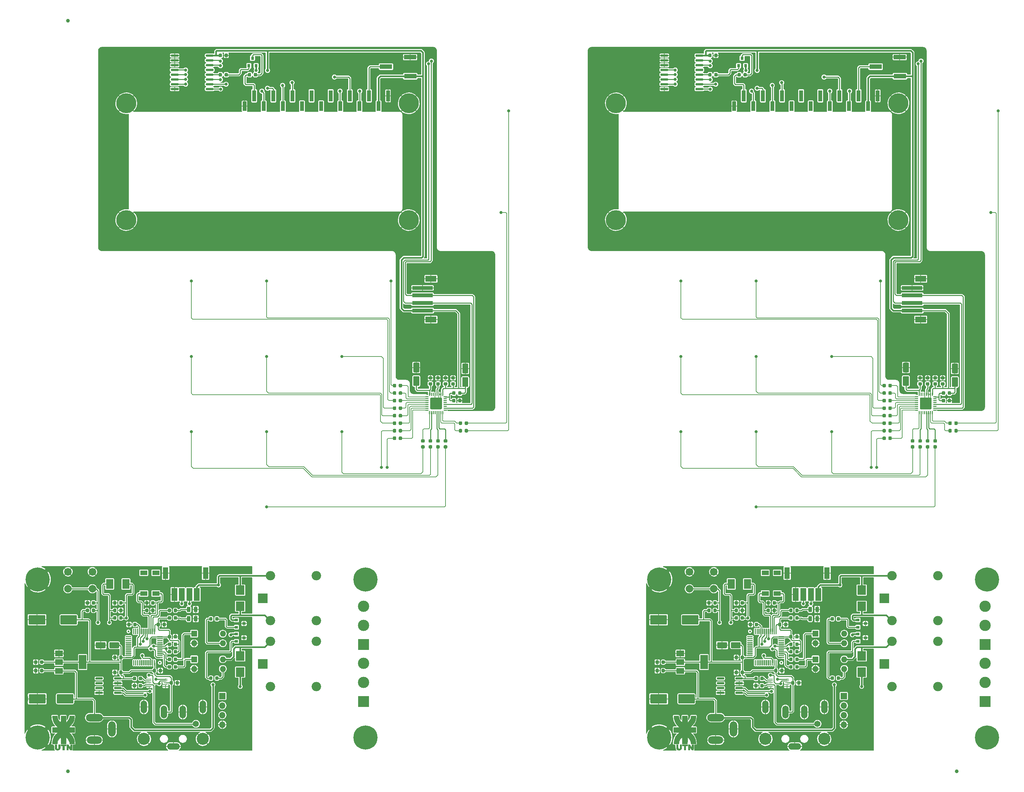
<source format=gbr>
G04 #@! TF.GenerationSoftware,KiCad,Pcbnew,(5.1.6)-1*
G04 #@! TF.CreationDate,2020-10-27T17:39:53-03:00*
G04 #@! TF.ProjectId,TP3-Panel,5450332d-5061-46e6-956c-2e6b69636164,v1.0*
G04 #@! TF.SameCoordinates,Original*
G04 #@! TF.FileFunction,Copper,L1,Top*
G04 #@! TF.FilePolarity,Positive*
%FSLAX46Y46*%
G04 Gerber Fmt 4.6, Leading zero omitted, Abs format (unit mm)*
G04 Created by KiCad (PCBNEW (5.1.6)-1) date 2020-10-27 17:39:53*
%MOMM*%
%LPD*%
G01*
G04 APERTURE LIST*
G04 #@! TA.AperFunction,EtchedComponent*
%ADD10C,0.010000*%
G04 #@! TD*
G04 #@! TA.AperFunction,SMDPad,CuDef*
%ADD11R,2.000000X3.800000*%
G04 #@! TD*
G04 #@! TA.AperFunction,SMDPad,CuDef*
%ADD12R,2.000000X1.500000*%
G04 #@! TD*
G04 #@! TA.AperFunction,ComponentPad*
%ADD13O,2.500000X2.500000*%
G04 #@! TD*
G04 #@! TA.AperFunction,ComponentPad*
%ADD14R,2.500000X2.500000*%
G04 #@! TD*
G04 #@! TA.AperFunction,SMDPad,CuDef*
%ADD15R,0.900000X0.800000*%
G04 #@! TD*
G04 #@! TA.AperFunction,ComponentPad*
%ADD16C,2.000000*%
G04 #@! TD*
G04 #@! TA.AperFunction,SMDPad,CuDef*
%ADD17R,1.100000X0.250000*%
G04 #@! TD*
G04 #@! TA.AperFunction,SMDPad,CuDef*
%ADD18R,1.900000X2.600000*%
G04 #@! TD*
G04 #@! TA.AperFunction,ComponentPad*
%ADD19O,3.400000X1.700000*%
G04 #@! TD*
G04 #@! TA.AperFunction,ComponentPad*
%ADD20O,1.700000X3.400000*%
G04 #@! TD*
G04 #@! TA.AperFunction,ComponentPad*
%ADD21C,1.650000*%
G04 #@! TD*
G04 #@! TA.AperFunction,ComponentPad*
%ADD22C,3.216000*%
G04 #@! TD*
G04 #@! TA.AperFunction,SMDPad,CuDef*
%ADD23C,0.500000*%
G04 #@! TD*
G04 #@! TA.AperFunction,ComponentPad*
%ADD24O,4.500000X2.000000*%
G04 #@! TD*
G04 #@! TA.AperFunction,ComponentPad*
%ADD25O,4.000000X2.000000*%
G04 #@! TD*
G04 #@! TA.AperFunction,ComponentPad*
%ADD26O,2.000000X4.000000*%
G04 #@! TD*
G04 #@! TA.AperFunction,SMDPad,CuDef*
%ADD27R,1.500000X3.400000*%
G04 #@! TD*
G04 #@! TA.AperFunction,SMDPad,CuDef*
%ADD28R,1.400000X3.100000*%
G04 #@! TD*
G04 #@! TA.AperFunction,ComponentPad*
%ADD29R,1.600000X1.600000*%
G04 #@! TD*
G04 #@! TA.AperFunction,ComponentPad*
%ADD30O,1.600000X1.600000*%
G04 #@! TD*
G04 #@! TA.AperFunction,SMDPad,CuDef*
%ADD31R,2.300000X2.500000*%
G04 #@! TD*
G04 #@! TA.AperFunction,ComponentPad*
%ADD32C,6.400000*%
G04 #@! TD*
G04 #@! TA.AperFunction,ComponentPad*
%ADD33C,3.000000*%
G04 #@! TD*
G04 #@! TA.AperFunction,ComponentPad*
%ADD34R,3.000000X3.000000*%
G04 #@! TD*
G04 #@! TA.AperFunction,ComponentPad*
%ADD35R,1.700000X1.700000*%
G04 #@! TD*
G04 #@! TA.AperFunction,ComponentPad*
%ADD36O,1.700000X1.700000*%
G04 #@! TD*
G04 #@! TA.AperFunction,SMDPad,CuDef*
%ADD37R,1.900000X1.300000*%
G04 #@! TD*
G04 #@! TA.AperFunction,SMDPad,CuDef*
%ADD38R,1.000000X3.000000*%
G04 #@! TD*
G04 #@! TA.AperFunction,SMDPad,CuDef*
%ADD39R,1.000000X2.500000*%
G04 #@! TD*
G04 #@! TA.AperFunction,SMDPad,CuDef*
%ADD40R,0.800000X0.900000*%
G04 #@! TD*
G04 #@! TA.AperFunction,ComponentPad*
%ADD41C,5.300000*%
G04 #@! TD*
G04 #@! TA.AperFunction,SMDPad,CuDef*
%ADD42R,3.300000X1.200000*%
G04 #@! TD*
G04 #@! TA.AperFunction,SMDPad,CuDef*
%ADD43R,5.500000X1.000000*%
G04 #@! TD*
G04 #@! TA.AperFunction,SMDPad,CuDef*
%ADD44R,3.000000X1.600000*%
G04 #@! TD*
G04 #@! TA.AperFunction,SMDPad,CuDef*
%ADD45C,1.000000*%
G04 #@! TD*
G04 #@! TA.AperFunction,ViaPad*
%ADD46C,0.800000*%
G04 #@! TD*
G04 #@! TA.AperFunction,Conductor*
%ADD47C,0.200000*%
G04 #@! TD*
G04 #@! TA.AperFunction,Conductor*
%ADD48C,0.250000*%
G04 #@! TD*
G04 #@! TA.AperFunction,Conductor*
%ADD49C,0.400000*%
G04 #@! TD*
G04 #@! TA.AperFunction,NonConductor*
%ADD50C,0.200000*%
G04 #@! TD*
G04 APERTURE END LIST*
D10*
G36*
X254520916Y-223886584D02*
G01*
X254764333Y-223886666D01*
X254764333Y-224414343D01*
X254765451Y-224635993D01*
X254770233Y-224787918D01*
X254780816Y-224885046D01*
X254799340Y-224942306D01*
X254827943Y-224974626D01*
X254846216Y-224985843D01*
X254991397Y-225027341D01*
X255120188Y-224996607D01*
X255163476Y-224963142D01*
X255193204Y-224916166D01*
X255212971Y-224836028D01*
X255224483Y-224708083D01*
X255229443Y-224517688D01*
X255230000Y-224391642D01*
X255230000Y-223886666D01*
X255695666Y-223886666D01*
X255695666Y-224430739D01*
X255694434Y-224659164D01*
X255689077Y-224820639D01*
X255677103Y-224932866D01*
X255656021Y-225013544D01*
X255623339Y-225080376D01*
X255598836Y-225118656D01*
X255446445Y-225274028D01*
X255242607Y-225363186D01*
X254986525Y-225386371D01*
X254788778Y-225365698D01*
X254592973Y-225305536D01*
X254450111Y-225200737D01*
X254319833Y-225070545D01*
X254298666Y-224478523D01*
X254277500Y-223886501D01*
X254520916Y-223886584D01*
G37*
X254520916Y-223886584D02*
X254764333Y-223886666D01*
X254764333Y-224414343D01*
X254765451Y-224635993D01*
X254770233Y-224787918D01*
X254780816Y-224885046D01*
X254799340Y-224942306D01*
X254827943Y-224974626D01*
X254846216Y-224985843D01*
X254991397Y-225027341D01*
X255120188Y-224996607D01*
X255163476Y-224963142D01*
X255193204Y-224916166D01*
X255212971Y-224836028D01*
X255224483Y-224708083D01*
X255229443Y-224517688D01*
X255230000Y-224391642D01*
X255230000Y-223886666D01*
X255695666Y-223886666D01*
X255695666Y-224430739D01*
X255694434Y-224659164D01*
X255689077Y-224820639D01*
X255677103Y-224932866D01*
X255656021Y-225013544D01*
X255623339Y-225080376D01*
X255598836Y-225118656D01*
X255446445Y-225274028D01*
X255242607Y-225363186D01*
X254986525Y-225386371D01*
X254788778Y-225365698D01*
X254592973Y-225305536D01*
X254450111Y-225200737D01*
X254319833Y-225070545D01*
X254298666Y-224478523D01*
X254277500Y-223886501D01*
X254520916Y-223886584D01*
G36*
X257262000Y-224267666D02*
G01*
X256796333Y-224267666D01*
X256796333Y-225368333D01*
X256330666Y-225368333D01*
X256330666Y-224267666D01*
X255865000Y-224267666D01*
X255865000Y-223886666D01*
X257262000Y-223886666D01*
X257262000Y-224267666D01*
G37*
X257262000Y-224267666D02*
X256796333Y-224267666D01*
X256796333Y-225368333D01*
X256330666Y-225368333D01*
X256330666Y-224267666D01*
X255865000Y-224267666D01*
X255865000Y-223886666D01*
X257262000Y-223886666D01*
X257262000Y-224267666D01*
G36*
X257643000Y-223895400D02*
G01*
X257875833Y-223907833D01*
X258129833Y-224282898D01*
X258383833Y-224657964D01*
X258408177Y-223886666D01*
X258628838Y-223886614D01*
X258849500Y-223886561D01*
X258837011Y-224629593D01*
X258824523Y-225372625D01*
X258608807Y-225359896D01*
X258393090Y-225347166D01*
X258134461Y-224969911D01*
X257875833Y-224592656D01*
X257863661Y-224980494D01*
X257851489Y-225368333D01*
X257435108Y-225368333D01*
X257422637Y-224625650D01*
X257410166Y-223882968D01*
X257643000Y-223895400D01*
G37*
X257643000Y-223895400D02*
X257875833Y-223907833D01*
X258129833Y-224282898D01*
X258383833Y-224657964D01*
X258408177Y-223886666D01*
X258628838Y-223886614D01*
X258849500Y-223886561D01*
X258837011Y-224629593D01*
X258824523Y-225372625D01*
X258608807Y-225359896D01*
X258393090Y-225347166D01*
X258134461Y-224969911D01*
X257875833Y-224592656D01*
X257863661Y-224980494D01*
X257851489Y-225368333D01*
X257435108Y-225368333D01*
X257422637Y-224625650D01*
X257410166Y-223882968D01*
X257643000Y-223895400D01*
G36*
X257229408Y-217166250D02*
G01*
X257240833Y-218065833D01*
X257537936Y-217769500D01*
X257779040Y-217496845D01*
X257953764Y-217217722D01*
X258075950Y-216905833D01*
X258144939Y-216616299D01*
X258210946Y-216266666D01*
X259502481Y-216266666D01*
X259480127Y-216552416D01*
X259430167Y-216966900D01*
X259349105Y-217364483D01*
X259243128Y-217716855D01*
X259203105Y-217819926D01*
X259023701Y-218174526D01*
X258789459Y-218521155D01*
X258518112Y-218837806D01*
X258227397Y-219102473D01*
X258088256Y-219203218D01*
X257919679Y-219314666D01*
X259505666Y-219314666D01*
X259505666Y-220717011D01*
X258743613Y-220703755D01*
X258500316Y-220700635D01*
X258289280Y-220700054D01*
X258123828Y-220701873D01*
X258017287Y-220705954D01*
X257982752Y-220711666D01*
X258016290Y-220744107D01*
X258100229Y-220802776D01*
X258157088Y-220838666D01*
X258313567Y-220956352D01*
X258494146Y-221126829D01*
X258680295Y-221329737D01*
X258853481Y-221544718D01*
X258995171Y-221751412D01*
X259009278Y-221774861D01*
X259137081Y-222027658D01*
X259255565Y-222328114D01*
X259353831Y-222643179D01*
X259420985Y-222939802D01*
X259440751Y-223083553D01*
X259458572Y-223262401D01*
X259477313Y-223437670D01*
X259488840Y-223537416D01*
X259510854Y-223717333D01*
X258204949Y-223717333D01*
X258153434Y-223397995D01*
X258050327Y-223004333D01*
X257876505Y-222635271D01*
X257641740Y-222309332D01*
X257504772Y-222168519D01*
X257240833Y-221924113D01*
X257229424Y-222841889D01*
X257218015Y-223759666D01*
X255865000Y-223759666D01*
X255865000Y-222870666D01*
X255863115Y-222534001D01*
X255857376Y-222279402D01*
X255847651Y-222104351D01*
X255833813Y-222006330D01*
X255819280Y-221981666D01*
X255769870Y-222009837D01*
X255679158Y-222084672D01*
X255564363Y-222191650D01*
X255530554Y-222225083D01*
X255276432Y-222536639D01*
X255085378Y-222900407D01*
X254955246Y-223320608D01*
X254942345Y-223381314D01*
X254870166Y-223738500D01*
X254234545Y-223726867D01*
X253598925Y-223715235D01*
X253628745Y-223303534D01*
X253705916Y-222765606D01*
X253855558Y-222260510D01*
X254074764Y-221795825D01*
X254360631Y-221379131D01*
X254371123Y-221366340D01*
X254496571Y-221225116D01*
X254639128Y-221081493D01*
X254783370Y-220949089D01*
X254913874Y-220841529D01*
X255015217Y-220772433D01*
X255064468Y-220754000D01*
X255102468Y-220727642D01*
X255103034Y-220722250D01*
X255062953Y-220712845D01*
X254951588Y-220706088D01*
X254782289Y-220702290D01*
X254568405Y-220701762D01*
X254341034Y-220704482D01*
X253579000Y-220718464D01*
X253579000Y-219314666D01*
X255154647Y-219314666D01*
X254906573Y-219131113D01*
X254524810Y-218797385D01*
X254207726Y-218410139D01*
X253956757Y-217972149D01*
X253773338Y-217486190D01*
X253658904Y-216955034D01*
X253626869Y-216658250D01*
X253598120Y-216266666D01*
X254912500Y-216266790D01*
X254924053Y-216446645D01*
X254962489Y-216697730D01*
X255041547Y-216977646D01*
X255150008Y-217248282D01*
X255175158Y-217299753D01*
X255245164Y-217412567D01*
X255347870Y-217547993D01*
X255468396Y-217689804D01*
X255591864Y-217821768D01*
X255703393Y-217927655D01*
X255788103Y-217991236D01*
X255819279Y-218002333D01*
X255836795Y-217965463D01*
X255849984Y-217853218D01*
X255858976Y-217663145D01*
X255863899Y-217392794D01*
X255865000Y-217134500D01*
X255865000Y-216266666D01*
X257217982Y-216266666D01*
X257229408Y-217166250D01*
G37*
X257229408Y-217166250D02*
X257240833Y-218065833D01*
X257537936Y-217769500D01*
X257779040Y-217496845D01*
X257953764Y-217217722D01*
X258075950Y-216905833D01*
X258144939Y-216616299D01*
X258210946Y-216266666D01*
X259502481Y-216266666D01*
X259480127Y-216552416D01*
X259430167Y-216966900D01*
X259349105Y-217364483D01*
X259243128Y-217716855D01*
X259203105Y-217819926D01*
X259023701Y-218174526D01*
X258789459Y-218521155D01*
X258518112Y-218837806D01*
X258227397Y-219102473D01*
X258088256Y-219203218D01*
X257919679Y-219314666D01*
X259505666Y-219314666D01*
X259505666Y-220717011D01*
X258743613Y-220703755D01*
X258500316Y-220700635D01*
X258289280Y-220700054D01*
X258123828Y-220701873D01*
X258017287Y-220705954D01*
X257982752Y-220711666D01*
X258016290Y-220744107D01*
X258100229Y-220802776D01*
X258157088Y-220838666D01*
X258313567Y-220956352D01*
X258494146Y-221126829D01*
X258680295Y-221329737D01*
X258853481Y-221544718D01*
X258995171Y-221751412D01*
X259009278Y-221774861D01*
X259137081Y-222027658D01*
X259255565Y-222328114D01*
X259353831Y-222643179D01*
X259420985Y-222939802D01*
X259440751Y-223083553D01*
X259458572Y-223262401D01*
X259477313Y-223437670D01*
X259488840Y-223537416D01*
X259510854Y-223717333D01*
X258204949Y-223717333D01*
X258153434Y-223397995D01*
X258050327Y-223004333D01*
X257876505Y-222635271D01*
X257641740Y-222309332D01*
X257504772Y-222168519D01*
X257240833Y-221924113D01*
X257229424Y-222841889D01*
X257218015Y-223759666D01*
X255865000Y-223759666D01*
X255865000Y-222870666D01*
X255863115Y-222534001D01*
X255857376Y-222279402D01*
X255847651Y-222104351D01*
X255833813Y-222006330D01*
X255819280Y-221981666D01*
X255769870Y-222009837D01*
X255679158Y-222084672D01*
X255564363Y-222191650D01*
X255530554Y-222225083D01*
X255276432Y-222536639D01*
X255085378Y-222900407D01*
X254955246Y-223320608D01*
X254942345Y-223381314D01*
X254870166Y-223738500D01*
X254234545Y-223726867D01*
X253598925Y-223715235D01*
X253628745Y-223303534D01*
X253705916Y-222765606D01*
X253855558Y-222260510D01*
X254074764Y-221795825D01*
X254360631Y-221379131D01*
X254371123Y-221366340D01*
X254496571Y-221225116D01*
X254639128Y-221081493D01*
X254783370Y-220949089D01*
X254913874Y-220841529D01*
X255015217Y-220772433D01*
X255064468Y-220754000D01*
X255102468Y-220727642D01*
X255103034Y-220722250D01*
X255062953Y-220712845D01*
X254951588Y-220706088D01*
X254782289Y-220702290D01*
X254568405Y-220701762D01*
X254341034Y-220704482D01*
X253579000Y-220718464D01*
X253579000Y-219314666D01*
X255154647Y-219314666D01*
X254906573Y-219131113D01*
X254524810Y-218797385D01*
X254207726Y-218410139D01*
X253956757Y-217972149D01*
X253773338Y-217486190D01*
X253658904Y-216955034D01*
X253626869Y-216658250D01*
X253598120Y-216266666D01*
X254912500Y-216266790D01*
X254924053Y-216446645D01*
X254962489Y-216697730D01*
X255041547Y-216977646D01*
X255150008Y-217248282D01*
X255175158Y-217299753D01*
X255245164Y-217412567D01*
X255347870Y-217547993D01*
X255468396Y-217689804D01*
X255591864Y-217821768D01*
X255703393Y-217927655D01*
X255788103Y-217991236D01*
X255819279Y-218002333D01*
X255836795Y-217965463D01*
X255849984Y-217853218D01*
X255858976Y-217663145D01*
X255863899Y-217392794D01*
X255865000Y-217134500D01*
X255865000Y-216266666D01*
X257217982Y-216266666D01*
X257229408Y-217166250D01*
G36*
X89520916Y-223886584D02*
G01*
X89764333Y-223886666D01*
X89764333Y-224414343D01*
X89765451Y-224635993D01*
X89770233Y-224787918D01*
X89780816Y-224885046D01*
X89799340Y-224942306D01*
X89827943Y-224974626D01*
X89846216Y-224985843D01*
X89991397Y-225027341D01*
X90120188Y-224996607D01*
X90163476Y-224963142D01*
X90193204Y-224916166D01*
X90212971Y-224836028D01*
X90224483Y-224708083D01*
X90229443Y-224517688D01*
X90230000Y-224391642D01*
X90230000Y-223886666D01*
X90695666Y-223886666D01*
X90695666Y-224430739D01*
X90694434Y-224659164D01*
X90689077Y-224820639D01*
X90677103Y-224932866D01*
X90656021Y-225013544D01*
X90623339Y-225080376D01*
X90598836Y-225118656D01*
X90446445Y-225274028D01*
X90242607Y-225363186D01*
X89986525Y-225386371D01*
X89788778Y-225365698D01*
X89592973Y-225305536D01*
X89450111Y-225200737D01*
X89319833Y-225070545D01*
X89298666Y-224478523D01*
X89277500Y-223886501D01*
X89520916Y-223886584D01*
G37*
X89520916Y-223886584D02*
X89764333Y-223886666D01*
X89764333Y-224414343D01*
X89765451Y-224635993D01*
X89770233Y-224787918D01*
X89780816Y-224885046D01*
X89799340Y-224942306D01*
X89827943Y-224974626D01*
X89846216Y-224985843D01*
X89991397Y-225027341D01*
X90120188Y-224996607D01*
X90163476Y-224963142D01*
X90193204Y-224916166D01*
X90212971Y-224836028D01*
X90224483Y-224708083D01*
X90229443Y-224517688D01*
X90230000Y-224391642D01*
X90230000Y-223886666D01*
X90695666Y-223886666D01*
X90695666Y-224430739D01*
X90694434Y-224659164D01*
X90689077Y-224820639D01*
X90677103Y-224932866D01*
X90656021Y-225013544D01*
X90623339Y-225080376D01*
X90598836Y-225118656D01*
X90446445Y-225274028D01*
X90242607Y-225363186D01*
X89986525Y-225386371D01*
X89788778Y-225365698D01*
X89592973Y-225305536D01*
X89450111Y-225200737D01*
X89319833Y-225070545D01*
X89298666Y-224478523D01*
X89277500Y-223886501D01*
X89520916Y-223886584D01*
G36*
X92262000Y-224267666D02*
G01*
X91796333Y-224267666D01*
X91796333Y-225368333D01*
X91330666Y-225368333D01*
X91330666Y-224267666D01*
X90865000Y-224267666D01*
X90865000Y-223886666D01*
X92262000Y-223886666D01*
X92262000Y-224267666D01*
G37*
X92262000Y-224267666D02*
X91796333Y-224267666D01*
X91796333Y-225368333D01*
X91330666Y-225368333D01*
X91330666Y-224267666D01*
X90865000Y-224267666D01*
X90865000Y-223886666D01*
X92262000Y-223886666D01*
X92262000Y-224267666D01*
G36*
X92643000Y-223895400D02*
G01*
X92875833Y-223907833D01*
X93129833Y-224282898D01*
X93383833Y-224657964D01*
X93408177Y-223886666D01*
X93628838Y-223886614D01*
X93849500Y-223886561D01*
X93837011Y-224629593D01*
X93824523Y-225372625D01*
X93608807Y-225359896D01*
X93393090Y-225347166D01*
X93134461Y-224969911D01*
X92875833Y-224592656D01*
X92863661Y-224980494D01*
X92851489Y-225368333D01*
X92435108Y-225368333D01*
X92422637Y-224625650D01*
X92410166Y-223882968D01*
X92643000Y-223895400D01*
G37*
X92643000Y-223895400D02*
X92875833Y-223907833D01*
X93129833Y-224282898D01*
X93383833Y-224657964D01*
X93408177Y-223886666D01*
X93628838Y-223886614D01*
X93849500Y-223886561D01*
X93837011Y-224629593D01*
X93824523Y-225372625D01*
X93608807Y-225359896D01*
X93393090Y-225347166D01*
X93134461Y-224969911D01*
X92875833Y-224592656D01*
X92863661Y-224980494D01*
X92851489Y-225368333D01*
X92435108Y-225368333D01*
X92422637Y-224625650D01*
X92410166Y-223882968D01*
X92643000Y-223895400D01*
G36*
X92229408Y-217166250D02*
G01*
X92240833Y-218065833D01*
X92537936Y-217769500D01*
X92779040Y-217496845D01*
X92953764Y-217217722D01*
X93075950Y-216905833D01*
X93144939Y-216616299D01*
X93210946Y-216266666D01*
X94502481Y-216266666D01*
X94480127Y-216552416D01*
X94430167Y-216966900D01*
X94349105Y-217364483D01*
X94243128Y-217716855D01*
X94203105Y-217819926D01*
X94023701Y-218174526D01*
X93789459Y-218521155D01*
X93518112Y-218837806D01*
X93227397Y-219102473D01*
X93088256Y-219203218D01*
X92919679Y-219314666D01*
X94505666Y-219314666D01*
X94505666Y-220717011D01*
X93743613Y-220703755D01*
X93500316Y-220700635D01*
X93289280Y-220700054D01*
X93123828Y-220701873D01*
X93017287Y-220705954D01*
X92982752Y-220711666D01*
X93016290Y-220744107D01*
X93100229Y-220802776D01*
X93157088Y-220838666D01*
X93313567Y-220956352D01*
X93494146Y-221126829D01*
X93680295Y-221329737D01*
X93853481Y-221544718D01*
X93995171Y-221751412D01*
X94009278Y-221774861D01*
X94137081Y-222027658D01*
X94255565Y-222328114D01*
X94353831Y-222643179D01*
X94420985Y-222939802D01*
X94440751Y-223083553D01*
X94458572Y-223262401D01*
X94477313Y-223437670D01*
X94488840Y-223537416D01*
X94510854Y-223717333D01*
X93204949Y-223717333D01*
X93153434Y-223397995D01*
X93050327Y-223004333D01*
X92876505Y-222635271D01*
X92641740Y-222309332D01*
X92504772Y-222168519D01*
X92240833Y-221924113D01*
X92229424Y-222841889D01*
X92218015Y-223759666D01*
X90865000Y-223759666D01*
X90865000Y-222870666D01*
X90863115Y-222534001D01*
X90857376Y-222279402D01*
X90847651Y-222104351D01*
X90833813Y-222006330D01*
X90819280Y-221981666D01*
X90769870Y-222009837D01*
X90679158Y-222084672D01*
X90564363Y-222191650D01*
X90530554Y-222225083D01*
X90276432Y-222536639D01*
X90085378Y-222900407D01*
X89955246Y-223320608D01*
X89942345Y-223381314D01*
X89870166Y-223738500D01*
X89234545Y-223726867D01*
X88598925Y-223715235D01*
X88628745Y-223303534D01*
X88705916Y-222765606D01*
X88855558Y-222260510D01*
X89074764Y-221795825D01*
X89360631Y-221379131D01*
X89371123Y-221366340D01*
X89496571Y-221225116D01*
X89639128Y-221081493D01*
X89783370Y-220949089D01*
X89913874Y-220841529D01*
X90015217Y-220772433D01*
X90064468Y-220754000D01*
X90102468Y-220727642D01*
X90103034Y-220722250D01*
X90062953Y-220712845D01*
X89951588Y-220706088D01*
X89782289Y-220702290D01*
X89568405Y-220701762D01*
X89341034Y-220704482D01*
X88579000Y-220718464D01*
X88579000Y-219314666D01*
X90154647Y-219314666D01*
X89906573Y-219131113D01*
X89524810Y-218797385D01*
X89207726Y-218410139D01*
X88956757Y-217972149D01*
X88773338Y-217486190D01*
X88658904Y-216955034D01*
X88626869Y-216658250D01*
X88598120Y-216266666D01*
X89912500Y-216266790D01*
X89924053Y-216446645D01*
X89962489Y-216697730D01*
X90041547Y-216977646D01*
X90150008Y-217248282D01*
X90175158Y-217299753D01*
X90245164Y-217412567D01*
X90347870Y-217547993D01*
X90468396Y-217689804D01*
X90591864Y-217821768D01*
X90703393Y-217927655D01*
X90788103Y-217991236D01*
X90819279Y-218002333D01*
X90836795Y-217965463D01*
X90849984Y-217853218D01*
X90858976Y-217663145D01*
X90863899Y-217392794D01*
X90865000Y-217134500D01*
X90865000Y-216266666D01*
X92217982Y-216266666D01*
X92229408Y-217166250D01*
G37*
X92229408Y-217166250D02*
X92240833Y-218065833D01*
X92537936Y-217769500D01*
X92779040Y-217496845D01*
X92953764Y-217217722D01*
X93075950Y-216905833D01*
X93144939Y-216616299D01*
X93210946Y-216266666D01*
X94502481Y-216266666D01*
X94480127Y-216552416D01*
X94430167Y-216966900D01*
X94349105Y-217364483D01*
X94243128Y-217716855D01*
X94203105Y-217819926D01*
X94023701Y-218174526D01*
X93789459Y-218521155D01*
X93518112Y-218837806D01*
X93227397Y-219102473D01*
X93088256Y-219203218D01*
X92919679Y-219314666D01*
X94505666Y-219314666D01*
X94505666Y-220717011D01*
X93743613Y-220703755D01*
X93500316Y-220700635D01*
X93289280Y-220700054D01*
X93123828Y-220701873D01*
X93017287Y-220705954D01*
X92982752Y-220711666D01*
X93016290Y-220744107D01*
X93100229Y-220802776D01*
X93157088Y-220838666D01*
X93313567Y-220956352D01*
X93494146Y-221126829D01*
X93680295Y-221329737D01*
X93853481Y-221544718D01*
X93995171Y-221751412D01*
X94009278Y-221774861D01*
X94137081Y-222027658D01*
X94255565Y-222328114D01*
X94353831Y-222643179D01*
X94420985Y-222939802D01*
X94440751Y-223083553D01*
X94458572Y-223262401D01*
X94477313Y-223437670D01*
X94488840Y-223537416D01*
X94510854Y-223717333D01*
X93204949Y-223717333D01*
X93153434Y-223397995D01*
X93050327Y-223004333D01*
X92876505Y-222635271D01*
X92641740Y-222309332D01*
X92504772Y-222168519D01*
X92240833Y-221924113D01*
X92229424Y-222841889D01*
X92218015Y-223759666D01*
X90865000Y-223759666D01*
X90865000Y-222870666D01*
X90863115Y-222534001D01*
X90857376Y-222279402D01*
X90847651Y-222104351D01*
X90833813Y-222006330D01*
X90819280Y-221981666D01*
X90769870Y-222009837D01*
X90679158Y-222084672D01*
X90564363Y-222191650D01*
X90530554Y-222225083D01*
X90276432Y-222536639D01*
X90085378Y-222900407D01*
X89955246Y-223320608D01*
X89942345Y-223381314D01*
X89870166Y-223738500D01*
X89234545Y-223726867D01*
X88598925Y-223715235D01*
X88628745Y-223303534D01*
X88705916Y-222765606D01*
X88855558Y-222260510D01*
X89074764Y-221795825D01*
X89360631Y-221379131D01*
X89371123Y-221366340D01*
X89496571Y-221225116D01*
X89639128Y-221081493D01*
X89783370Y-220949089D01*
X89913874Y-220841529D01*
X90015217Y-220772433D01*
X90064468Y-220754000D01*
X90102468Y-220727642D01*
X90103034Y-220722250D01*
X90062953Y-220712845D01*
X89951588Y-220706088D01*
X89782289Y-220702290D01*
X89568405Y-220701762D01*
X89341034Y-220704482D01*
X88579000Y-220718464D01*
X88579000Y-219314666D01*
X90154647Y-219314666D01*
X89906573Y-219131113D01*
X89524810Y-218797385D01*
X89207726Y-218410139D01*
X88956757Y-217972149D01*
X88773338Y-217486190D01*
X88658904Y-216955034D01*
X88626869Y-216658250D01*
X88598120Y-216266666D01*
X89912500Y-216266790D01*
X89924053Y-216446645D01*
X89962489Y-216697730D01*
X90041547Y-216977646D01*
X90150008Y-217248282D01*
X90175158Y-217299753D01*
X90245164Y-217412567D01*
X90347870Y-217547993D01*
X90468396Y-217689804D01*
X90591864Y-217821768D01*
X90703393Y-217927655D01*
X90788103Y-217991236D01*
X90819279Y-218002333D01*
X90836795Y-217965463D01*
X90849984Y-217853218D01*
X90858976Y-217663145D01*
X90863899Y-217392794D01*
X90865000Y-217134500D01*
X90865000Y-216266666D01*
X92217982Y-216266666D01*
X92229408Y-217166250D01*
D11*
X261650000Y-202000000D03*
D12*
X255350000Y-202000000D03*
X255350000Y-204300000D03*
X255350000Y-199700000D03*
D13*
X311500000Y-196500000D03*
X323700000Y-196500000D03*
X323700000Y-208500000D03*
X311500000Y-208500000D03*
D14*
X309500000Y-202500000D03*
D15*
X302500000Y-190800000D03*
X302500000Y-192700000D03*
X304500000Y-191750000D03*
G04 #@! TA.AperFunction,SMDPad,CuDef*
G36*
G01*
X286725000Y-189993750D02*
X286725000Y-190506250D01*
G75*
G02*
X286506250Y-190725000I-218750J0D01*
G01*
X286068750Y-190725000D01*
G75*
G02*
X285850000Y-190506250I0J218750D01*
G01*
X285850000Y-189993750D01*
G75*
G02*
X286068750Y-189775000I218750J0D01*
G01*
X286506250Y-189775000D01*
G75*
G02*
X286725000Y-189993750I0J-218750D01*
G01*
G37*
G04 #@! TD.AperFunction*
G04 #@! TA.AperFunction,SMDPad,CuDef*
G36*
G01*
X285150000Y-189993750D02*
X285150000Y-190506250D01*
G75*
G02*
X284931250Y-190725000I-218750J0D01*
G01*
X284493750Y-190725000D01*
G75*
G02*
X284275000Y-190506250I0J218750D01*
G01*
X284275000Y-189993750D01*
G75*
G02*
X284493750Y-189775000I218750J0D01*
G01*
X284931250Y-189775000D01*
G75*
G02*
X285150000Y-189993750I0J-218750D01*
G01*
G37*
G04 #@! TD.AperFunction*
G04 #@! TA.AperFunction,SMDPad,CuDef*
G36*
G01*
X297725000Y-205993750D02*
X297725000Y-206506250D01*
G75*
G02*
X297506250Y-206725000I-218750J0D01*
G01*
X297068750Y-206725000D01*
G75*
G02*
X296850000Y-206506250I0J218750D01*
G01*
X296850000Y-205993750D01*
G75*
G02*
X297068750Y-205775000I218750J0D01*
G01*
X297506250Y-205775000D01*
G75*
G02*
X297725000Y-205993750I0J-218750D01*
G01*
G37*
G04 #@! TD.AperFunction*
G04 #@! TA.AperFunction,SMDPad,CuDef*
G36*
G01*
X296150000Y-205993750D02*
X296150000Y-206506250D01*
G75*
G02*
X295931250Y-206725000I-218750J0D01*
G01*
X295493750Y-206725000D01*
G75*
G02*
X295275000Y-206506250I0J218750D01*
G01*
X295275000Y-205993750D01*
G75*
G02*
X295493750Y-205775000I218750J0D01*
G01*
X295931250Y-205775000D01*
G75*
G02*
X296150000Y-205993750I0J-218750D01*
G01*
G37*
G04 #@! TD.AperFunction*
X302500000Y-194550000D03*
X302500000Y-196450000D03*
X304500000Y-195500000D03*
G04 #@! TA.AperFunction,SMDPad,CuDef*
G36*
G01*
X286725000Y-198993750D02*
X286725000Y-199506250D01*
G75*
G02*
X286506250Y-199725000I-218750J0D01*
G01*
X286068750Y-199725000D01*
G75*
G02*
X285850000Y-199506250I0J218750D01*
G01*
X285850000Y-198993750D01*
G75*
G02*
X286068750Y-198775000I218750J0D01*
G01*
X286506250Y-198775000D01*
G75*
G02*
X286725000Y-198993750I0J-218750D01*
G01*
G37*
G04 #@! TD.AperFunction*
G04 #@! TA.AperFunction,SMDPad,CuDef*
G36*
G01*
X285150000Y-198993750D02*
X285150000Y-199506250D01*
G75*
G02*
X284931250Y-199725000I-218750J0D01*
G01*
X284493750Y-199725000D01*
G75*
G02*
X284275000Y-199506250I0J218750D01*
G01*
X284275000Y-198993750D01*
G75*
G02*
X284493750Y-198775000I218750J0D01*
G01*
X284931250Y-198775000D01*
G75*
G02*
X285150000Y-198993750I0J-218750D01*
G01*
G37*
G04 #@! TD.AperFunction*
G04 #@! TA.AperFunction,SMDPad,CuDef*
G36*
G01*
X277462500Y-206093750D02*
X277462500Y-206606250D01*
G75*
G02*
X277243750Y-206825000I-218750J0D01*
G01*
X276806250Y-206825000D01*
G75*
G02*
X276587500Y-206606250I0J218750D01*
G01*
X276587500Y-206093750D01*
G75*
G02*
X276806250Y-205875000I218750J0D01*
G01*
X277243750Y-205875000D01*
G75*
G02*
X277462500Y-206093750I0J-218750D01*
G01*
G37*
G04 #@! TD.AperFunction*
G04 #@! TA.AperFunction,SMDPad,CuDef*
G36*
G01*
X275887500Y-206093750D02*
X275887500Y-206606250D01*
G75*
G02*
X275668750Y-206825000I-218750J0D01*
G01*
X275231250Y-206825000D01*
G75*
G02*
X275012500Y-206606250I0J218750D01*
G01*
X275012500Y-206093750D01*
G75*
G02*
X275231250Y-205875000I218750J0D01*
G01*
X275668750Y-205875000D01*
G75*
G02*
X275887500Y-206093750I0J-218750D01*
G01*
G37*
G04 #@! TD.AperFunction*
D16*
X264250000Y-178000000D03*
X264250000Y-182500000D03*
X257750000Y-178000000D03*
X257750000Y-182500000D03*
G04 #@! TA.AperFunction,SMDPad,CuDef*
G36*
G01*
X265050000Y-206495000D02*
X265050000Y-206195000D01*
G75*
G02*
X265200000Y-206045000I150000J0D01*
G01*
X266850000Y-206045000D01*
G75*
G02*
X267000000Y-206195000I0J-150000D01*
G01*
X267000000Y-206495000D01*
G75*
G02*
X266850000Y-206645000I-150000J0D01*
G01*
X265200000Y-206645000D01*
G75*
G02*
X265050000Y-206495000I0J150000D01*
G01*
G37*
G04 #@! TD.AperFunction*
G04 #@! TA.AperFunction,SMDPad,CuDef*
G36*
G01*
X265050000Y-207765000D02*
X265050000Y-207465000D01*
G75*
G02*
X265200000Y-207315000I150000J0D01*
G01*
X266850000Y-207315000D01*
G75*
G02*
X267000000Y-207465000I0J-150000D01*
G01*
X267000000Y-207765000D01*
G75*
G02*
X266850000Y-207915000I-150000J0D01*
G01*
X265200000Y-207915000D01*
G75*
G02*
X265050000Y-207765000I0J150000D01*
G01*
G37*
G04 #@! TD.AperFunction*
G04 #@! TA.AperFunction,SMDPad,CuDef*
G36*
G01*
X265050000Y-209035000D02*
X265050000Y-208735000D01*
G75*
G02*
X265200000Y-208585000I150000J0D01*
G01*
X266850000Y-208585000D01*
G75*
G02*
X267000000Y-208735000I0J-150000D01*
G01*
X267000000Y-209035000D01*
G75*
G02*
X266850000Y-209185000I-150000J0D01*
G01*
X265200000Y-209185000D01*
G75*
G02*
X265050000Y-209035000I0J150000D01*
G01*
G37*
G04 #@! TD.AperFunction*
G04 #@! TA.AperFunction,SMDPad,CuDef*
G36*
G01*
X265050000Y-210305000D02*
X265050000Y-210005000D01*
G75*
G02*
X265200000Y-209855000I150000J0D01*
G01*
X266850000Y-209855000D01*
G75*
G02*
X267000000Y-210005000I0J-150000D01*
G01*
X267000000Y-210305000D01*
G75*
G02*
X266850000Y-210455000I-150000J0D01*
G01*
X265200000Y-210455000D01*
G75*
G02*
X265050000Y-210305000I0J150000D01*
G01*
G37*
G04 #@! TD.AperFunction*
G04 #@! TA.AperFunction,SMDPad,CuDef*
G36*
G01*
X270000000Y-210305000D02*
X270000000Y-210005000D01*
G75*
G02*
X270150000Y-209855000I150000J0D01*
G01*
X271800000Y-209855000D01*
G75*
G02*
X271950000Y-210005000I0J-150000D01*
G01*
X271950000Y-210305000D01*
G75*
G02*
X271800000Y-210455000I-150000J0D01*
G01*
X270150000Y-210455000D01*
G75*
G02*
X270000000Y-210305000I0J150000D01*
G01*
G37*
G04 #@! TD.AperFunction*
G04 #@! TA.AperFunction,SMDPad,CuDef*
G36*
G01*
X270000000Y-209035000D02*
X270000000Y-208735000D01*
G75*
G02*
X270150000Y-208585000I150000J0D01*
G01*
X271800000Y-208585000D01*
G75*
G02*
X271950000Y-208735000I0J-150000D01*
G01*
X271950000Y-209035000D01*
G75*
G02*
X271800000Y-209185000I-150000J0D01*
G01*
X270150000Y-209185000D01*
G75*
G02*
X270000000Y-209035000I0J150000D01*
G01*
G37*
G04 #@! TD.AperFunction*
G04 #@! TA.AperFunction,SMDPad,CuDef*
G36*
G01*
X270000000Y-207765000D02*
X270000000Y-207465000D01*
G75*
G02*
X270150000Y-207315000I150000J0D01*
G01*
X271800000Y-207315000D01*
G75*
G02*
X271950000Y-207465000I0J-150000D01*
G01*
X271950000Y-207765000D01*
G75*
G02*
X271800000Y-207915000I-150000J0D01*
G01*
X270150000Y-207915000D01*
G75*
G02*
X270000000Y-207765000I0J150000D01*
G01*
G37*
G04 #@! TD.AperFunction*
G04 #@! TA.AperFunction,SMDPad,CuDef*
G36*
G01*
X270000000Y-206495000D02*
X270000000Y-206195000D01*
G75*
G02*
X270150000Y-206045000I150000J0D01*
G01*
X271800000Y-206045000D01*
G75*
G02*
X271950000Y-206195000I0J-150000D01*
G01*
X271950000Y-206495000D01*
G75*
G02*
X271800000Y-206645000I-150000J0D01*
G01*
X270150000Y-206645000D01*
G75*
G02*
X270000000Y-206495000I0J150000D01*
G01*
G37*
G04 #@! TD.AperFunction*
D17*
X279350000Y-206500000D03*
X279350000Y-207000000D03*
X279350000Y-207500000D03*
X279350000Y-208000000D03*
X279350000Y-208500000D03*
X283650000Y-208500000D03*
X283650000Y-208000000D03*
X283650000Y-207500000D03*
X283650000Y-207000000D03*
X283650000Y-206500000D03*
D18*
X273150000Y-181250000D03*
X268850000Y-181250000D03*
G04 #@! TA.AperFunction,SMDPad,CuDef*
G36*
G01*
X295275000Y-190756250D02*
X295275000Y-190243750D01*
G75*
G02*
X295493750Y-190025000I218750J0D01*
G01*
X295931250Y-190025000D01*
G75*
G02*
X296150000Y-190243750I0J-218750D01*
G01*
X296150000Y-190756250D01*
G75*
G02*
X295931250Y-190975000I-218750J0D01*
G01*
X295493750Y-190975000D01*
G75*
G02*
X295275000Y-190756250I0J218750D01*
G01*
G37*
G04 #@! TD.AperFunction*
G04 #@! TA.AperFunction,SMDPad,CuDef*
G36*
G01*
X296850000Y-190756250D02*
X296850000Y-190243750D01*
G75*
G02*
X297068750Y-190025000I218750J0D01*
G01*
X297506250Y-190025000D01*
G75*
G02*
X297725000Y-190243750I0J-218750D01*
G01*
X297725000Y-190756250D01*
G75*
G02*
X297506250Y-190975000I-218750J0D01*
G01*
X297068750Y-190975000D01*
G75*
G02*
X296850000Y-190756250I0J218750D01*
G01*
G37*
G04 #@! TD.AperFunction*
D13*
X311500000Y-179000000D03*
X323700000Y-179000000D03*
X323700000Y-191000000D03*
X311500000Y-191000000D03*
D14*
X309500000Y-185000000D03*
G04 #@! TA.AperFunction,SMDPad,CuDef*
G36*
G01*
X272225000Y-189993750D02*
X272225000Y-190506250D01*
G75*
G02*
X272006250Y-190725000I-218750J0D01*
G01*
X271568750Y-190725000D01*
G75*
G02*
X271350000Y-190506250I0J218750D01*
G01*
X271350000Y-189993750D01*
G75*
G02*
X271568750Y-189775000I218750J0D01*
G01*
X272006250Y-189775000D01*
G75*
G02*
X272225000Y-189993750I0J-218750D01*
G01*
G37*
G04 #@! TD.AperFunction*
G04 #@! TA.AperFunction,SMDPad,CuDef*
G36*
G01*
X270650000Y-189993750D02*
X270650000Y-190506250D01*
G75*
G02*
X270431250Y-190725000I-218750J0D01*
G01*
X269993750Y-190725000D01*
G75*
G02*
X269775000Y-190506250I0J218750D01*
G01*
X269775000Y-189993750D01*
G75*
G02*
X269993750Y-189775000I218750J0D01*
G01*
X270431250Y-189775000D01*
G75*
G02*
X270650000Y-189993750I0J-218750D01*
G01*
G37*
G04 #@! TD.AperFunction*
G04 #@! TA.AperFunction,SMDPad,CuDef*
G36*
G01*
X286725000Y-187993750D02*
X286725000Y-188506250D01*
G75*
G02*
X286506250Y-188725000I-218750J0D01*
G01*
X286068750Y-188725000D01*
G75*
G02*
X285850000Y-188506250I0J218750D01*
G01*
X285850000Y-187993750D01*
G75*
G02*
X286068750Y-187775000I218750J0D01*
G01*
X286506250Y-187775000D01*
G75*
G02*
X286725000Y-187993750I0J-218750D01*
G01*
G37*
G04 #@! TD.AperFunction*
G04 #@! TA.AperFunction,SMDPad,CuDef*
G36*
G01*
X285150000Y-187993750D02*
X285150000Y-188506250D01*
G75*
G02*
X284931250Y-188725000I-218750J0D01*
G01*
X284493750Y-188725000D01*
G75*
G02*
X284275000Y-188506250I0J218750D01*
G01*
X284275000Y-187993750D01*
G75*
G02*
X284493750Y-187775000I218750J0D01*
G01*
X284931250Y-187775000D01*
G75*
G02*
X285150000Y-187993750I0J-218750D01*
G01*
G37*
G04 #@! TD.AperFunction*
G04 #@! TA.AperFunction,SMDPad,CuDef*
G36*
G01*
X286725000Y-196993750D02*
X286725000Y-197506250D01*
G75*
G02*
X286506250Y-197725000I-218750J0D01*
G01*
X286068750Y-197725000D01*
G75*
G02*
X285850000Y-197506250I0J218750D01*
G01*
X285850000Y-196993750D01*
G75*
G02*
X286068750Y-196775000I218750J0D01*
G01*
X286506250Y-196775000D01*
G75*
G02*
X286725000Y-196993750I0J-218750D01*
G01*
G37*
G04 #@! TD.AperFunction*
G04 #@! TA.AperFunction,SMDPad,CuDef*
G36*
G01*
X285150000Y-196993750D02*
X285150000Y-197506250D01*
G75*
G02*
X284931250Y-197725000I-218750J0D01*
G01*
X284493750Y-197725000D01*
G75*
G02*
X284275000Y-197506250I0J218750D01*
G01*
X284275000Y-196993750D01*
G75*
G02*
X284493750Y-196775000I218750J0D01*
G01*
X284931250Y-196775000D01*
G75*
G02*
X285150000Y-196993750I0J-218750D01*
G01*
G37*
G04 #@! TD.AperFunction*
G04 #@! TA.AperFunction,SMDPad,CuDef*
G36*
G01*
X274987500Y-208506250D02*
X274987500Y-207993750D01*
G75*
G02*
X275206250Y-207775000I218750J0D01*
G01*
X275643750Y-207775000D01*
G75*
G02*
X275862500Y-207993750I0J-218750D01*
G01*
X275862500Y-208506250D01*
G75*
G02*
X275643750Y-208725000I-218750J0D01*
G01*
X275206250Y-208725000D01*
G75*
G02*
X274987500Y-208506250I0J218750D01*
G01*
G37*
G04 #@! TD.AperFunction*
G04 #@! TA.AperFunction,SMDPad,CuDef*
G36*
G01*
X276562500Y-208506250D02*
X276562500Y-207993750D01*
G75*
G02*
X276781250Y-207775000I218750J0D01*
G01*
X277218750Y-207775000D01*
G75*
G02*
X277437500Y-207993750I0J-218750D01*
G01*
X277437500Y-208506250D01*
G75*
G02*
X277218750Y-208725000I-218750J0D01*
G01*
X276781250Y-208725000D01*
G75*
G02*
X276562500Y-208506250I0J218750D01*
G01*
G37*
G04 #@! TD.AperFunction*
D19*
X285750000Y-224400000D03*
D20*
X288250000Y-215250000D03*
X283250000Y-215250000D03*
D21*
X291750000Y-218400000D03*
D22*
X293550000Y-222400000D03*
X277950000Y-222400000D03*
D20*
X293550000Y-213900000D03*
X277950000Y-213900000D03*
G04 #@! TA.AperFunction,SMDPad,CuDef*
G36*
G01*
X275975000Y-191743750D02*
X275975000Y-192256250D01*
G75*
G02*
X275756250Y-192475000I-218750J0D01*
G01*
X275318750Y-192475000D01*
G75*
G02*
X275100000Y-192256250I0J218750D01*
G01*
X275100000Y-191743750D01*
G75*
G02*
X275318750Y-191525000I218750J0D01*
G01*
X275756250Y-191525000D01*
G75*
G02*
X275975000Y-191743750I0J-218750D01*
G01*
G37*
G04 #@! TD.AperFunction*
G04 #@! TA.AperFunction,SMDPad,CuDef*
G36*
G01*
X274400000Y-191743750D02*
X274400000Y-192256250D01*
G75*
G02*
X274181250Y-192475000I-218750J0D01*
G01*
X273743750Y-192475000D01*
G75*
G02*
X273525000Y-192256250I0J218750D01*
G01*
X273525000Y-191743750D01*
G75*
G02*
X273743750Y-191525000I218750J0D01*
G01*
X274181250Y-191525000D01*
G75*
G02*
X274400000Y-191743750I0J-218750D01*
G01*
G37*
G04 #@! TD.AperFunction*
G04 #@! TA.AperFunction,SMDPad,CuDef*
G36*
G01*
X281312500Y-192256250D02*
X281312500Y-191743750D01*
G75*
G02*
X281531250Y-191525000I218750J0D01*
G01*
X281968750Y-191525000D01*
G75*
G02*
X282187500Y-191743750I0J-218750D01*
G01*
X282187500Y-192256250D01*
G75*
G02*
X281968750Y-192475000I-218750J0D01*
G01*
X281531250Y-192475000D01*
G75*
G02*
X281312500Y-192256250I0J218750D01*
G01*
G37*
G04 #@! TD.AperFunction*
G04 #@! TA.AperFunction,SMDPad,CuDef*
G36*
G01*
X282887500Y-192256250D02*
X282887500Y-191743750D01*
G75*
G02*
X283106250Y-191525000I218750J0D01*
G01*
X283543750Y-191525000D01*
G75*
G02*
X283762500Y-191743750I0J-218750D01*
G01*
X283762500Y-192256250D01*
G75*
G02*
X283543750Y-192475000I-218750J0D01*
G01*
X283106250Y-192475000D01*
G75*
G02*
X282887500Y-192256250I0J218750D01*
G01*
G37*
G04 #@! TD.AperFunction*
G04 #@! TA.AperFunction,SMDPad,CuDef*
G36*
G01*
X284275000Y-201506250D02*
X284275000Y-200993750D01*
G75*
G02*
X284493750Y-200775000I218750J0D01*
G01*
X284931250Y-200775000D01*
G75*
G02*
X285150000Y-200993750I0J-218750D01*
G01*
X285150000Y-201506250D01*
G75*
G02*
X284931250Y-201725000I-218750J0D01*
G01*
X284493750Y-201725000D01*
G75*
G02*
X284275000Y-201506250I0J218750D01*
G01*
G37*
G04 #@! TD.AperFunction*
G04 #@! TA.AperFunction,SMDPad,CuDef*
G36*
G01*
X285850000Y-201506250D02*
X285850000Y-200993750D01*
G75*
G02*
X286068750Y-200775000I218750J0D01*
G01*
X286506250Y-200775000D01*
G75*
G02*
X286725000Y-200993750I0J-218750D01*
G01*
X286725000Y-201506250D01*
G75*
G02*
X286506250Y-201725000I-218750J0D01*
G01*
X286068750Y-201725000D01*
G75*
G02*
X285850000Y-201506250I0J218750D01*
G01*
G37*
G04 #@! TD.AperFunction*
G04 #@! TA.AperFunction,SMDPad,CuDef*
G36*
G01*
X284275000Y-203506250D02*
X284275000Y-202993750D01*
G75*
G02*
X284493750Y-202775000I218750J0D01*
G01*
X284931250Y-202775000D01*
G75*
G02*
X285150000Y-202993750I0J-218750D01*
G01*
X285150000Y-203506250D01*
G75*
G02*
X284931250Y-203725000I-218750J0D01*
G01*
X284493750Y-203725000D01*
G75*
G02*
X284275000Y-203506250I0J218750D01*
G01*
G37*
G04 #@! TD.AperFunction*
G04 #@! TA.AperFunction,SMDPad,CuDef*
G36*
G01*
X285850000Y-203506250D02*
X285850000Y-202993750D01*
G75*
G02*
X286068750Y-202775000I218750J0D01*
G01*
X286506250Y-202775000D01*
G75*
G02*
X286725000Y-202993750I0J-218750D01*
G01*
X286725000Y-203506250D01*
G75*
G02*
X286506250Y-203725000I-218750J0D01*
G01*
X286068750Y-203725000D01*
G75*
G02*
X285850000Y-203506250I0J218750D01*
G01*
G37*
G04 #@! TD.AperFunction*
G04 #@! TA.AperFunction,SMDPad,CuDef*
G36*
G01*
X280675000Y-193100000D02*
X280825000Y-193100000D01*
G75*
G02*
X280900000Y-193175000I0J-75000D01*
G01*
X280900000Y-194500000D01*
G75*
G02*
X280825000Y-194575000I-75000J0D01*
G01*
X280675000Y-194575000D01*
G75*
G02*
X280600000Y-194500000I0J75000D01*
G01*
X280600000Y-193175000D01*
G75*
G02*
X280675000Y-193100000I75000J0D01*
G01*
G37*
G04 #@! TD.AperFunction*
G04 #@! TA.AperFunction,SMDPad,CuDef*
G36*
G01*
X280175000Y-193100000D02*
X280325000Y-193100000D01*
G75*
G02*
X280400000Y-193175000I0J-75000D01*
G01*
X280400000Y-194500000D01*
G75*
G02*
X280325000Y-194575000I-75000J0D01*
G01*
X280175000Y-194575000D01*
G75*
G02*
X280100000Y-194500000I0J75000D01*
G01*
X280100000Y-193175000D01*
G75*
G02*
X280175000Y-193100000I75000J0D01*
G01*
G37*
G04 #@! TD.AperFunction*
G04 #@! TA.AperFunction,SMDPad,CuDef*
G36*
G01*
X279675000Y-193100000D02*
X279825000Y-193100000D01*
G75*
G02*
X279900000Y-193175000I0J-75000D01*
G01*
X279900000Y-194500000D01*
G75*
G02*
X279825000Y-194575000I-75000J0D01*
G01*
X279675000Y-194575000D01*
G75*
G02*
X279600000Y-194500000I0J75000D01*
G01*
X279600000Y-193175000D01*
G75*
G02*
X279675000Y-193100000I75000J0D01*
G01*
G37*
G04 #@! TD.AperFunction*
G04 #@! TA.AperFunction,SMDPad,CuDef*
G36*
G01*
X279175000Y-193100000D02*
X279325000Y-193100000D01*
G75*
G02*
X279400000Y-193175000I0J-75000D01*
G01*
X279400000Y-194500000D01*
G75*
G02*
X279325000Y-194575000I-75000J0D01*
G01*
X279175000Y-194575000D01*
G75*
G02*
X279100000Y-194500000I0J75000D01*
G01*
X279100000Y-193175000D01*
G75*
G02*
X279175000Y-193100000I75000J0D01*
G01*
G37*
G04 #@! TD.AperFunction*
G04 #@! TA.AperFunction,SMDPad,CuDef*
G36*
G01*
X278675000Y-193100000D02*
X278825000Y-193100000D01*
G75*
G02*
X278900000Y-193175000I0J-75000D01*
G01*
X278900000Y-194500000D01*
G75*
G02*
X278825000Y-194575000I-75000J0D01*
G01*
X278675000Y-194575000D01*
G75*
G02*
X278600000Y-194500000I0J75000D01*
G01*
X278600000Y-193175000D01*
G75*
G02*
X278675000Y-193100000I75000J0D01*
G01*
G37*
G04 #@! TD.AperFunction*
G04 #@! TA.AperFunction,SMDPad,CuDef*
G36*
G01*
X278175000Y-193100000D02*
X278325000Y-193100000D01*
G75*
G02*
X278400000Y-193175000I0J-75000D01*
G01*
X278400000Y-194500000D01*
G75*
G02*
X278325000Y-194575000I-75000J0D01*
G01*
X278175000Y-194575000D01*
G75*
G02*
X278100000Y-194500000I0J75000D01*
G01*
X278100000Y-193175000D01*
G75*
G02*
X278175000Y-193100000I75000J0D01*
G01*
G37*
G04 #@! TD.AperFunction*
G04 #@! TA.AperFunction,SMDPad,CuDef*
G36*
G01*
X277675000Y-193100000D02*
X277825000Y-193100000D01*
G75*
G02*
X277900000Y-193175000I0J-75000D01*
G01*
X277900000Y-194500000D01*
G75*
G02*
X277825000Y-194575000I-75000J0D01*
G01*
X277675000Y-194575000D01*
G75*
G02*
X277600000Y-194500000I0J75000D01*
G01*
X277600000Y-193175000D01*
G75*
G02*
X277675000Y-193100000I75000J0D01*
G01*
G37*
G04 #@! TD.AperFunction*
G04 #@! TA.AperFunction,SMDPad,CuDef*
G36*
G01*
X277175000Y-193100000D02*
X277325000Y-193100000D01*
G75*
G02*
X277400000Y-193175000I0J-75000D01*
G01*
X277400000Y-194500000D01*
G75*
G02*
X277325000Y-194575000I-75000J0D01*
G01*
X277175000Y-194575000D01*
G75*
G02*
X277100000Y-194500000I0J75000D01*
G01*
X277100000Y-193175000D01*
G75*
G02*
X277175000Y-193100000I75000J0D01*
G01*
G37*
G04 #@! TD.AperFunction*
G04 #@! TA.AperFunction,SMDPad,CuDef*
G36*
G01*
X276675000Y-193100000D02*
X276825000Y-193100000D01*
G75*
G02*
X276900000Y-193175000I0J-75000D01*
G01*
X276900000Y-194500000D01*
G75*
G02*
X276825000Y-194575000I-75000J0D01*
G01*
X276675000Y-194575000D01*
G75*
G02*
X276600000Y-194500000I0J75000D01*
G01*
X276600000Y-193175000D01*
G75*
G02*
X276675000Y-193100000I75000J0D01*
G01*
G37*
G04 #@! TD.AperFunction*
G04 #@! TA.AperFunction,SMDPad,CuDef*
G36*
G01*
X276175000Y-193100000D02*
X276325000Y-193100000D01*
G75*
G02*
X276400000Y-193175000I0J-75000D01*
G01*
X276400000Y-194500000D01*
G75*
G02*
X276325000Y-194575000I-75000J0D01*
G01*
X276175000Y-194575000D01*
G75*
G02*
X276100000Y-194500000I0J75000D01*
G01*
X276100000Y-193175000D01*
G75*
G02*
X276175000Y-193100000I75000J0D01*
G01*
G37*
G04 #@! TD.AperFunction*
G04 #@! TA.AperFunction,SMDPad,CuDef*
G36*
G01*
X275675000Y-193100000D02*
X275825000Y-193100000D01*
G75*
G02*
X275900000Y-193175000I0J-75000D01*
G01*
X275900000Y-194500000D01*
G75*
G02*
X275825000Y-194575000I-75000J0D01*
G01*
X275675000Y-194575000D01*
G75*
G02*
X275600000Y-194500000I0J75000D01*
G01*
X275600000Y-193175000D01*
G75*
G02*
X275675000Y-193100000I75000J0D01*
G01*
G37*
G04 #@! TD.AperFunction*
G04 #@! TA.AperFunction,SMDPad,CuDef*
G36*
G01*
X275175000Y-193100000D02*
X275325000Y-193100000D01*
G75*
G02*
X275400000Y-193175000I0J-75000D01*
G01*
X275400000Y-194500000D01*
G75*
G02*
X275325000Y-194575000I-75000J0D01*
G01*
X275175000Y-194575000D01*
G75*
G02*
X275100000Y-194500000I0J75000D01*
G01*
X275100000Y-193175000D01*
G75*
G02*
X275175000Y-193100000I75000J0D01*
G01*
G37*
G04 #@! TD.AperFunction*
G04 #@! TA.AperFunction,SMDPad,CuDef*
G36*
G01*
X273175000Y-195100000D02*
X274500000Y-195100000D01*
G75*
G02*
X274575000Y-195175000I0J-75000D01*
G01*
X274575000Y-195325000D01*
G75*
G02*
X274500000Y-195400000I-75000J0D01*
G01*
X273175000Y-195400000D01*
G75*
G02*
X273100000Y-195325000I0J75000D01*
G01*
X273100000Y-195175000D01*
G75*
G02*
X273175000Y-195100000I75000J0D01*
G01*
G37*
G04 #@! TD.AperFunction*
G04 #@! TA.AperFunction,SMDPad,CuDef*
G36*
G01*
X273175000Y-195600000D02*
X274500000Y-195600000D01*
G75*
G02*
X274575000Y-195675000I0J-75000D01*
G01*
X274575000Y-195825000D01*
G75*
G02*
X274500000Y-195900000I-75000J0D01*
G01*
X273175000Y-195900000D01*
G75*
G02*
X273100000Y-195825000I0J75000D01*
G01*
X273100000Y-195675000D01*
G75*
G02*
X273175000Y-195600000I75000J0D01*
G01*
G37*
G04 #@! TD.AperFunction*
G04 #@! TA.AperFunction,SMDPad,CuDef*
G36*
G01*
X273175000Y-196100000D02*
X274500000Y-196100000D01*
G75*
G02*
X274575000Y-196175000I0J-75000D01*
G01*
X274575000Y-196325000D01*
G75*
G02*
X274500000Y-196400000I-75000J0D01*
G01*
X273175000Y-196400000D01*
G75*
G02*
X273100000Y-196325000I0J75000D01*
G01*
X273100000Y-196175000D01*
G75*
G02*
X273175000Y-196100000I75000J0D01*
G01*
G37*
G04 #@! TD.AperFunction*
G04 #@! TA.AperFunction,SMDPad,CuDef*
G36*
G01*
X273175000Y-196600000D02*
X274500000Y-196600000D01*
G75*
G02*
X274575000Y-196675000I0J-75000D01*
G01*
X274575000Y-196825000D01*
G75*
G02*
X274500000Y-196900000I-75000J0D01*
G01*
X273175000Y-196900000D01*
G75*
G02*
X273100000Y-196825000I0J75000D01*
G01*
X273100000Y-196675000D01*
G75*
G02*
X273175000Y-196600000I75000J0D01*
G01*
G37*
G04 #@! TD.AperFunction*
G04 #@! TA.AperFunction,SMDPad,CuDef*
G36*
G01*
X273175000Y-197100000D02*
X274500000Y-197100000D01*
G75*
G02*
X274575000Y-197175000I0J-75000D01*
G01*
X274575000Y-197325000D01*
G75*
G02*
X274500000Y-197400000I-75000J0D01*
G01*
X273175000Y-197400000D01*
G75*
G02*
X273100000Y-197325000I0J75000D01*
G01*
X273100000Y-197175000D01*
G75*
G02*
X273175000Y-197100000I75000J0D01*
G01*
G37*
G04 #@! TD.AperFunction*
G04 #@! TA.AperFunction,SMDPad,CuDef*
G36*
G01*
X273175000Y-197600000D02*
X274500000Y-197600000D01*
G75*
G02*
X274575000Y-197675000I0J-75000D01*
G01*
X274575000Y-197825000D01*
G75*
G02*
X274500000Y-197900000I-75000J0D01*
G01*
X273175000Y-197900000D01*
G75*
G02*
X273100000Y-197825000I0J75000D01*
G01*
X273100000Y-197675000D01*
G75*
G02*
X273175000Y-197600000I75000J0D01*
G01*
G37*
G04 #@! TD.AperFunction*
G04 #@! TA.AperFunction,SMDPad,CuDef*
G36*
G01*
X273175000Y-198100000D02*
X274500000Y-198100000D01*
G75*
G02*
X274575000Y-198175000I0J-75000D01*
G01*
X274575000Y-198325000D01*
G75*
G02*
X274500000Y-198400000I-75000J0D01*
G01*
X273175000Y-198400000D01*
G75*
G02*
X273100000Y-198325000I0J75000D01*
G01*
X273100000Y-198175000D01*
G75*
G02*
X273175000Y-198100000I75000J0D01*
G01*
G37*
G04 #@! TD.AperFunction*
G04 #@! TA.AperFunction,SMDPad,CuDef*
G36*
G01*
X273175000Y-198600000D02*
X274500000Y-198600000D01*
G75*
G02*
X274575000Y-198675000I0J-75000D01*
G01*
X274575000Y-198825000D01*
G75*
G02*
X274500000Y-198900000I-75000J0D01*
G01*
X273175000Y-198900000D01*
G75*
G02*
X273100000Y-198825000I0J75000D01*
G01*
X273100000Y-198675000D01*
G75*
G02*
X273175000Y-198600000I75000J0D01*
G01*
G37*
G04 #@! TD.AperFunction*
G04 #@! TA.AperFunction,SMDPad,CuDef*
G36*
G01*
X273175000Y-199100000D02*
X274500000Y-199100000D01*
G75*
G02*
X274575000Y-199175000I0J-75000D01*
G01*
X274575000Y-199325000D01*
G75*
G02*
X274500000Y-199400000I-75000J0D01*
G01*
X273175000Y-199400000D01*
G75*
G02*
X273100000Y-199325000I0J75000D01*
G01*
X273100000Y-199175000D01*
G75*
G02*
X273175000Y-199100000I75000J0D01*
G01*
G37*
G04 #@! TD.AperFunction*
G04 #@! TA.AperFunction,SMDPad,CuDef*
G36*
G01*
X273175000Y-199600000D02*
X274500000Y-199600000D01*
G75*
G02*
X274575000Y-199675000I0J-75000D01*
G01*
X274575000Y-199825000D01*
G75*
G02*
X274500000Y-199900000I-75000J0D01*
G01*
X273175000Y-199900000D01*
G75*
G02*
X273100000Y-199825000I0J75000D01*
G01*
X273100000Y-199675000D01*
G75*
G02*
X273175000Y-199600000I75000J0D01*
G01*
G37*
G04 #@! TD.AperFunction*
G04 #@! TA.AperFunction,SMDPad,CuDef*
G36*
G01*
X273175000Y-200100000D02*
X274500000Y-200100000D01*
G75*
G02*
X274575000Y-200175000I0J-75000D01*
G01*
X274575000Y-200325000D01*
G75*
G02*
X274500000Y-200400000I-75000J0D01*
G01*
X273175000Y-200400000D01*
G75*
G02*
X273100000Y-200325000I0J75000D01*
G01*
X273100000Y-200175000D01*
G75*
G02*
X273175000Y-200100000I75000J0D01*
G01*
G37*
G04 #@! TD.AperFunction*
G04 #@! TA.AperFunction,SMDPad,CuDef*
G36*
G01*
X273175000Y-200600000D02*
X274500000Y-200600000D01*
G75*
G02*
X274575000Y-200675000I0J-75000D01*
G01*
X274575000Y-200825000D01*
G75*
G02*
X274500000Y-200900000I-75000J0D01*
G01*
X273175000Y-200900000D01*
G75*
G02*
X273100000Y-200825000I0J75000D01*
G01*
X273100000Y-200675000D01*
G75*
G02*
X273175000Y-200600000I75000J0D01*
G01*
G37*
G04 #@! TD.AperFunction*
G04 #@! TA.AperFunction,SMDPad,CuDef*
G36*
G01*
X275175000Y-201425000D02*
X275325000Y-201425000D01*
G75*
G02*
X275400000Y-201500000I0J-75000D01*
G01*
X275400000Y-202825000D01*
G75*
G02*
X275325000Y-202900000I-75000J0D01*
G01*
X275175000Y-202900000D01*
G75*
G02*
X275100000Y-202825000I0J75000D01*
G01*
X275100000Y-201500000D01*
G75*
G02*
X275175000Y-201425000I75000J0D01*
G01*
G37*
G04 #@! TD.AperFunction*
G04 #@! TA.AperFunction,SMDPad,CuDef*
G36*
G01*
X275675000Y-201425000D02*
X275825000Y-201425000D01*
G75*
G02*
X275900000Y-201500000I0J-75000D01*
G01*
X275900000Y-202825000D01*
G75*
G02*
X275825000Y-202900000I-75000J0D01*
G01*
X275675000Y-202900000D01*
G75*
G02*
X275600000Y-202825000I0J75000D01*
G01*
X275600000Y-201500000D01*
G75*
G02*
X275675000Y-201425000I75000J0D01*
G01*
G37*
G04 #@! TD.AperFunction*
G04 #@! TA.AperFunction,SMDPad,CuDef*
G36*
G01*
X276175000Y-201425000D02*
X276325000Y-201425000D01*
G75*
G02*
X276400000Y-201500000I0J-75000D01*
G01*
X276400000Y-202825000D01*
G75*
G02*
X276325000Y-202900000I-75000J0D01*
G01*
X276175000Y-202900000D01*
G75*
G02*
X276100000Y-202825000I0J75000D01*
G01*
X276100000Y-201500000D01*
G75*
G02*
X276175000Y-201425000I75000J0D01*
G01*
G37*
G04 #@! TD.AperFunction*
G04 #@! TA.AperFunction,SMDPad,CuDef*
G36*
G01*
X276675000Y-201425000D02*
X276825000Y-201425000D01*
G75*
G02*
X276900000Y-201500000I0J-75000D01*
G01*
X276900000Y-202825000D01*
G75*
G02*
X276825000Y-202900000I-75000J0D01*
G01*
X276675000Y-202900000D01*
G75*
G02*
X276600000Y-202825000I0J75000D01*
G01*
X276600000Y-201500000D01*
G75*
G02*
X276675000Y-201425000I75000J0D01*
G01*
G37*
G04 #@! TD.AperFunction*
G04 #@! TA.AperFunction,SMDPad,CuDef*
G36*
G01*
X277175000Y-201425000D02*
X277325000Y-201425000D01*
G75*
G02*
X277400000Y-201500000I0J-75000D01*
G01*
X277400000Y-202825000D01*
G75*
G02*
X277325000Y-202900000I-75000J0D01*
G01*
X277175000Y-202900000D01*
G75*
G02*
X277100000Y-202825000I0J75000D01*
G01*
X277100000Y-201500000D01*
G75*
G02*
X277175000Y-201425000I75000J0D01*
G01*
G37*
G04 #@! TD.AperFunction*
G04 #@! TA.AperFunction,SMDPad,CuDef*
G36*
G01*
X277675000Y-201425000D02*
X277825000Y-201425000D01*
G75*
G02*
X277900000Y-201500000I0J-75000D01*
G01*
X277900000Y-202825000D01*
G75*
G02*
X277825000Y-202900000I-75000J0D01*
G01*
X277675000Y-202900000D01*
G75*
G02*
X277600000Y-202825000I0J75000D01*
G01*
X277600000Y-201500000D01*
G75*
G02*
X277675000Y-201425000I75000J0D01*
G01*
G37*
G04 #@! TD.AperFunction*
G04 #@! TA.AperFunction,SMDPad,CuDef*
G36*
G01*
X278175000Y-201425000D02*
X278325000Y-201425000D01*
G75*
G02*
X278400000Y-201500000I0J-75000D01*
G01*
X278400000Y-202825000D01*
G75*
G02*
X278325000Y-202900000I-75000J0D01*
G01*
X278175000Y-202900000D01*
G75*
G02*
X278100000Y-202825000I0J75000D01*
G01*
X278100000Y-201500000D01*
G75*
G02*
X278175000Y-201425000I75000J0D01*
G01*
G37*
G04 #@! TD.AperFunction*
G04 #@! TA.AperFunction,SMDPad,CuDef*
G36*
G01*
X278675000Y-201425000D02*
X278825000Y-201425000D01*
G75*
G02*
X278900000Y-201500000I0J-75000D01*
G01*
X278900000Y-202825000D01*
G75*
G02*
X278825000Y-202900000I-75000J0D01*
G01*
X278675000Y-202900000D01*
G75*
G02*
X278600000Y-202825000I0J75000D01*
G01*
X278600000Y-201500000D01*
G75*
G02*
X278675000Y-201425000I75000J0D01*
G01*
G37*
G04 #@! TD.AperFunction*
G04 #@! TA.AperFunction,SMDPad,CuDef*
G36*
G01*
X279175000Y-201425000D02*
X279325000Y-201425000D01*
G75*
G02*
X279400000Y-201500000I0J-75000D01*
G01*
X279400000Y-202825000D01*
G75*
G02*
X279325000Y-202900000I-75000J0D01*
G01*
X279175000Y-202900000D01*
G75*
G02*
X279100000Y-202825000I0J75000D01*
G01*
X279100000Y-201500000D01*
G75*
G02*
X279175000Y-201425000I75000J0D01*
G01*
G37*
G04 #@! TD.AperFunction*
G04 #@! TA.AperFunction,SMDPad,CuDef*
G36*
G01*
X279675000Y-201425000D02*
X279825000Y-201425000D01*
G75*
G02*
X279900000Y-201500000I0J-75000D01*
G01*
X279900000Y-202825000D01*
G75*
G02*
X279825000Y-202900000I-75000J0D01*
G01*
X279675000Y-202900000D01*
G75*
G02*
X279600000Y-202825000I0J75000D01*
G01*
X279600000Y-201500000D01*
G75*
G02*
X279675000Y-201425000I75000J0D01*
G01*
G37*
G04 #@! TD.AperFunction*
G04 #@! TA.AperFunction,SMDPad,CuDef*
G36*
G01*
X280175000Y-201425000D02*
X280325000Y-201425000D01*
G75*
G02*
X280400000Y-201500000I0J-75000D01*
G01*
X280400000Y-202825000D01*
G75*
G02*
X280325000Y-202900000I-75000J0D01*
G01*
X280175000Y-202900000D01*
G75*
G02*
X280100000Y-202825000I0J75000D01*
G01*
X280100000Y-201500000D01*
G75*
G02*
X280175000Y-201425000I75000J0D01*
G01*
G37*
G04 #@! TD.AperFunction*
G04 #@! TA.AperFunction,SMDPad,CuDef*
G36*
G01*
X280675000Y-201425000D02*
X280825000Y-201425000D01*
G75*
G02*
X280900000Y-201500000I0J-75000D01*
G01*
X280900000Y-202825000D01*
G75*
G02*
X280825000Y-202900000I-75000J0D01*
G01*
X280675000Y-202900000D01*
G75*
G02*
X280600000Y-202825000I0J75000D01*
G01*
X280600000Y-201500000D01*
G75*
G02*
X280675000Y-201425000I75000J0D01*
G01*
G37*
G04 #@! TD.AperFunction*
G04 #@! TA.AperFunction,SMDPad,CuDef*
G36*
G01*
X281500000Y-200600000D02*
X282825000Y-200600000D01*
G75*
G02*
X282900000Y-200675000I0J-75000D01*
G01*
X282900000Y-200825000D01*
G75*
G02*
X282825000Y-200900000I-75000J0D01*
G01*
X281500000Y-200900000D01*
G75*
G02*
X281425000Y-200825000I0J75000D01*
G01*
X281425000Y-200675000D01*
G75*
G02*
X281500000Y-200600000I75000J0D01*
G01*
G37*
G04 #@! TD.AperFunction*
G04 #@! TA.AperFunction,SMDPad,CuDef*
G36*
G01*
X281500000Y-200100000D02*
X282825000Y-200100000D01*
G75*
G02*
X282900000Y-200175000I0J-75000D01*
G01*
X282900000Y-200325000D01*
G75*
G02*
X282825000Y-200400000I-75000J0D01*
G01*
X281500000Y-200400000D01*
G75*
G02*
X281425000Y-200325000I0J75000D01*
G01*
X281425000Y-200175000D01*
G75*
G02*
X281500000Y-200100000I75000J0D01*
G01*
G37*
G04 #@! TD.AperFunction*
G04 #@! TA.AperFunction,SMDPad,CuDef*
G36*
G01*
X281500000Y-199600000D02*
X282825000Y-199600000D01*
G75*
G02*
X282900000Y-199675000I0J-75000D01*
G01*
X282900000Y-199825000D01*
G75*
G02*
X282825000Y-199900000I-75000J0D01*
G01*
X281500000Y-199900000D01*
G75*
G02*
X281425000Y-199825000I0J75000D01*
G01*
X281425000Y-199675000D01*
G75*
G02*
X281500000Y-199600000I75000J0D01*
G01*
G37*
G04 #@! TD.AperFunction*
G04 #@! TA.AperFunction,SMDPad,CuDef*
G36*
G01*
X281500000Y-199100000D02*
X282825000Y-199100000D01*
G75*
G02*
X282900000Y-199175000I0J-75000D01*
G01*
X282900000Y-199325000D01*
G75*
G02*
X282825000Y-199400000I-75000J0D01*
G01*
X281500000Y-199400000D01*
G75*
G02*
X281425000Y-199325000I0J75000D01*
G01*
X281425000Y-199175000D01*
G75*
G02*
X281500000Y-199100000I75000J0D01*
G01*
G37*
G04 #@! TD.AperFunction*
G04 #@! TA.AperFunction,SMDPad,CuDef*
G36*
G01*
X281500000Y-198600000D02*
X282825000Y-198600000D01*
G75*
G02*
X282900000Y-198675000I0J-75000D01*
G01*
X282900000Y-198825000D01*
G75*
G02*
X282825000Y-198900000I-75000J0D01*
G01*
X281500000Y-198900000D01*
G75*
G02*
X281425000Y-198825000I0J75000D01*
G01*
X281425000Y-198675000D01*
G75*
G02*
X281500000Y-198600000I75000J0D01*
G01*
G37*
G04 #@! TD.AperFunction*
G04 #@! TA.AperFunction,SMDPad,CuDef*
G36*
G01*
X281500000Y-198100000D02*
X282825000Y-198100000D01*
G75*
G02*
X282900000Y-198175000I0J-75000D01*
G01*
X282900000Y-198325000D01*
G75*
G02*
X282825000Y-198400000I-75000J0D01*
G01*
X281500000Y-198400000D01*
G75*
G02*
X281425000Y-198325000I0J75000D01*
G01*
X281425000Y-198175000D01*
G75*
G02*
X281500000Y-198100000I75000J0D01*
G01*
G37*
G04 #@! TD.AperFunction*
G04 #@! TA.AperFunction,SMDPad,CuDef*
G36*
G01*
X281500000Y-197600000D02*
X282825000Y-197600000D01*
G75*
G02*
X282900000Y-197675000I0J-75000D01*
G01*
X282900000Y-197825000D01*
G75*
G02*
X282825000Y-197900000I-75000J0D01*
G01*
X281500000Y-197900000D01*
G75*
G02*
X281425000Y-197825000I0J75000D01*
G01*
X281425000Y-197675000D01*
G75*
G02*
X281500000Y-197600000I75000J0D01*
G01*
G37*
G04 #@! TD.AperFunction*
G04 #@! TA.AperFunction,SMDPad,CuDef*
G36*
G01*
X281500000Y-197100000D02*
X282825000Y-197100000D01*
G75*
G02*
X282900000Y-197175000I0J-75000D01*
G01*
X282900000Y-197325000D01*
G75*
G02*
X282825000Y-197400000I-75000J0D01*
G01*
X281500000Y-197400000D01*
G75*
G02*
X281425000Y-197325000I0J75000D01*
G01*
X281425000Y-197175000D01*
G75*
G02*
X281500000Y-197100000I75000J0D01*
G01*
G37*
G04 #@! TD.AperFunction*
G04 #@! TA.AperFunction,SMDPad,CuDef*
G36*
G01*
X281500000Y-196600000D02*
X282825000Y-196600000D01*
G75*
G02*
X282900000Y-196675000I0J-75000D01*
G01*
X282900000Y-196825000D01*
G75*
G02*
X282825000Y-196900000I-75000J0D01*
G01*
X281500000Y-196900000D01*
G75*
G02*
X281425000Y-196825000I0J75000D01*
G01*
X281425000Y-196675000D01*
G75*
G02*
X281500000Y-196600000I75000J0D01*
G01*
G37*
G04 #@! TD.AperFunction*
G04 #@! TA.AperFunction,SMDPad,CuDef*
G36*
G01*
X281500000Y-196100000D02*
X282825000Y-196100000D01*
G75*
G02*
X282900000Y-196175000I0J-75000D01*
G01*
X282900000Y-196325000D01*
G75*
G02*
X282825000Y-196400000I-75000J0D01*
G01*
X281500000Y-196400000D01*
G75*
G02*
X281425000Y-196325000I0J75000D01*
G01*
X281425000Y-196175000D01*
G75*
G02*
X281500000Y-196100000I75000J0D01*
G01*
G37*
G04 #@! TD.AperFunction*
G04 #@! TA.AperFunction,SMDPad,CuDef*
G36*
G01*
X281500000Y-195600000D02*
X282825000Y-195600000D01*
G75*
G02*
X282900000Y-195675000I0J-75000D01*
G01*
X282900000Y-195825000D01*
G75*
G02*
X282825000Y-195900000I-75000J0D01*
G01*
X281500000Y-195900000D01*
G75*
G02*
X281425000Y-195825000I0J75000D01*
G01*
X281425000Y-195675000D01*
G75*
G02*
X281500000Y-195600000I75000J0D01*
G01*
G37*
G04 #@! TD.AperFunction*
G04 #@! TA.AperFunction,SMDPad,CuDef*
G36*
G01*
X281500000Y-195100000D02*
X282825000Y-195100000D01*
G75*
G02*
X282900000Y-195175000I0J-75000D01*
G01*
X282900000Y-195325000D01*
G75*
G02*
X282825000Y-195400000I-75000J0D01*
G01*
X281500000Y-195400000D01*
G75*
G02*
X281425000Y-195325000I0J75000D01*
G01*
X281425000Y-195175000D01*
G75*
G02*
X281500000Y-195100000I75000J0D01*
G01*
G37*
G04 #@! TD.AperFunction*
D23*
X273837500Y-193837500D03*
G04 #@! TA.AperFunction,SMDPad,CuDef*
G36*
G01*
X280275000Y-204506250D02*
X280275000Y-203993750D01*
G75*
G02*
X280493750Y-203775000I218750J0D01*
G01*
X280931250Y-203775000D01*
G75*
G02*
X281150000Y-203993750I0J-218750D01*
G01*
X281150000Y-204506250D01*
G75*
G02*
X280931250Y-204725000I-218750J0D01*
G01*
X280493750Y-204725000D01*
G75*
G02*
X280275000Y-204506250I0J218750D01*
G01*
G37*
G04 #@! TD.AperFunction*
G04 #@! TA.AperFunction,SMDPad,CuDef*
G36*
G01*
X281850000Y-204506250D02*
X281850000Y-203993750D01*
G75*
G02*
X282068750Y-203775000I218750J0D01*
G01*
X282506250Y-203775000D01*
G75*
G02*
X282725000Y-203993750I0J-218750D01*
G01*
X282725000Y-204506250D01*
G75*
G02*
X282506250Y-204725000I-218750J0D01*
G01*
X282068750Y-204725000D01*
G75*
G02*
X281850000Y-204506250I0J218750D01*
G01*
G37*
G04 #@! TD.AperFunction*
X282162500Y-202162500D03*
D24*
X264750000Y-216750000D03*
D25*
X264750000Y-222750000D03*
D26*
X269450000Y-219750000D03*
D27*
X292000000Y-184000000D03*
X290000000Y-184000000D03*
X288000000Y-184000000D03*
X286000000Y-184000000D03*
D28*
X294300000Y-178350000D03*
X283700000Y-178350000D03*
G04 #@! TA.AperFunction,SMDPad,CuDef*
G36*
G01*
X271350000Y-196950000D02*
X271350000Y-198050000D01*
G75*
G02*
X271100000Y-198300000I-250000J0D01*
G01*
X269000000Y-198300000D01*
G75*
G02*
X268750000Y-198050000I0J250000D01*
G01*
X268750000Y-196950000D01*
G75*
G02*
X269000000Y-196700000I250000J0D01*
G01*
X271100000Y-196700000D01*
G75*
G02*
X271350000Y-196950000I0J-250000D01*
G01*
G37*
G04 #@! TD.AperFunction*
G04 #@! TA.AperFunction,SMDPad,CuDef*
G36*
G01*
X267750000Y-196950000D02*
X267750000Y-198050000D01*
G75*
G02*
X267500000Y-198300000I-250000J0D01*
G01*
X265400000Y-198300000D01*
G75*
G02*
X265150000Y-198050000I0J250000D01*
G01*
X265150000Y-196950000D01*
G75*
G02*
X265400000Y-196700000I250000J0D01*
G01*
X267500000Y-196700000D01*
G75*
G02*
X267750000Y-196950000I0J-250000D01*
G01*
G37*
G04 #@! TD.AperFunction*
D29*
X291250000Y-194460000D03*
D30*
X298870000Y-197000000D03*
X291250000Y-197000000D03*
X298870000Y-194460000D03*
D29*
X291250000Y-201250000D03*
D30*
X298870000Y-203790000D03*
X291250000Y-203790000D03*
X298870000Y-201250000D03*
D31*
X303500000Y-200350000D03*
X303500000Y-204650000D03*
G04 #@! TA.AperFunction,SMDPad,CuDef*
G36*
G01*
X264975000Y-185993750D02*
X264975000Y-186506250D01*
G75*
G02*
X264756250Y-186725000I-218750J0D01*
G01*
X264318750Y-186725000D01*
G75*
G02*
X264100000Y-186506250I0J218750D01*
G01*
X264100000Y-185993750D01*
G75*
G02*
X264318750Y-185775000I218750J0D01*
G01*
X264756250Y-185775000D01*
G75*
G02*
X264975000Y-185993750I0J-218750D01*
G01*
G37*
G04 #@! TD.AperFunction*
G04 #@! TA.AperFunction,SMDPad,CuDef*
G36*
G01*
X263400000Y-185993750D02*
X263400000Y-186506250D01*
G75*
G02*
X263181250Y-186725000I-218750J0D01*
G01*
X262743750Y-186725000D01*
G75*
G02*
X262525000Y-186506250I0J218750D01*
G01*
X262525000Y-185993750D01*
G75*
G02*
X262743750Y-185775000I218750J0D01*
G01*
X263181250Y-185775000D01*
G75*
G02*
X263400000Y-185993750I0J-218750D01*
G01*
G37*
G04 #@! TD.AperFunction*
D32*
X336750000Y-222000000D03*
G04 #@! TA.AperFunction,SMDPad,CuDef*
G36*
G01*
X251225000Y-201743750D02*
X251225000Y-202256250D01*
G75*
G02*
X251006250Y-202475000I-218750J0D01*
G01*
X250568750Y-202475000D01*
G75*
G02*
X250350000Y-202256250I0J218750D01*
G01*
X250350000Y-201743750D01*
G75*
G02*
X250568750Y-201525000I218750J0D01*
G01*
X251006250Y-201525000D01*
G75*
G02*
X251225000Y-201743750I0J-218750D01*
G01*
G37*
G04 #@! TD.AperFunction*
G04 #@! TA.AperFunction,SMDPad,CuDef*
G36*
G01*
X249650000Y-201743750D02*
X249650000Y-202256250D01*
G75*
G02*
X249431250Y-202475000I-218750J0D01*
G01*
X248993750Y-202475000D01*
G75*
G02*
X248775000Y-202256250I0J218750D01*
G01*
X248775000Y-201743750D01*
G75*
G02*
X248993750Y-201525000I218750J0D01*
G01*
X249431250Y-201525000D01*
G75*
G02*
X249650000Y-201743750I0J-218750D01*
G01*
G37*
G04 #@! TD.AperFunction*
X249750000Y-222000000D03*
G04 #@! TA.AperFunction,SMDPad,CuDef*
G36*
G01*
X259200000Y-210750000D02*
X259200000Y-212750000D01*
G75*
G02*
X258950000Y-213000000I-250000J0D01*
G01*
X255050000Y-213000000D01*
G75*
G02*
X254800000Y-212750000I0J250000D01*
G01*
X254800000Y-210750000D01*
G75*
G02*
X255050000Y-210500000I250000J0D01*
G01*
X258950000Y-210500000D01*
G75*
G02*
X259200000Y-210750000I0J-250000D01*
G01*
G37*
G04 #@! TD.AperFunction*
G04 #@! TA.AperFunction,SMDPad,CuDef*
G36*
G01*
X251800000Y-210750000D02*
X251800000Y-212750000D01*
G75*
G02*
X251550000Y-213000000I-250000J0D01*
G01*
X247650000Y-213000000D01*
G75*
G02*
X247400000Y-212750000I0J250000D01*
G01*
X247400000Y-210750000D01*
G75*
G02*
X247650000Y-210500000I250000J0D01*
G01*
X251550000Y-210500000D01*
G75*
G02*
X251800000Y-210750000I0J-250000D01*
G01*
G37*
G04 #@! TD.AperFunction*
G04 #@! TA.AperFunction,SMDPad,CuDef*
G36*
G01*
X251225000Y-203993750D02*
X251225000Y-204506250D01*
G75*
G02*
X251006250Y-204725000I-218750J0D01*
G01*
X250568750Y-204725000D01*
G75*
G02*
X250350000Y-204506250I0J218750D01*
G01*
X250350000Y-203993750D01*
G75*
G02*
X250568750Y-203775000I218750J0D01*
G01*
X251006250Y-203775000D01*
G75*
G02*
X251225000Y-203993750I0J-218750D01*
G01*
G37*
G04 #@! TD.AperFunction*
G04 #@! TA.AperFunction,SMDPad,CuDef*
G36*
G01*
X249650000Y-203993750D02*
X249650000Y-204506250D01*
G75*
G02*
X249431250Y-204725000I-218750J0D01*
G01*
X248993750Y-204725000D01*
G75*
G02*
X248775000Y-204506250I0J218750D01*
G01*
X248775000Y-203993750D01*
G75*
G02*
X248993750Y-203775000I218750J0D01*
G01*
X249431250Y-203775000D01*
G75*
G02*
X249650000Y-203993750I0J-218750D01*
G01*
G37*
G04 #@! TD.AperFunction*
G04 #@! TA.AperFunction,SMDPad,CuDef*
G36*
G01*
X269775000Y-186506250D02*
X269775000Y-185993750D01*
G75*
G02*
X269993750Y-185775000I218750J0D01*
G01*
X270431250Y-185775000D01*
G75*
G02*
X270650000Y-185993750I0J-218750D01*
G01*
X270650000Y-186506250D01*
G75*
G02*
X270431250Y-186725000I-218750J0D01*
G01*
X269993750Y-186725000D01*
G75*
G02*
X269775000Y-186506250I0J218750D01*
G01*
G37*
G04 #@! TD.AperFunction*
G04 #@! TA.AperFunction,SMDPad,CuDef*
G36*
G01*
X271350000Y-186506250D02*
X271350000Y-185993750D01*
G75*
G02*
X271568750Y-185775000I218750J0D01*
G01*
X272006250Y-185775000D01*
G75*
G02*
X272225000Y-185993750I0J-218750D01*
G01*
X272225000Y-186506250D01*
G75*
G02*
X272006250Y-186725000I-218750J0D01*
G01*
X271568750Y-186725000D01*
G75*
G02*
X271350000Y-186506250I0J218750D01*
G01*
G37*
G04 #@! TD.AperFunction*
G04 #@! TA.AperFunction,SMDPad,CuDef*
G36*
G01*
X272225000Y-204493750D02*
X272225000Y-205006250D01*
G75*
G02*
X272006250Y-205225000I-218750J0D01*
G01*
X271568750Y-205225000D01*
G75*
G02*
X271350000Y-205006250I0J218750D01*
G01*
X271350000Y-204493750D01*
G75*
G02*
X271568750Y-204275000I218750J0D01*
G01*
X272006250Y-204275000D01*
G75*
G02*
X272225000Y-204493750I0J-218750D01*
G01*
G37*
G04 #@! TD.AperFunction*
G04 #@! TA.AperFunction,SMDPad,CuDef*
G36*
G01*
X270650000Y-204493750D02*
X270650000Y-205006250D01*
G75*
G02*
X270431250Y-205225000I-218750J0D01*
G01*
X269993750Y-205225000D01*
G75*
G02*
X269775000Y-205006250I0J218750D01*
G01*
X269775000Y-204493750D01*
G75*
G02*
X269993750Y-204275000I218750J0D01*
G01*
X270431250Y-204275000D01*
G75*
G02*
X270650000Y-204493750I0J-218750D01*
G01*
G37*
G04 #@! TD.AperFunction*
G04 #@! TA.AperFunction,SMDPad,CuDef*
G36*
G01*
X292175000Y-187543750D02*
X292175000Y-188456250D01*
G75*
G02*
X291931250Y-188700000I-243750J0D01*
G01*
X291443750Y-188700000D01*
G75*
G02*
X291200000Y-188456250I0J243750D01*
G01*
X291200000Y-187543750D01*
G75*
G02*
X291443750Y-187300000I243750J0D01*
G01*
X291931250Y-187300000D01*
G75*
G02*
X292175000Y-187543750I0J-243750D01*
G01*
G37*
G04 #@! TD.AperFunction*
G04 #@! TA.AperFunction,SMDPad,CuDef*
G36*
G01*
X290300000Y-187543750D02*
X290300000Y-188456250D01*
G75*
G02*
X290056250Y-188700000I-243750J0D01*
G01*
X289568750Y-188700000D01*
G75*
G02*
X289325000Y-188456250I0J243750D01*
G01*
X289325000Y-187543750D01*
G75*
G02*
X289568750Y-187300000I243750J0D01*
G01*
X290056250Y-187300000D01*
G75*
G02*
X290300000Y-187543750I0J-243750D01*
G01*
G37*
G04 #@! TD.AperFunction*
D33*
X336250000Y-187170000D03*
X336250000Y-192250000D03*
D34*
X336250000Y-197330000D03*
G04 #@! TA.AperFunction,SMDPad,CuDef*
G36*
G01*
X272225000Y-200493750D02*
X272225000Y-201006250D01*
G75*
G02*
X272006250Y-201225000I-218750J0D01*
G01*
X271568750Y-201225000D01*
G75*
G02*
X271350000Y-201006250I0J218750D01*
G01*
X271350000Y-200493750D01*
G75*
G02*
X271568750Y-200275000I218750J0D01*
G01*
X272006250Y-200275000D01*
G75*
G02*
X272225000Y-200493750I0J-218750D01*
G01*
G37*
G04 #@! TD.AperFunction*
G04 #@! TA.AperFunction,SMDPad,CuDef*
G36*
G01*
X270650000Y-200493750D02*
X270650000Y-201006250D01*
G75*
G02*
X270431250Y-201225000I-218750J0D01*
G01*
X269993750Y-201225000D01*
G75*
G02*
X269775000Y-201006250I0J218750D01*
G01*
X269775000Y-200493750D01*
G75*
G02*
X269993750Y-200275000I218750J0D01*
G01*
X270431250Y-200275000D01*
G75*
G02*
X270650000Y-200493750I0J-218750D01*
G01*
G37*
G04 #@! TD.AperFunction*
G04 #@! TA.AperFunction,SMDPad,CuDef*
G36*
G01*
X280725000Y-187993750D02*
X280725000Y-188506250D01*
G75*
G02*
X280506250Y-188725000I-218750J0D01*
G01*
X280068750Y-188725000D01*
G75*
G02*
X279850000Y-188506250I0J218750D01*
G01*
X279850000Y-187993750D01*
G75*
G02*
X280068750Y-187775000I218750J0D01*
G01*
X280506250Y-187775000D01*
G75*
G02*
X280725000Y-187993750I0J-218750D01*
G01*
G37*
G04 #@! TD.AperFunction*
G04 #@! TA.AperFunction,SMDPad,CuDef*
G36*
G01*
X279150000Y-187993750D02*
X279150000Y-188506250D01*
G75*
G02*
X278931250Y-188725000I-218750J0D01*
G01*
X278493750Y-188725000D01*
G75*
G02*
X278275000Y-188506250I0J218750D01*
G01*
X278275000Y-187993750D01*
G75*
G02*
X278493750Y-187775000I218750J0D01*
G01*
X278931250Y-187775000D01*
G75*
G02*
X279150000Y-187993750I0J-218750D01*
G01*
G37*
G04 #@! TD.AperFunction*
D33*
X336250000Y-202340000D03*
X336250000Y-207420000D03*
D34*
X336250000Y-212500000D03*
D31*
X303500000Y-182850000D03*
X303500000Y-187150000D03*
G04 #@! TA.AperFunction,SMDPad,CuDef*
G36*
G01*
X292175000Y-189993750D02*
X292175000Y-190906250D01*
G75*
G02*
X291931250Y-191150000I-243750J0D01*
G01*
X291443750Y-191150000D01*
G75*
G02*
X291200000Y-190906250I0J243750D01*
G01*
X291200000Y-189993750D01*
G75*
G02*
X291443750Y-189750000I243750J0D01*
G01*
X291931250Y-189750000D01*
G75*
G02*
X292175000Y-189993750I0J-243750D01*
G01*
G37*
G04 #@! TD.AperFunction*
G04 #@! TA.AperFunction,SMDPad,CuDef*
G36*
G01*
X290300000Y-189993750D02*
X290300000Y-190906250D01*
G75*
G02*
X290056250Y-191150000I-243750J0D01*
G01*
X289568750Y-191150000D01*
G75*
G02*
X289325000Y-190906250I0J243750D01*
G01*
X289325000Y-189993750D01*
G75*
G02*
X289568750Y-189750000I243750J0D01*
G01*
X290056250Y-189750000D01*
G75*
G02*
X290300000Y-189993750I0J-243750D01*
G01*
G37*
G04 #@! TD.AperFunction*
G04 #@! TA.AperFunction,SMDPad,CuDef*
G36*
G01*
X284275000Y-195506250D02*
X284275000Y-194993750D01*
G75*
G02*
X284493750Y-194775000I218750J0D01*
G01*
X284931250Y-194775000D01*
G75*
G02*
X285150000Y-194993750I0J-218750D01*
G01*
X285150000Y-195506250D01*
G75*
G02*
X284931250Y-195725000I-218750J0D01*
G01*
X284493750Y-195725000D01*
G75*
G02*
X284275000Y-195506250I0J218750D01*
G01*
G37*
G04 #@! TD.AperFunction*
G04 #@! TA.AperFunction,SMDPad,CuDef*
G36*
G01*
X285850000Y-195506250D02*
X285850000Y-194993750D01*
G75*
G02*
X286068750Y-194775000I218750J0D01*
G01*
X286506250Y-194775000D01*
G75*
G02*
X286725000Y-194993750I0J-218750D01*
G01*
X286725000Y-195506250D01*
G75*
G02*
X286506250Y-195725000I-218750J0D01*
G01*
X286068750Y-195725000D01*
G75*
G02*
X285850000Y-195506250I0J218750D01*
G01*
G37*
G04 #@! TD.AperFunction*
G04 #@! TA.AperFunction,SMDPad,CuDef*
G36*
G01*
X260150000Y-189750000D02*
X260150000Y-191750000D01*
G75*
G02*
X259900000Y-192000000I-250000J0D01*
G01*
X256000000Y-192000000D01*
G75*
G02*
X255750000Y-191750000I0J250000D01*
G01*
X255750000Y-189750000D01*
G75*
G02*
X256000000Y-189500000I250000J0D01*
G01*
X259900000Y-189500000D01*
G75*
G02*
X260150000Y-189750000I0J-250000D01*
G01*
G37*
G04 #@! TD.AperFunction*
G04 #@! TA.AperFunction,SMDPad,CuDef*
G36*
G01*
X251750000Y-189750000D02*
X251750000Y-191750000D01*
G75*
G02*
X251500000Y-192000000I-250000J0D01*
G01*
X247600000Y-192000000D01*
G75*
G02*
X247350000Y-191750000I0J250000D01*
G01*
X247350000Y-189750000D01*
G75*
G02*
X247600000Y-189500000I250000J0D01*
G01*
X251500000Y-189500000D01*
G75*
G02*
X251750000Y-189750000I0J-250000D01*
G01*
G37*
G04 #@! TD.AperFunction*
G04 #@! TA.AperFunction,SMDPad,CuDef*
G36*
G01*
X278275000Y-186506250D02*
X278275000Y-185993750D01*
G75*
G02*
X278493750Y-185775000I218750J0D01*
G01*
X278931250Y-185775000D01*
G75*
G02*
X279150000Y-185993750I0J-218750D01*
G01*
X279150000Y-186506250D01*
G75*
G02*
X278931250Y-186725000I-218750J0D01*
G01*
X278493750Y-186725000D01*
G75*
G02*
X278275000Y-186506250I0J218750D01*
G01*
G37*
G04 #@! TD.AperFunction*
G04 #@! TA.AperFunction,SMDPad,CuDef*
G36*
G01*
X279850000Y-186506250D02*
X279850000Y-185993750D01*
G75*
G02*
X280068750Y-185775000I218750J0D01*
G01*
X280506250Y-185775000D01*
G75*
G02*
X280725000Y-185993750I0J-218750D01*
G01*
X280725000Y-186506250D01*
G75*
G02*
X280506250Y-186725000I-218750J0D01*
G01*
X280068750Y-186725000D01*
G75*
G02*
X279850000Y-186506250I0J218750D01*
G01*
G37*
G04 #@! TD.AperFunction*
G04 #@! TA.AperFunction,SMDPad,CuDef*
G36*
G01*
X272225000Y-187993750D02*
X272225000Y-188506250D01*
G75*
G02*
X272006250Y-188725000I-218750J0D01*
G01*
X271568750Y-188725000D01*
G75*
G02*
X271350000Y-188506250I0J218750D01*
G01*
X271350000Y-187993750D01*
G75*
G02*
X271568750Y-187775000I218750J0D01*
G01*
X272006250Y-187775000D01*
G75*
G02*
X272225000Y-187993750I0J-218750D01*
G01*
G37*
G04 #@! TD.AperFunction*
G04 #@! TA.AperFunction,SMDPad,CuDef*
G36*
G01*
X270650000Y-187993750D02*
X270650000Y-188506250D01*
G75*
G02*
X270431250Y-188725000I-218750J0D01*
G01*
X269993750Y-188725000D01*
G75*
G02*
X269775000Y-188506250I0J218750D01*
G01*
X269775000Y-187993750D01*
G75*
G02*
X269993750Y-187775000I218750J0D01*
G01*
X270431250Y-187775000D01*
G75*
G02*
X270650000Y-187993750I0J-218750D01*
G01*
G37*
G04 #@! TD.AperFunction*
G04 #@! TA.AperFunction,SMDPad,CuDef*
G36*
G01*
X284775000Y-207756250D02*
X284775000Y-207243750D01*
G75*
G02*
X284993750Y-207025000I218750J0D01*
G01*
X285431250Y-207025000D01*
G75*
G02*
X285650000Y-207243750I0J-218750D01*
G01*
X285650000Y-207756250D01*
G75*
G02*
X285431250Y-207975000I-218750J0D01*
G01*
X284993750Y-207975000D01*
G75*
G02*
X284775000Y-207756250I0J218750D01*
G01*
G37*
G04 #@! TD.AperFunction*
G04 #@! TA.AperFunction,SMDPad,CuDef*
G36*
G01*
X286350000Y-207756250D02*
X286350000Y-207243750D01*
G75*
G02*
X286568750Y-207025000I218750J0D01*
G01*
X287006250Y-207025000D01*
G75*
G02*
X287225000Y-207243750I0J-218750D01*
G01*
X287225000Y-207756250D01*
G75*
G02*
X287006250Y-207975000I-218750J0D01*
G01*
X286568750Y-207975000D01*
G75*
G02*
X286350000Y-207756250I0J218750D01*
G01*
G37*
G04 #@! TD.AperFunction*
D32*
X249750000Y-180000000D03*
X336750000Y-180000000D03*
D35*
X298750000Y-211000000D03*
D36*
X298750000Y-213540000D03*
X298750000Y-216080000D03*
X298750000Y-218620000D03*
G04 #@! TA.AperFunction,SMDPad,CuDef*
G36*
G01*
X262525000Y-188506250D02*
X262525000Y-187993750D01*
G75*
G02*
X262743750Y-187775000I218750J0D01*
G01*
X263181250Y-187775000D01*
G75*
G02*
X263400000Y-187993750I0J-218750D01*
G01*
X263400000Y-188506250D01*
G75*
G02*
X263181250Y-188725000I-218750J0D01*
G01*
X262743750Y-188725000D01*
G75*
G02*
X262525000Y-188506250I0J218750D01*
G01*
G37*
G04 #@! TD.AperFunction*
G04 #@! TA.AperFunction,SMDPad,CuDef*
G36*
G01*
X264100000Y-188506250D02*
X264100000Y-187993750D01*
G75*
G02*
X264318750Y-187775000I218750J0D01*
G01*
X264756250Y-187775000D01*
G75*
G02*
X264975000Y-187993750I0J-218750D01*
G01*
X264975000Y-188506250D01*
G75*
G02*
X264756250Y-188725000I-218750J0D01*
G01*
X264318750Y-188725000D01*
G75*
G02*
X264100000Y-188506250I0J218750D01*
G01*
G37*
G04 #@! TD.AperFunction*
D37*
X281100000Y-183750000D03*
X281100000Y-178250000D03*
X277900000Y-178250000D03*
X277900000Y-183750000D03*
G04 #@! TA.AperFunction,SMDPad,CuDef*
G36*
G01*
X325256250Y-128475000D02*
X324743750Y-128475000D01*
G75*
G02*
X324525000Y-128256250I0J218750D01*
G01*
X324525000Y-127818750D01*
G75*
G02*
X324743750Y-127600000I218750J0D01*
G01*
X325256250Y-127600000D01*
G75*
G02*
X325475000Y-127818750I0J-218750D01*
G01*
X325475000Y-128256250D01*
G75*
G02*
X325256250Y-128475000I-218750J0D01*
G01*
G37*
G04 #@! TD.AperFunction*
G04 #@! TA.AperFunction,SMDPad,CuDef*
G36*
G01*
X325256250Y-126900000D02*
X324743750Y-126900000D01*
G75*
G02*
X324525000Y-126681250I0J218750D01*
G01*
X324525000Y-126243750D01*
G75*
G02*
X324743750Y-126025000I218750J0D01*
G01*
X325256250Y-126025000D01*
G75*
G02*
X325475000Y-126243750I0J-218750D01*
G01*
X325475000Y-126681250D01*
G75*
G02*
X325256250Y-126900000I-218750J0D01*
G01*
G37*
G04 #@! TD.AperFunction*
G04 #@! TA.AperFunction,SMDPad,CuDef*
G36*
G01*
X309025000Y-128756250D02*
X309025000Y-128243750D01*
G75*
G02*
X309243750Y-128025000I218750J0D01*
G01*
X309681250Y-128025000D01*
G75*
G02*
X309900000Y-128243750I0J-218750D01*
G01*
X309900000Y-128756250D01*
G75*
G02*
X309681250Y-128975000I-218750J0D01*
G01*
X309243750Y-128975000D01*
G75*
G02*
X309025000Y-128756250I0J218750D01*
G01*
G37*
G04 #@! TD.AperFunction*
G04 #@! TA.AperFunction,SMDPad,CuDef*
G36*
G01*
X310600000Y-128756250D02*
X310600000Y-128243750D01*
G75*
G02*
X310818750Y-128025000I218750J0D01*
G01*
X311256250Y-128025000D01*
G75*
G02*
X311475000Y-128243750I0J-218750D01*
G01*
X311475000Y-128756250D01*
G75*
G02*
X311256250Y-128975000I-218750J0D01*
G01*
X310818750Y-128975000D01*
G75*
G02*
X310600000Y-128756250I0J218750D01*
G01*
G37*
G04 #@! TD.AperFunction*
D38*
X307750000Y-51500000D03*
D39*
X305210000Y-54250000D03*
D38*
X302670000Y-51500000D03*
X297590000Y-51500000D03*
X292510000Y-51500000D03*
X287430000Y-51500000D03*
X282350000Y-51500000D03*
X277270000Y-51500000D03*
X272190000Y-51500000D03*
D39*
X300130000Y-54250000D03*
X295050000Y-54250000D03*
X289970000Y-54250000D03*
X284890000Y-54250000D03*
X279810000Y-54250000D03*
X274730000Y-54250000D03*
X269650000Y-54250000D03*
G04 #@! TA.AperFunction,SMDPad,CuDef*
G36*
G01*
X322050000Y-131949999D02*
X322050000Y-134550001D01*
G75*
G02*
X321800001Y-134800000I-249999J0D01*
G01*
X319199999Y-134800000D01*
G75*
G02*
X318950000Y-134550001I0J249999D01*
G01*
X318950000Y-131949999D01*
G75*
G02*
X319199999Y-131700000I249999J0D01*
G01*
X321800001Y-131700000D01*
G75*
G02*
X322050000Y-131949999I0J-249999D01*
G01*
G37*
G04 #@! TD.AperFunction*
G04 #@! TA.AperFunction,SMDPad,CuDef*
G36*
G01*
X323375000Y-134937500D02*
X323375000Y-135062500D01*
G75*
G02*
X323312500Y-135125000I-62500J0D01*
G01*
X322562500Y-135125000D01*
G75*
G02*
X322500000Y-135062500I0J62500D01*
G01*
X322500000Y-134937500D01*
G75*
G02*
X322562500Y-134875000I62500J0D01*
G01*
X323312500Y-134875000D01*
G75*
G02*
X323375000Y-134937500I0J-62500D01*
G01*
G37*
G04 #@! TD.AperFunction*
G04 #@! TA.AperFunction,SMDPad,CuDef*
G36*
G01*
X323375000Y-134437500D02*
X323375000Y-134562500D01*
G75*
G02*
X323312500Y-134625000I-62500J0D01*
G01*
X322562500Y-134625000D01*
G75*
G02*
X322500000Y-134562500I0J62500D01*
G01*
X322500000Y-134437500D01*
G75*
G02*
X322562500Y-134375000I62500J0D01*
G01*
X323312500Y-134375000D01*
G75*
G02*
X323375000Y-134437500I0J-62500D01*
G01*
G37*
G04 #@! TD.AperFunction*
G04 #@! TA.AperFunction,SMDPad,CuDef*
G36*
G01*
X323375000Y-133937500D02*
X323375000Y-134062500D01*
G75*
G02*
X323312500Y-134125000I-62500J0D01*
G01*
X322562500Y-134125000D01*
G75*
G02*
X322500000Y-134062500I0J62500D01*
G01*
X322500000Y-133937500D01*
G75*
G02*
X322562500Y-133875000I62500J0D01*
G01*
X323312500Y-133875000D01*
G75*
G02*
X323375000Y-133937500I0J-62500D01*
G01*
G37*
G04 #@! TD.AperFunction*
G04 #@! TA.AperFunction,SMDPad,CuDef*
G36*
G01*
X323375000Y-133437500D02*
X323375000Y-133562500D01*
G75*
G02*
X323312500Y-133625000I-62500J0D01*
G01*
X322562500Y-133625000D01*
G75*
G02*
X322500000Y-133562500I0J62500D01*
G01*
X322500000Y-133437500D01*
G75*
G02*
X322562500Y-133375000I62500J0D01*
G01*
X323312500Y-133375000D01*
G75*
G02*
X323375000Y-133437500I0J-62500D01*
G01*
G37*
G04 #@! TD.AperFunction*
G04 #@! TA.AperFunction,SMDPad,CuDef*
G36*
G01*
X323375000Y-132937500D02*
X323375000Y-133062500D01*
G75*
G02*
X323312500Y-133125000I-62500J0D01*
G01*
X322562500Y-133125000D01*
G75*
G02*
X322500000Y-133062500I0J62500D01*
G01*
X322500000Y-132937500D01*
G75*
G02*
X322562500Y-132875000I62500J0D01*
G01*
X323312500Y-132875000D01*
G75*
G02*
X323375000Y-132937500I0J-62500D01*
G01*
G37*
G04 #@! TD.AperFunction*
G04 #@! TA.AperFunction,SMDPad,CuDef*
G36*
G01*
X323375000Y-132437500D02*
X323375000Y-132562500D01*
G75*
G02*
X323312500Y-132625000I-62500J0D01*
G01*
X322562500Y-132625000D01*
G75*
G02*
X322500000Y-132562500I0J62500D01*
G01*
X322500000Y-132437500D01*
G75*
G02*
X322562500Y-132375000I62500J0D01*
G01*
X323312500Y-132375000D01*
G75*
G02*
X323375000Y-132437500I0J-62500D01*
G01*
G37*
G04 #@! TD.AperFunction*
G04 #@! TA.AperFunction,SMDPad,CuDef*
G36*
G01*
X323375000Y-131937500D02*
X323375000Y-132062500D01*
G75*
G02*
X323312500Y-132125000I-62500J0D01*
G01*
X322562500Y-132125000D01*
G75*
G02*
X322500000Y-132062500I0J62500D01*
G01*
X322500000Y-131937500D01*
G75*
G02*
X322562500Y-131875000I62500J0D01*
G01*
X323312500Y-131875000D01*
G75*
G02*
X323375000Y-131937500I0J-62500D01*
G01*
G37*
G04 #@! TD.AperFunction*
G04 #@! TA.AperFunction,SMDPad,CuDef*
G36*
G01*
X323375000Y-131437500D02*
X323375000Y-131562500D01*
G75*
G02*
X323312500Y-131625000I-62500J0D01*
G01*
X322562500Y-131625000D01*
G75*
G02*
X322500000Y-131562500I0J62500D01*
G01*
X322500000Y-131437500D01*
G75*
G02*
X322562500Y-131375000I62500J0D01*
G01*
X323312500Y-131375000D01*
G75*
G02*
X323375000Y-131437500I0J-62500D01*
G01*
G37*
G04 #@! TD.AperFunction*
G04 #@! TA.AperFunction,SMDPad,CuDef*
G36*
G01*
X322375000Y-130437500D02*
X322375000Y-131187500D01*
G75*
G02*
X322312500Y-131250000I-62500J0D01*
G01*
X322187500Y-131250000D01*
G75*
G02*
X322125000Y-131187500I0J62500D01*
G01*
X322125000Y-130437500D01*
G75*
G02*
X322187500Y-130375000I62500J0D01*
G01*
X322312500Y-130375000D01*
G75*
G02*
X322375000Y-130437500I0J-62500D01*
G01*
G37*
G04 #@! TD.AperFunction*
G04 #@! TA.AperFunction,SMDPad,CuDef*
G36*
G01*
X321875000Y-130437500D02*
X321875000Y-131187500D01*
G75*
G02*
X321812500Y-131250000I-62500J0D01*
G01*
X321687500Y-131250000D01*
G75*
G02*
X321625000Y-131187500I0J62500D01*
G01*
X321625000Y-130437500D01*
G75*
G02*
X321687500Y-130375000I62500J0D01*
G01*
X321812500Y-130375000D01*
G75*
G02*
X321875000Y-130437500I0J-62500D01*
G01*
G37*
G04 #@! TD.AperFunction*
G04 #@! TA.AperFunction,SMDPad,CuDef*
G36*
G01*
X321375000Y-130437500D02*
X321375000Y-131187500D01*
G75*
G02*
X321312500Y-131250000I-62500J0D01*
G01*
X321187500Y-131250000D01*
G75*
G02*
X321125000Y-131187500I0J62500D01*
G01*
X321125000Y-130437500D01*
G75*
G02*
X321187500Y-130375000I62500J0D01*
G01*
X321312500Y-130375000D01*
G75*
G02*
X321375000Y-130437500I0J-62500D01*
G01*
G37*
G04 #@! TD.AperFunction*
G04 #@! TA.AperFunction,SMDPad,CuDef*
G36*
G01*
X320875000Y-130437500D02*
X320875000Y-131187500D01*
G75*
G02*
X320812500Y-131250000I-62500J0D01*
G01*
X320687500Y-131250000D01*
G75*
G02*
X320625000Y-131187500I0J62500D01*
G01*
X320625000Y-130437500D01*
G75*
G02*
X320687500Y-130375000I62500J0D01*
G01*
X320812500Y-130375000D01*
G75*
G02*
X320875000Y-130437500I0J-62500D01*
G01*
G37*
G04 #@! TD.AperFunction*
G04 #@! TA.AperFunction,SMDPad,CuDef*
G36*
G01*
X320375000Y-130437500D02*
X320375000Y-131187500D01*
G75*
G02*
X320312500Y-131250000I-62500J0D01*
G01*
X320187500Y-131250000D01*
G75*
G02*
X320125000Y-131187500I0J62500D01*
G01*
X320125000Y-130437500D01*
G75*
G02*
X320187500Y-130375000I62500J0D01*
G01*
X320312500Y-130375000D01*
G75*
G02*
X320375000Y-130437500I0J-62500D01*
G01*
G37*
G04 #@! TD.AperFunction*
G04 #@! TA.AperFunction,SMDPad,CuDef*
G36*
G01*
X319875000Y-130437500D02*
X319875000Y-131187500D01*
G75*
G02*
X319812500Y-131250000I-62500J0D01*
G01*
X319687500Y-131250000D01*
G75*
G02*
X319625000Y-131187500I0J62500D01*
G01*
X319625000Y-130437500D01*
G75*
G02*
X319687500Y-130375000I62500J0D01*
G01*
X319812500Y-130375000D01*
G75*
G02*
X319875000Y-130437500I0J-62500D01*
G01*
G37*
G04 #@! TD.AperFunction*
G04 #@! TA.AperFunction,SMDPad,CuDef*
G36*
G01*
X319375000Y-130437500D02*
X319375000Y-131187500D01*
G75*
G02*
X319312500Y-131250000I-62500J0D01*
G01*
X319187500Y-131250000D01*
G75*
G02*
X319125000Y-131187500I0J62500D01*
G01*
X319125000Y-130437500D01*
G75*
G02*
X319187500Y-130375000I62500J0D01*
G01*
X319312500Y-130375000D01*
G75*
G02*
X319375000Y-130437500I0J-62500D01*
G01*
G37*
G04 #@! TD.AperFunction*
G04 #@! TA.AperFunction,SMDPad,CuDef*
G36*
G01*
X318875000Y-130437500D02*
X318875000Y-131187500D01*
G75*
G02*
X318812500Y-131250000I-62500J0D01*
G01*
X318687500Y-131250000D01*
G75*
G02*
X318625000Y-131187500I0J62500D01*
G01*
X318625000Y-130437500D01*
G75*
G02*
X318687500Y-130375000I62500J0D01*
G01*
X318812500Y-130375000D01*
G75*
G02*
X318875000Y-130437500I0J-62500D01*
G01*
G37*
G04 #@! TD.AperFunction*
G04 #@! TA.AperFunction,SMDPad,CuDef*
G36*
G01*
X318500000Y-131437500D02*
X318500000Y-131562500D01*
G75*
G02*
X318437500Y-131625000I-62500J0D01*
G01*
X317687500Y-131625000D01*
G75*
G02*
X317625000Y-131562500I0J62500D01*
G01*
X317625000Y-131437500D01*
G75*
G02*
X317687500Y-131375000I62500J0D01*
G01*
X318437500Y-131375000D01*
G75*
G02*
X318500000Y-131437500I0J-62500D01*
G01*
G37*
G04 #@! TD.AperFunction*
G04 #@! TA.AperFunction,SMDPad,CuDef*
G36*
G01*
X318500000Y-131937500D02*
X318500000Y-132062500D01*
G75*
G02*
X318437500Y-132125000I-62500J0D01*
G01*
X317687500Y-132125000D01*
G75*
G02*
X317625000Y-132062500I0J62500D01*
G01*
X317625000Y-131937500D01*
G75*
G02*
X317687500Y-131875000I62500J0D01*
G01*
X318437500Y-131875000D01*
G75*
G02*
X318500000Y-131937500I0J-62500D01*
G01*
G37*
G04 #@! TD.AperFunction*
G04 #@! TA.AperFunction,SMDPad,CuDef*
G36*
G01*
X318500000Y-132437500D02*
X318500000Y-132562500D01*
G75*
G02*
X318437500Y-132625000I-62500J0D01*
G01*
X317687500Y-132625000D01*
G75*
G02*
X317625000Y-132562500I0J62500D01*
G01*
X317625000Y-132437500D01*
G75*
G02*
X317687500Y-132375000I62500J0D01*
G01*
X318437500Y-132375000D01*
G75*
G02*
X318500000Y-132437500I0J-62500D01*
G01*
G37*
G04 #@! TD.AperFunction*
G04 #@! TA.AperFunction,SMDPad,CuDef*
G36*
G01*
X318500000Y-132937500D02*
X318500000Y-133062500D01*
G75*
G02*
X318437500Y-133125000I-62500J0D01*
G01*
X317687500Y-133125000D01*
G75*
G02*
X317625000Y-133062500I0J62500D01*
G01*
X317625000Y-132937500D01*
G75*
G02*
X317687500Y-132875000I62500J0D01*
G01*
X318437500Y-132875000D01*
G75*
G02*
X318500000Y-132937500I0J-62500D01*
G01*
G37*
G04 #@! TD.AperFunction*
G04 #@! TA.AperFunction,SMDPad,CuDef*
G36*
G01*
X318500000Y-133437500D02*
X318500000Y-133562500D01*
G75*
G02*
X318437500Y-133625000I-62500J0D01*
G01*
X317687500Y-133625000D01*
G75*
G02*
X317625000Y-133562500I0J62500D01*
G01*
X317625000Y-133437500D01*
G75*
G02*
X317687500Y-133375000I62500J0D01*
G01*
X318437500Y-133375000D01*
G75*
G02*
X318500000Y-133437500I0J-62500D01*
G01*
G37*
G04 #@! TD.AperFunction*
G04 #@! TA.AperFunction,SMDPad,CuDef*
G36*
G01*
X318500000Y-133937500D02*
X318500000Y-134062500D01*
G75*
G02*
X318437500Y-134125000I-62500J0D01*
G01*
X317687500Y-134125000D01*
G75*
G02*
X317625000Y-134062500I0J62500D01*
G01*
X317625000Y-133937500D01*
G75*
G02*
X317687500Y-133875000I62500J0D01*
G01*
X318437500Y-133875000D01*
G75*
G02*
X318500000Y-133937500I0J-62500D01*
G01*
G37*
G04 #@! TD.AperFunction*
G04 #@! TA.AperFunction,SMDPad,CuDef*
G36*
G01*
X318500000Y-134437500D02*
X318500000Y-134562500D01*
G75*
G02*
X318437500Y-134625000I-62500J0D01*
G01*
X317687500Y-134625000D01*
G75*
G02*
X317625000Y-134562500I0J62500D01*
G01*
X317625000Y-134437500D01*
G75*
G02*
X317687500Y-134375000I62500J0D01*
G01*
X318437500Y-134375000D01*
G75*
G02*
X318500000Y-134437500I0J-62500D01*
G01*
G37*
G04 #@! TD.AperFunction*
G04 #@! TA.AperFunction,SMDPad,CuDef*
G36*
G01*
X318500000Y-134937500D02*
X318500000Y-135062500D01*
G75*
G02*
X318437500Y-135125000I-62500J0D01*
G01*
X317687500Y-135125000D01*
G75*
G02*
X317625000Y-135062500I0J62500D01*
G01*
X317625000Y-134937500D01*
G75*
G02*
X317687500Y-134875000I62500J0D01*
G01*
X318437500Y-134875000D01*
G75*
G02*
X318500000Y-134937500I0J-62500D01*
G01*
G37*
G04 #@! TD.AperFunction*
G04 #@! TA.AperFunction,SMDPad,CuDef*
G36*
G01*
X318875000Y-135312500D02*
X318875000Y-136062500D01*
G75*
G02*
X318812500Y-136125000I-62500J0D01*
G01*
X318687500Y-136125000D01*
G75*
G02*
X318625000Y-136062500I0J62500D01*
G01*
X318625000Y-135312500D01*
G75*
G02*
X318687500Y-135250000I62500J0D01*
G01*
X318812500Y-135250000D01*
G75*
G02*
X318875000Y-135312500I0J-62500D01*
G01*
G37*
G04 #@! TD.AperFunction*
G04 #@! TA.AperFunction,SMDPad,CuDef*
G36*
G01*
X319375000Y-135312500D02*
X319375000Y-136062500D01*
G75*
G02*
X319312500Y-136125000I-62500J0D01*
G01*
X319187500Y-136125000D01*
G75*
G02*
X319125000Y-136062500I0J62500D01*
G01*
X319125000Y-135312500D01*
G75*
G02*
X319187500Y-135250000I62500J0D01*
G01*
X319312500Y-135250000D01*
G75*
G02*
X319375000Y-135312500I0J-62500D01*
G01*
G37*
G04 #@! TD.AperFunction*
G04 #@! TA.AperFunction,SMDPad,CuDef*
G36*
G01*
X319875000Y-135312500D02*
X319875000Y-136062500D01*
G75*
G02*
X319812500Y-136125000I-62500J0D01*
G01*
X319687500Y-136125000D01*
G75*
G02*
X319625000Y-136062500I0J62500D01*
G01*
X319625000Y-135312500D01*
G75*
G02*
X319687500Y-135250000I62500J0D01*
G01*
X319812500Y-135250000D01*
G75*
G02*
X319875000Y-135312500I0J-62500D01*
G01*
G37*
G04 #@! TD.AperFunction*
G04 #@! TA.AperFunction,SMDPad,CuDef*
G36*
G01*
X320375000Y-135312500D02*
X320375000Y-136062500D01*
G75*
G02*
X320312500Y-136125000I-62500J0D01*
G01*
X320187500Y-136125000D01*
G75*
G02*
X320125000Y-136062500I0J62500D01*
G01*
X320125000Y-135312500D01*
G75*
G02*
X320187500Y-135250000I62500J0D01*
G01*
X320312500Y-135250000D01*
G75*
G02*
X320375000Y-135312500I0J-62500D01*
G01*
G37*
G04 #@! TD.AperFunction*
G04 #@! TA.AperFunction,SMDPad,CuDef*
G36*
G01*
X320875000Y-135312500D02*
X320875000Y-136062500D01*
G75*
G02*
X320812500Y-136125000I-62500J0D01*
G01*
X320687500Y-136125000D01*
G75*
G02*
X320625000Y-136062500I0J62500D01*
G01*
X320625000Y-135312500D01*
G75*
G02*
X320687500Y-135250000I62500J0D01*
G01*
X320812500Y-135250000D01*
G75*
G02*
X320875000Y-135312500I0J-62500D01*
G01*
G37*
G04 #@! TD.AperFunction*
G04 #@! TA.AperFunction,SMDPad,CuDef*
G36*
G01*
X321375000Y-135312500D02*
X321375000Y-136062500D01*
G75*
G02*
X321312500Y-136125000I-62500J0D01*
G01*
X321187500Y-136125000D01*
G75*
G02*
X321125000Y-136062500I0J62500D01*
G01*
X321125000Y-135312500D01*
G75*
G02*
X321187500Y-135250000I62500J0D01*
G01*
X321312500Y-135250000D01*
G75*
G02*
X321375000Y-135312500I0J-62500D01*
G01*
G37*
G04 #@! TD.AperFunction*
G04 #@! TA.AperFunction,SMDPad,CuDef*
G36*
G01*
X321875000Y-135312500D02*
X321875000Y-136062500D01*
G75*
G02*
X321812500Y-136125000I-62500J0D01*
G01*
X321687500Y-136125000D01*
G75*
G02*
X321625000Y-136062500I0J62500D01*
G01*
X321625000Y-135312500D01*
G75*
G02*
X321687500Y-135250000I62500J0D01*
G01*
X321812500Y-135250000D01*
G75*
G02*
X321875000Y-135312500I0J-62500D01*
G01*
G37*
G04 #@! TD.AperFunction*
G04 #@! TA.AperFunction,SMDPad,CuDef*
G36*
G01*
X322375000Y-135312500D02*
X322375000Y-136062500D01*
G75*
G02*
X322312500Y-136125000I-62500J0D01*
G01*
X322187500Y-136125000D01*
G75*
G02*
X322125000Y-136062500I0J62500D01*
G01*
X322125000Y-135312500D01*
G75*
G02*
X322187500Y-135250000I62500J0D01*
G01*
X322312500Y-135250000D01*
G75*
G02*
X322375000Y-135312500I0J-62500D01*
G01*
G37*
G04 #@! TD.AperFunction*
D40*
X270800000Y-43500000D03*
X272700000Y-43500000D03*
X271750000Y-41500000D03*
D41*
X238250000Y-53500000D03*
G04 #@! TA.AperFunction,SMDPad,CuDef*
G36*
G01*
X315800000Y-128600000D02*
X314700000Y-128600000D01*
G75*
G02*
X314450000Y-128350000I0J250000D01*
G01*
X314450000Y-126250000D01*
G75*
G02*
X314700000Y-126000000I250000J0D01*
G01*
X315800000Y-126000000D01*
G75*
G02*
X316050000Y-126250000I0J-250000D01*
G01*
X316050000Y-128350000D01*
G75*
G02*
X315800000Y-128600000I-250000J0D01*
G01*
G37*
G04 #@! TD.AperFunction*
G04 #@! TA.AperFunction,SMDPad,CuDef*
G36*
G01*
X315800000Y-125000000D02*
X314700000Y-125000000D01*
G75*
G02*
X314450000Y-124750000I0J250000D01*
G01*
X314450000Y-122650000D01*
G75*
G02*
X314700000Y-122400000I250000J0D01*
G01*
X315800000Y-122400000D01*
G75*
G02*
X316050000Y-122650000I0J-250000D01*
G01*
X316050000Y-124750000D01*
G75*
G02*
X315800000Y-125000000I-250000J0D01*
G01*
G37*
G04 #@! TD.AperFunction*
G04 #@! TA.AperFunction,SMDPad,CuDef*
G36*
G01*
X262775000Y-41006250D02*
X262775000Y-40493750D01*
G75*
G02*
X262993750Y-40275000I218750J0D01*
G01*
X263431250Y-40275000D01*
G75*
G02*
X263650000Y-40493750I0J-218750D01*
G01*
X263650000Y-41006250D01*
G75*
G02*
X263431250Y-41225000I-218750J0D01*
G01*
X262993750Y-41225000D01*
G75*
G02*
X262775000Y-41006250I0J218750D01*
G01*
G37*
G04 #@! TD.AperFunction*
G04 #@! TA.AperFunction,SMDPad,CuDef*
G36*
G01*
X264350000Y-41006250D02*
X264350000Y-40493750D01*
G75*
G02*
X264568750Y-40275000I218750J0D01*
G01*
X265006250Y-40275000D01*
G75*
G02*
X265225000Y-40493750I0J-218750D01*
G01*
X265225000Y-41006250D01*
G75*
G02*
X265006250Y-41225000I-218750J0D01*
G01*
X264568750Y-41225000D01*
G75*
G02*
X264350000Y-41006250I0J218750D01*
G01*
G37*
G04 #@! TD.AperFunction*
G04 #@! TA.AperFunction,SMDPad,CuDef*
G36*
G01*
X323256250Y-128475000D02*
X322743750Y-128475000D01*
G75*
G02*
X322525000Y-128256250I0J218750D01*
G01*
X322525000Y-127818750D01*
G75*
G02*
X322743750Y-127600000I218750J0D01*
G01*
X323256250Y-127600000D01*
G75*
G02*
X323475000Y-127818750I0J-218750D01*
G01*
X323475000Y-128256250D01*
G75*
G02*
X323256250Y-128475000I-218750J0D01*
G01*
G37*
G04 #@! TD.AperFunction*
G04 #@! TA.AperFunction,SMDPad,CuDef*
G36*
G01*
X323256250Y-126900000D02*
X322743750Y-126900000D01*
G75*
G02*
X322525000Y-126681250I0J218750D01*
G01*
X322525000Y-126243750D01*
G75*
G02*
X322743750Y-126025000I218750J0D01*
G01*
X323256250Y-126025000D01*
G75*
G02*
X323475000Y-126243750I0J-218750D01*
G01*
X323475000Y-126681250D01*
G75*
G02*
X323256250Y-126900000I-218750J0D01*
G01*
G37*
G04 #@! TD.AperFunction*
G04 #@! TA.AperFunction,SMDPad,CuDef*
G36*
G01*
X309025000Y-132756250D02*
X309025000Y-132243750D01*
G75*
G02*
X309243750Y-132025000I218750J0D01*
G01*
X309681250Y-132025000D01*
G75*
G02*
X309900000Y-132243750I0J-218750D01*
G01*
X309900000Y-132756250D01*
G75*
G02*
X309681250Y-132975000I-218750J0D01*
G01*
X309243750Y-132975000D01*
G75*
G02*
X309025000Y-132756250I0J218750D01*
G01*
G37*
G04 #@! TD.AperFunction*
G04 #@! TA.AperFunction,SMDPad,CuDef*
G36*
G01*
X310600000Y-132756250D02*
X310600000Y-132243750D01*
G75*
G02*
X310818750Y-132025000I218750J0D01*
G01*
X311256250Y-132025000D01*
G75*
G02*
X311475000Y-132243750I0J-218750D01*
G01*
X311475000Y-132756250D01*
G75*
G02*
X311256250Y-132975000I-218750J0D01*
G01*
X310818750Y-132975000D01*
G75*
G02*
X310600000Y-132756250I0J218750D01*
G01*
G37*
G04 #@! TD.AperFunction*
G04 #@! TA.AperFunction,SMDPad,CuDef*
G36*
G01*
X328800000Y-128850000D02*
X327700000Y-128850000D01*
G75*
G02*
X327450000Y-128600000I0J250000D01*
G01*
X327450000Y-126500000D01*
G75*
G02*
X327700000Y-126250000I250000J0D01*
G01*
X328800000Y-126250000D01*
G75*
G02*
X329050000Y-126500000I0J-250000D01*
G01*
X329050000Y-128600000D01*
G75*
G02*
X328800000Y-128850000I-250000J0D01*
G01*
G37*
G04 #@! TD.AperFunction*
G04 #@! TA.AperFunction,SMDPad,CuDef*
G36*
G01*
X328800000Y-125250000D02*
X327700000Y-125250000D01*
G75*
G02*
X327450000Y-125000000I0J250000D01*
G01*
X327450000Y-122900000D01*
G75*
G02*
X327700000Y-122650000I250000J0D01*
G01*
X328800000Y-122650000D01*
G75*
G02*
X329050000Y-122900000I0J-250000D01*
G01*
X329050000Y-125000000D01*
G75*
G02*
X328800000Y-125250000I-250000J0D01*
G01*
G37*
G04 #@! TD.AperFunction*
G04 #@! TA.AperFunction,SMDPad,CuDef*
G36*
G01*
X324775000Y-132756250D02*
X324775000Y-132243750D01*
G75*
G02*
X324993750Y-132025000I218750J0D01*
G01*
X325431250Y-132025000D01*
G75*
G02*
X325650000Y-132243750I0J-218750D01*
G01*
X325650000Y-132756250D01*
G75*
G02*
X325431250Y-132975000I-218750J0D01*
G01*
X324993750Y-132975000D01*
G75*
G02*
X324775000Y-132756250I0J218750D01*
G01*
G37*
G04 #@! TD.AperFunction*
G04 #@! TA.AperFunction,SMDPad,CuDef*
G36*
G01*
X326350000Y-132756250D02*
X326350000Y-132243750D01*
G75*
G02*
X326568750Y-132025000I218750J0D01*
G01*
X327006250Y-132025000D01*
G75*
G02*
X327225000Y-132243750I0J-218750D01*
G01*
X327225000Y-132756250D01*
G75*
G02*
X327006250Y-132975000I-218750J0D01*
G01*
X326568750Y-132975000D01*
G75*
G02*
X326350000Y-132756250I0J218750D01*
G01*
G37*
G04 #@! TD.AperFunction*
G04 #@! TA.AperFunction,SMDPad,CuDef*
G36*
G01*
X270525000Y-46156250D02*
X270525000Y-45643750D01*
G75*
G02*
X270743750Y-45425000I218750J0D01*
G01*
X271181250Y-45425000D01*
G75*
G02*
X271400000Y-45643750I0J-218750D01*
G01*
X271400000Y-46156250D01*
G75*
G02*
X271181250Y-46375000I-218750J0D01*
G01*
X270743750Y-46375000D01*
G75*
G02*
X270525000Y-46156250I0J218750D01*
G01*
G37*
G04 #@! TD.AperFunction*
G04 #@! TA.AperFunction,SMDPad,CuDef*
G36*
G01*
X272100000Y-46156250D02*
X272100000Y-45643750D01*
G75*
G02*
X272318750Y-45425000I218750J0D01*
G01*
X272756250Y-45425000D01*
G75*
G02*
X272975000Y-45643750I0J-218750D01*
G01*
X272975000Y-46156250D01*
G75*
G02*
X272756250Y-46375000I-218750J0D01*
G01*
X272318750Y-46375000D01*
G75*
G02*
X272100000Y-46156250I0J218750D01*
G01*
G37*
G04 #@! TD.AperFunction*
G04 #@! TA.AperFunction,SMDPad,CuDef*
G36*
G01*
X309025000Y-138756250D02*
X309025000Y-138243750D01*
G75*
G02*
X309243750Y-138025000I218750J0D01*
G01*
X309681250Y-138025000D01*
G75*
G02*
X309900000Y-138243750I0J-218750D01*
G01*
X309900000Y-138756250D01*
G75*
G02*
X309681250Y-138975000I-218750J0D01*
G01*
X309243750Y-138975000D01*
G75*
G02*
X309025000Y-138756250I0J218750D01*
G01*
G37*
G04 #@! TD.AperFunction*
G04 #@! TA.AperFunction,SMDPad,CuDef*
G36*
G01*
X310600000Y-138756250D02*
X310600000Y-138243750D01*
G75*
G02*
X310818750Y-138025000I218750J0D01*
G01*
X311256250Y-138025000D01*
G75*
G02*
X311475000Y-138243750I0J-218750D01*
G01*
X311475000Y-138756250D01*
G75*
G02*
X311256250Y-138975000I-218750J0D01*
G01*
X310818750Y-138975000D01*
G75*
G02*
X310600000Y-138756250I0J218750D01*
G01*
G37*
G04 #@! TD.AperFunction*
G04 #@! TA.AperFunction,SMDPad,CuDef*
G36*
G01*
X317256250Y-145225000D02*
X316743750Y-145225000D01*
G75*
G02*
X316525000Y-145006250I0J218750D01*
G01*
X316525000Y-144568750D01*
G75*
G02*
X316743750Y-144350000I218750J0D01*
G01*
X317256250Y-144350000D01*
G75*
G02*
X317475000Y-144568750I0J-218750D01*
G01*
X317475000Y-145006250D01*
G75*
G02*
X317256250Y-145225000I-218750J0D01*
G01*
G37*
G04 #@! TD.AperFunction*
G04 #@! TA.AperFunction,SMDPad,CuDef*
G36*
G01*
X317256250Y-143650000D02*
X316743750Y-143650000D01*
G75*
G02*
X316525000Y-143431250I0J218750D01*
G01*
X316525000Y-142993750D01*
G75*
G02*
X316743750Y-142775000I218750J0D01*
G01*
X317256250Y-142775000D01*
G75*
G02*
X317475000Y-142993750I0J-218750D01*
G01*
X317475000Y-143431250D01*
G75*
G02*
X317256250Y-143650000I-218750J0D01*
G01*
G37*
G04 #@! TD.AperFunction*
G04 #@! TA.AperFunction,SMDPad,CuDef*
G36*
G01*
X319256250Y-145225000D02*
X318743750Y-145225000D01*
G75*
G02*
X318525000Y-145006250I0J218750D01*
G01*
X318525000Y-144568750D01*
G75*
G02*
X318743750Y-144350000I218750J0D01*
G01*
X319256250Y-144350000D01*
G75*
G02*
X319475000Y-144568750I0J-218750D01*
G01*
X319475000Y-145006250D01*
G75*
G02*
X319256250Y-145225000I-218750J0D01*
G01*
G37*
G04 #@! TD.AperFunction*
G04 #@! TA.AperFunction,SMDPad,CuDef*
G36*
G01*
X319256250Y-143650000D02*
X318743750Y-143650000D01*
G75*
G02*
X318525000Y-143431250I0J218750D01*
G01*
X318525000Y-142993750D01*
G75*
G02*
X318743750Y-142775000I218750J0D01*
G01*
X319256250Y-142775000D01*
G75*
G02*
X319475000Y-142993750I0J-218750D01*
G01*
X319475000Y-143431250D01*
G75*
G02*
X319256250Y-143650000I-218750J0D01*
G01*
G37*
G04 #@! TD.AperFunction*
X313250000Y-84500000D03*
G04 #@! TA.AperFunction,SMDPad,CuDef*
G36*
G01*
X328975000Y-138243750D02*
X328975000Y-138756250D01*
G75*
G02*
X328756250Y-138975000I-218750J0D01*
G01*
X328318750Y-138975000D01*
G75*
G02*
X328100000Y-138756250I0J218750D01*
G01*
X328100000Y-138243750D01*
G75*
G02*
X328318750Y-138025000I218750J0D01*
G01*
X328756250Y-138025000D01*
G75*
G02*
X328975000Y-138243750I0J-218750D01*
G01*
G37*
G04 #@! TD.AperFunction*
G04 #@! TA.AperFunction,SMDPad,CuDef*
G36*
G01*
X327400000Y-138243750D02*
X327400000Y-138756250D01*
G75*
G02*
X327181250Y-138975000I-218750J0D01*
G01*
X326743750Y-138975000D01*
G75*
G02*
X326525000Y-138756250I0J218750D01*
G01*
X326525000Y-138243750D01*
G75*
G02*
X326743750Y-138025000I218750J0D01*
G01*
X327181250Y-138025000D01*
G75*
G02*
X327400000Y-138243750I0J-218750D01*
G01*
G37*
G04 #@! TD.AperFunction*
G04 #@! TA.AperFunction,SMDPad,CuDef*
G36*
G01*
X327225000Y-130243750D02*
X327225000Y-130756250D01*
G75*
G02*
X327006250Y-130975000I-218750J0D01*
G01*
X326568750Y-130975000D01*
G75*
G02*
X326350000Y-130756250I0J218750D01*
G01*
X326350000Y-130243750D01*
G75*
G02*
X326568750Y-130025000I218750J0D01*
G01*
X327006250Y-130025000D01*
G75*
G02*
X327225000Y-130243750I0J-218750D01*
G01*
G37*
G04 #@! TD.AperFunction*
G04 #@! TA.AperFunction,SMDPad,CuDef*
G36*
G01*
X325650000Y-130243750D02*
X325650000Y-130756250D01*
G75*
G02*
X325431250Y-130975000I-218750J0D01*
G01*
X324993750Y-130975000D01*
G75*
G02*
X324775000Y-130756250I0J218750D01*
G01*
X324775000Y-130243750D01*
G75*
G02*
X324993750Y-130025000I218750J0D01*
G01*
X325431250Y-130025000D01*
G75*
G02*
X325650000Y-130243750I0J-218750D01*
G01*
G37*
G04 #@! TD.AperFunction*
G04 #@! TA.AperFunction,SMDPad,CuDef*
G36*
G01*
X321256250Y-128475000D02*
X320743750Y-128475000D01*
G75*
G02*
X320525000Y-128256250I0J218750D01*
G01*
X320525000Y-127818750D01*
G75*
G02*
X320743750Y-127600000I218750J0D01*
G01*
X321256250Y-127600000D01*
G75*
G02*
X321475000Y-127818750I0J-218750D01*
G01*
X321475000Y-128256250D01*
G75*
G02*
X321256250Y-128475000I-218750J0D01*
G01*
G37*
G04 #@! TD.AperFunction*
G04 #@! TA.AperFunction,SMDPad,CuDef*
G36*
G01*
X321256250Y-126900000D02*
X320743750Y-126900000D01*
G75*
G02*
X320525000Y-126681250I0J218750D01*
G01*
X320525000Y-126243750D01*
G75*
G02*
X320743750Y-126025000I218750J0D01*
G01*
X321256250Y-126025000D01*
G75*
G02*
X321475000Y-126243750I0J-218750D01*
G01*
X321475000Y-126681250D01*
G75*
G02*
X321256250Y-126900000I-218750J0D01*
G01*
G37*
G04 #@! TD.AperFunction*
G04 #@! TA.AperFunction,SMDPad,CuDef*
G36*
G01*
X309025000Y-134756250D02*
X309025000Y-134243750D01*
G75*
G02*
X309243750Y-134025000I218750J0D01*
G01*
X309681250Y-134025000D01*
G75*
G02*
X309900000Y-134243750I0J-218750D01*
G01*
X309900000Y-134756250D01*
G75*
G02*
X309681250Y-134975000I-218750J0D01*
G01*
X309243750Y-134975000D01*
G75*
G02*
X309025000Y-134756250I0J218750D01*
G01*
G37*
G04 #@! TD.AperFunction*
G04 #@! TA.AperFunction,SMDPad,CuDef*
G36*
G01*
X310600000Y-134756250D02*
X310600000Y-134243750D01*
G75*
G02*
X310818750Y-134025000I218750J0D01*
G01*
X311256250Y-134025000D01*
G75*
G02*
X311475000Y-134243750I0J-218750D01*
G01*
X311475000Y-134756250D01*
G75*
G02*
X311256250Y-134975000I-218750J0D01*
G01*
X310818750Y-134975000D01*
G75*
G02*
X310600000Y-134756250I0J218750D01*
G01*
G37*
G04 #@! TD.AperFunction*
G04 #@! TA.AperFunction,SMDPad,CuDef*
G36*
G01*
X309025000Y-140756250D02*
X309025000Y-140243750D01*
G75*
G02*
X309243750Y-140025000I218750J0D01*
G01*
X309681250Y-140025000D01*
G75*
G02*
X309900000Y-140243750I0J-218750D01*
G01*
X309900000Y-140756250D01*
G75*
G02*
X309681250Y-140975000I-218750J0D01*
G01*
X309243750Y-140975000D01*
G75*
G02*
X309025000Y-140756250I0J218750D01*
G01*
G37*
G04 #@! TD.AperFunction*
G04 #@! TA.AperFunction,SMDPad,CuDef*
G36*
G01*
X310600000Y-140756250D02*
X310600000Y-140243750D01*
G75*
G02*
X310818750Y-140025000I218750J0D01*
G01*
X311256250Y-140025000D01*
G75*
G02*
X311475000Y-140243750I0J-218750D01*
G01*
X311475000Y-140756250D01*
G75*
G02*
X311256250Y-140975000I-218750J0D01*
G01*
X310818750Y-140975000D01*
G75*
G02*
X310600000Y-140756250I0J218750D01*
G01*
G37*
G04 #@! TD.AperFunction*
G04 #@! TA.AperFunction,SMDPad,CuDef*
G36*
G01*
X328975000Y-140243750D02*
X328975000Y-140756250D01*
G75*
G02*
X328756250Y-140975000I-218750J0D01*
G01*
X328318750Y-140975000D01*
G75*
G02*
X328100000Y-140756250I0J218750D01*
G01*
X328100000Y-140243750D01*
G75*
G02*
X328318750Y-140025000I218750J0D01*
G01*
X328756250Y-140025000D01*
G75*
G02*
X328975000Y-140243750I0J-218750D01*
G01*
G37*
G04 #@! TD.AperFunction*
G04 #@! TA.AperFunction,SMDPad,CuDef*
G36*
G01*
X327400000Y-140243750D02*
X327400000Y-140756250D01*
G75*
G02*
X327181250Y-140975000I-218750J0D01*
G01*
X326743750Y-140975000D01*
G75*
G02*
X326525000Y-140756250I0J218750D01*
G01*
X326525000Y-140243750D01*
G75*
G02*
X326743750Y-140025000I218750J0D01*
G01*
X327181250Y-140025000D01*
G75*
G02*
X327400000Y-140243750I0J-218750D01*
G01*
G37*
G04 #@! TD.AperFunction*
G04 #@! TA.AperFunction,SMDPad,CuDef*
G36*
G01*
X309025000Y-142756250D02*
X309025000Y-142243750D01*
G75*
G02*
X309243750Y-142025000I218750J0D01*
G01*
X309681250Y-142025000D01*
G75*
G02*
X309900000Y-142243750I0J-218750D01*
G01*
X309900000Y-142756250D01*
G75*
G02*
X309681250Y-142975000I-218750J0D01*
G01*
X309243750Y-142975000D01*
G75*
G02*
X309025000Y-142756250I0J218750D01*
G01*
G37*
G04 #@! TD.AperFunction*
G04 #@! TA.AperFunction,SMDPad,CuDef*
G36*
G01*
X310600000Y-142756250D02*
X310600000Y-142243750D01*
G75*
G02*
X310818750Y-142025000I218750J0D01*
G01*
X311256250Y-142025000D01*
G75*
G02*
X311475000Y-142243750I0J-218750D01*
G01*
X311475000Y-142756250D01*
G75*
G02*
X311256250Y-142975000I-218750J0D01*
G01*
X310818750Y-142975000D01*
G75*
G02*
X310600000Y-142756250I0J218750D01*
G01*
G37*
G04 #@! TD.AperFunction*
X238250000Y-84500000D03*
X313250000Y-53500000D03*
G04 #@! TA.AperFunction,SMDPad,CuDef*
G36*
G01*
X309025000Y-130756250D02*
X309025000Y-130243750D01*
G75*
G02*
X309243750Y-130025000I218750J0D01*
G01*
X309681250Y-130025000D01*
G75*
G02*
X309900000Y-130243750I0J-218750D01*
G01*
X309900000Y-130756250D01*
G75*
G02*
X309681250Y-130975000I-218750J0D01*
G01*
X309243750Y-130975000D01*
G75*
G02*
X309025000Y-130756250I0J218750D01*
G01*
G37*
G04 #@! TD.AperFunction*
G04 #@! TA.AperFunction,SMDPad,CuDef*
G36*
G01*
X310600000Y-130756250D02*
X310600000Y-130243750D01*
G75*
G02*
X310818750Y-130025000I218750J0D01*
G01*
X311256250Y-130025000D01*
G75*
G02*
X311475000Y-130243750I0J-218750D01*
G01*
X311475000Y-130756250D01*
G75*
G02*
X311256250Y-130975000I-218750J0D01*
G01*
X310818750Y-130975000D01*
G75*
G02*
X310600000Y-130756250I0J218750D01*
G01*
G37*
G04 #@! TD.AperFunction*
G04 #@! TA.AperFunction,SMDPad,CuDef*
G36*
G01*
X309025000Y-136756250D02*
X309025000Y-136243750D01*
G75*
G02*
X309243750Y-136025000I218750J0D01*
G01*
X309681250Y-136025000D01*
G75*
G02*
X309900000Y-136243750I0J-218750D01*
G01*
X309900000Y-136756250D01*
G75*
G02*
X309681250Y-136975000I-218750J0D01*
G01*
X309243750Y-136975000D01*
G75*
G02*
X309025000Y-136756250I0J218750D01*
G01*
G37*
G04 #@! TD.AperFunction*
G04 #@! TA.AperFunction,SMDPad,CuDef*
G36*
G01*
X310600000Y-136756250D02*
X310600000Y-136243750D01*
G75*
G02*
X310818750Y-136025000I218750J0D01*
G01*
X311256250Y-136025000D01*
G75*
G02*
X311475000Y-136243750I0J-218750D01*
G01*
X311475000Y-136756250D01*
G75*
G02*
X311256250Y-136975000I-218750J0D01*
G01*
X310818750Y-136975000D01*
G75*
G02*
X310600000Y-136756250I0J218750D01*
G01*
G37*
G04 #@! TD.AperFunction*
D42*
X307200000Y-43750000D03*
X313600000Y-41210000D03*
X313650000Y-46290000D03*
G04 #@! TA.AperFunction,SMDPad,CuDef*
G36*
G01*
X250075000Y-40955000D02*
X250075000Y-40655000D01*
G75*
G02*
X250225000Y-40505000I150000J0D01*
G01*
X251975000Y-40505000D01*
G75*
G02*
X252125000Y-40655000I0J-150000D01*
G01*
X252125000Y-40955000D01*
G75*
G02*
X251975000Y-41105000I-150000J0D01*
G01*
X250225000Y-41105000D01*
G75*
G02*
X250075000Y-40955000I0J150000D01*
G01*
G37*
G04 #@! TD.AperFunction*
G04 #@! TA.AperFunction,SMDPad,CuDef*
G36*
G01*
X250075000Y-42225000D02*
X250075000Y-41925000D01*
G75*
G02*
X250225000Y-41775000I150000J0D01*
G01*
X251975000Y-41775000D01*
G75*
G02*
X252125000Y-41925000I0J-150000D01*
G01*
X252125000Y-42225000D01*
G75*
G02*
X251975000Y-42375000I-150000J0D01*
G01*
X250225000Y-42375000D01*
G75*
G02*
X250075000Y-42225000I0J150000D01*
G01*
G37*
G04 #@! TD.AperFunction*
G04 #@! TA.AperFunction,SMDPad,CuDef*
G36*
G01*
X250075000Y-43495000D02*
X250075000Y-43195000D01*
G75*
G02*
X250225000Y-43045000I150000J0D01*
G01*
X251975000Y-43045000D01*
G75*
G02*
X252125000Y-43195000I0J-150000D01*
G01*
X252125000Y-43495000D01*
G75*
G02*
X251975000Y-43645000I-150000J0D01*
G01*
X250225000Y-43645000D01*
G75*
G02*
X250075000Y-43495000I0J150000D01*
G01*
G37*
G04 #@! TD.AperFunction*
G04 #@! TA.AperFunction,SMDPad,CuDef*
G36*
G01*
X250075000Y-44765000D02*
X250075000Y-44465000D01*
G75*
G02*
X250225000Y-44315000I150000J0D01*
G01*
X251975000Y-44315000D01*
G75*
G02*
X252125000Y-44465000I0J-150000D01*
G01*
X252125000Y-44765000D01*
G75*
G02*
X251975000Y-44915000I-150000J0D01*
G01*
X250225000Y-44915000D01*
G75*
G02*
X250075000Y-44765000I0J150000D01*
G01*
G37*
G04 #@! TD.AperFunction*
G04 #@! TA.AperFunction,SMDPad,CuDef*
G36*
G01*
X250075000Y-46035000D02*
X250075000Y-45735000D01*
G75*
G02*
X250225000Y-45585000I150000J0D01*
G01*
X251975000Y-45585000D01*
G75*
G02*
X252125000Y-45735000I0J-150000D01*
G01*
X252125000Y-46035000D01*
G75*
G02*
X251975000Y-46185000I-150000J0D01*
G01*
X250225000Y-46185000D01*
G75*
G02*
X250075000Y-46035000I0J150000D01*
G01*
G37*
G04 #@! TD.AperFunction*
G04 #@! TA.AperFunction,SMDPad,CuDef*
G36*
G01*
X250075000Y-47305000D02*
X250075000Y-47005000D01*
G75*
G02*
X250225000Y-46855000I150000J0D01*
G01*
X251975000Y-46855000D01*
G75*
G02*
X252125000Y-47005000I0J-150000D01*
G01*
X252125000Y-47305000D01*
G75*
G02*
X251975000Y-47455000I-150000J0D01*
G01*
X250225000Y-47455000D01*
G75*
G02*
X250075000Y-47305000I0J150000D01*
G01*
G37*
G04 #@! TD.AperFunction*
G04 #@! TA.AperFunction,SMDPad,CuDef*
G36*
G01*
X250075000Y-48575000D02*
X250075000Y-48275000D01*
G75*
G02*
X250225000Y-48125000I150000J0D01*
G01*
X251975000Y-48125000D01*
G75*
G02*
X252125000Y-48275000I0J-150000D01*
G01*
X252125000Y-48575000D01*
G75*
G02*
X251975000Y-48725000I-150000J0D01*
G01*
X250225000Y-48725000D01*
G75*
G02*
X250075000Y-48575000I0J150000D01*
G01*
G37*
G04 #@! TD.AperFunction*
G04 #@! TA.AperFunction,SMDPad,CuDef*
G36*
G01*
X250075000Y-49845000D02*
X250075000Y-49545000D01*
G75*
G02*
X250225000Y-49395000I150000J0D01*
G01*
X251975000Y-49395000D01*
G75*
G02*
X252125000Y-49545000I0J-150000D01*
G01*
X252125000Y-49845000D01*
G75*
G02*
X251975000Y-49995000I-150000J0D01*
G01*
X250225000Y-49995000D01*
G75*
G02*
X250075000Y-49845000I0J150000D01*
G01*
G37*
G04 #@! TD.AperFunction*
G04 #@! TA.AperFunction,SMDPad,CuDef*
G36*
G01*
X259375000Y-49845000D02*
X259375000Y-49545000D01*
G75*
G02*
X259525000Y-49395000I150000J0D01*
G01*
X261275000Y-49395000D01*
G75*
G02*
X261425000Y-49545000I0J-150000D01*
G01*
X261425000Y-49845000D01*
G75*
G02*
X261275000Y-49995000I-150000J0D01*
G01*
X259525000Y-49995000D01*
G75*
G02*
X259375000Y-49845000I0J150000D01*
G01*
G37*
G04 #@! TD.AperFunction*
G04 #@! TA.AperFunction,SMDPad,CuDef*
G36*
G01*
X259375000Y-48575000D02*
X259375000Y-48275000D01*
G75*
G02*
X259525000Y-48125000I150000J0D01*
G01*
X261275000Y-48125000D01*
G75*
G02*
X261425000Y-48275000I0J-150000D01*
G01*
X261425000Y-48575000D01*
G75*
G02*
X261275000Y-48725000I-150000J0D01*
G01*
X259525000Y-48725000D01*
G75*
G02*
X259375000Y-48575000I0J150000D01*
G01*
G37*
G04 #@! TD.AperFunction*
G04 #@! TA.AperFunction,SMDPad,CuDef*
G36*
G01*
X259375000Y-47305000D02*
X259375000Y-47005000D01*
G75*
G02*
X259525000Y-46855000I150000J0D01*
G01*
X261275000Y-46855000D01*
G75*
G02*
X261425000Y-47005000I0J-150000D01*
G01*
X261425000Y-47305000D01*
G75*
G02*
X261275000Y-47455000I-150000J0D01*
G01*
X259525000Y-47455000D01*
G75*
G02*
X259375000Y-47305000I0J150000D01*
G01*
G37*
G04 #@! TD.AperFunction*
G04 #@! TA.AperFunction,SMDPad,CuDef*
G36*
G01*
X259375000Y-46035000D02*
X259375000Y-45735000D01*
G75*
G02*
X259525000Y-45585000I150000J0D01*
G01*
X261275000Y-45585000D01*
G75*
G02*
X261425000Y-45735000I0J-150000D01*
G01*
X261425000Y-46035000D01*
G75*
G02*
X261275000Y-46185000I-150000J0D01*
G01*
X259525000Y-46185000D01*
G75*
G02*
X259375000Y-46035000I0J150000D01*
G01*
G37*
G04 #@! TD.AperFunction*
G04 #@! TA.AperFunction,SMDPad,CuDef*
G36*
G01*
X259375000Y-44765000D02*
X259375000Y-44465000D01*
G75*
G02*
X259525000Y-44315000I150000J0D01*
G01*
X261275000Y-44315000D01*
G75*
G02*
X261425000Y-44465000I0J-150000D01*
G01*
X261425000Y-44765000D01*
G75*
G02*
X261275000Y-44915000I-150000J0D01*
G01*
X259525000Y-44915000D01*
G75*
G02*
X259375000Y-44765000I0J150000D01*
G01*
G37*
G04 #@! TD.AperFunction*
G04 #@! TA.AperFunction,SMDPad,CuDef*
G36*
G01*
X259375000Y-43495000D02*
X259375000Y-43195000D01*
G75*
G02*
X259525000Y-43045000I150000J0D01*
G01*
X261275000Y-43045000D01*
G75*
G02*
X261425000Y-43195000I0J-150000D01*
G01*
X261425000Y-43495000D01*
G75*
G02*
X261275000Y-43645000I-150000J0D01*
G01*
X259525000Y-43645000D01*
G75*
G02*
X259375000Y-43495000I0J150000D01*
G01*
G37*
G04 #@! TD.AperFunction*
G04 #@! TA.AperFunction,SMDPad,CuDef*
G36*
G01*
X259375000Y-42225000D02*
X259375000Y-41925000D01*
G75*
G02*
X259525000Y-41775000I150000J0D01*
G01*
X261275000Y-41775000D01*
G75*
G02*
X261425000Y-41925000I0J-150000D01*
G01*
X261425000Y-42225000D01*
G75*
G02*
X261275000Y-42375000I-150000J0D01*
G01*
X259525000Y-42375000D01*
G75*
G02*
X259375000Y-42225000I0J150000D01*
G01*
G37*
G04 #@! TD.AperFunction*
G04 #@! TA.AperFunction,SMDPad,CuDef*
G36*
G01*
X259375000Y-40955000D02*
X259375000Y-40655000D01*
G75*
G02*
X259525000Y-40505000I150000J0D01*
G01*
X261275000Y-40505000D01*
G75*
G02*
X261425000Y-40655000I0J-150000D01*
G01*
X261425000Y-40955000D01*
G75*
G02*
X261275000Y-41105000I-150000J0D01*
G01*
X259525000Y-41105000D01*
G75*
G02*
X259375000Y-40955000I0J150000D01*
G01*
G37*
G04 #@! TD.AperFunction*
G04 #@! TA.AperFunction,SMDPad,CuDef*
G36*
G01*
X323256250Y-145225000D02*
X322743750Y-145225000D01*
G75*
G02*
X322525000Y-145006250I0J218750D01*
G01*
X322525000Y-144568750D01*
G75*
G02*
X322743750Y-144350000I218750J0D01*
G01*
X323256250Y-144350000D01*
G75*
G02*
X323475000Y-144568750I0J-218750D01*
G01*
X323475000Y-145006250D01*
G75*
G02*
X323256250Y-145225000I-218750J0D01*
G01*
G37*
G04 #@! TD.AperFunction*
G04 #@! TA.AperFunction,SMDPad,CuDef*
G36*
G01*
X323256250Y-143650000D02*
X322743750Y-143650000D01*
G75*
G02*
X322525000Y-143431250I0J218750D01*
G01*
X322525000Y-142993750D01*
G75*
G02*
X322743750Y-142775000I218750J0D01*
G01*
X323256250Y-142775000D01*
G75*
G02*
X323475000Y-142993750I0J-218750D01*
G01*
X323475000Y-143431250D01*
G75*
G02*
X323256250Y-143650000I-218750J0D01*
G01*
G37*
G04 #@! TD.AperFunction*
G04 #@! TA.AperFunction,SMDPad,CuDef*
G36*
G01*
X321256250Y-145225000D02*
X320743750Y-145225000D01*
G75*
G02*
X320525000Y-145006250I0J218750D01*
G01*
X320525000Y-144568750D01*
G75*
G02*
X320743750Y-144350000I218750J0D01*
G01*
X321256250Y-144350000D01*
G75*
G02*
X321475000Y-144568750I0J-218750D01*
G01*
X321475000Y-145006250D01*
G75*
G02*
X321256250Y-145225000I-218750J0D01*
G01*
G37*
G04 #@! TD.AperFunction*
G04 #@! TA.AperFunction,SMDPad,CuDef*
G36*
G01*
X321256250Y-143650000D02*
X320743750Y-143650000D01*
G75*
G02*
X320525000Y-143431250I0J218750D01*
G01*
X320525000Y-142993750D01*
G75*
G02*
X320743750Y-142775000I218750J0D01*
G01*
X321256250Y-142775000D01*
G75*
G02*
X321475000Y-142993750I0J-218750D01*
G01*
X321475000Y-143431250D01*
G75*
G02*
X321256250Y-143650000I-218750J0D01*
G01*
G37*
G04 #@! TD.AperFunction*
G04 #@! TA.AperFunction,SMDPad,CuDef*
G36*
G01*
X319256250Y-128475000D02*
X318743750Y-128475000D01*
G75*
G02*
X318525000Y-128256250I0J218750D01*
G01*
X318525000Y-127818750D01*
G75*
G02*
X318743750Y-127600000I218750J0D01*
G01*
X319256250Y-127600000D01*
G75*
G02*
X319475000Y-127818750I0J-218750D01*
G01*
X319475000Y-128256250D01*
G75*
G02*
X319256250Y-128475000I-218750J0D01*
G01*
G37*
G04 #@! TD.AperFunction*
G04 #@! TA.AperFunction,SMDPad,CuDef*
G36*
G01*
X319256250Y-126900000D02*
X318743750Y-126900000D01*
G75*
G02*
X318525000Y-126681250I0J218750D01*
G01*
X318525000Y-126243750D01*
G75*
G02*
X318743750Y-126025000I218750J0D01*
G01*
X319256250Y-126025000D01*
G75*
G02*
X319475000Y-126243750I0J-218750D01*
G01*
X319475000Y-126681250D01*
G75*
G02*
X319256250Y-126900000I-218750J0D01*
G01*
G37*
G04 #@! TD.AperFunction*
D43*
X316900000Y-106550000D03*
X316900000Y-102550000D03*
D44*
X319150000Y-110950000D03*
X319150000Y-100150000D03*
D43*
X316900000Y-108550000D03*
X316900000Y-104550000D03*
G04 #@! TA.AperFunction,SMDPad,CuDef*
G36*
G01*
X262775000Y-46156250D02*
X262775000Y-45643750D01*
G75*
G02*
X262993750Y-45425000I218750J0D01*
G01*
X263431250Y-45425000D01*
G75*
G02*
X263650000Y-45643750I0J-218750D01*
G01*
X263650000Y-46156250D01*
G75*
G02*
X263431250Y-46375000I-218750J0D01*
G01*
X262993750Y-46375000D01*
G75*
G02*
X262775000Y-46156250I0J218750D01*
G01*
G37*
G04 #@! TD.AperFunction*
G04 #@! TA.AperFunction,SMDPad,CuDef*
G36*
G01*
X264350000Y-46156250D02*
X264350000Y-45643750D01*
G75*
G02*
X264568750Y-45425000I218750J0D01*
G01*
X265006250Y-45425000D01*
G75*
G02*
X265225000Y-45643750I0J-218750D01*
G01*
X265225000Y-46156250D01*
G75*
G02*
X265006250Y-46375000I-218750J0D01*
G01*
X264568750Y-46375000D01*
G75*
G02*
X264350000Y-46156250I0J218750D01*
G01*
G37*
G04 #@! TD.AperFunction*
D45*
X92750000Y-31500000D03*
X92750000Y-231000000D03*
X328750000Y-231000000D03*
G04 #@! TA.AperFunction,SMDPad,CuDef*
G36*
G01*
X180600000Y-136756250D02*
X180600000Y-136243750D01*
G75*
G02*
X180818750Y-136025000I218750J0D01*
G01*
X181256250Y-136025000D01*
G75*
G02*
X181475000Y-136243750I0J-218750D01*
G01*
X181475000Y-136756250D01*
G75*
G02*
X181256250Y-136975000I-218750J0D01*
G01*
X180818750Y-136975000D01*
G75*
G02*
X180600000Y-136756250I0J218750D01*
G01*
G37*
G04 #@! TD.AperFunction*
G04 #@! TA.AperFunction,SMDPad,CuDef*
G36*
G01*
X179025000Y-136756250D02*
X179025000Y-136243750D01*
G75*
G02*
X179243750Y-136025000I218750J0D01*
G01*
X179681250Y-136025000D01*
G75*
G02*
X179900000Y-136243750I0J-218750D01*
G01*
X179900000Y-136756250D01*
G75*
G02*
X179681250Y-136975000I-218750J0D01*
G01*
X179243750Y-136975000D01*
G75*
G02*
X179025000Y-136756250I0J218750D01*
G01*
G37*
G04 #@! TD.AperFunction*
D43*
X186900000Y-104550000D03*
X186900000Y-108550000D03*
D44*
X189150000Y-100150000D03*
X189150000Y-110950000D03*
D43*
X186900000Y-102550000D03*
X186900000Y-106550000D03*
G04 #@! TA.AperFunction,SMDPad,CuDef*
G36*
G01*
X189256250Y-126900000D02*
X188743750Y-126900000D01*
G75*
G02*
X188525000Y-126681250I0J218750D01*
G01*
X188525000Y-126243750D01*
G75*
G02*
X188743750Y-126025000I218750J0D01*
G01*
X189256250Y-126025000D01*
G75*
G02*
X189475000Y-126243750I0J-218750D01*
G01*
X189475000Y-126681250D01*
G75*
G02*
X189256250Y-126900000I-218750J0D01*
G01*
G37*
G04 #@! TD.AperFunction*
G04 #@! TA.AperFunction,SMDPad,CuDef*
G36*
G01*
X189256250Y-128475000D02*
X188743750Y-128475000D01*
G75*
G02*
X188525000Y-128256250I0J218750D01*
G01*
X188525000Y-127818750D01*
G75*
G02*
X188743750Y-127600000I218750J0D01*
G01*
X189256250Y-127600000D01*
G75*
G02*
X189475000Y-127818750I0J-218750D01*
G01*
X189475000Y-128256250D01*
G75*
G02*
X189256250Y-128475000I-218750J0D01*
G01*
G37*
G04 #@! TD.AperFunction*
G04 #@! TA.AperFunction,SMDPad,CuDef*
G36*
G01*
X195256250Y-126900000D02*
X194743750Y-126900000D01*
G75*
G02*
X194525000Y-126681250I0J218750D01*
G01*
X194525000Y-126243750D01*
G75*
G02*
X194743750Y-126025000I218750J0D01*
G01*
X195256250Y-126025000D01*
G75*
G02*
X195475000Y-126243750I0J-218750D01*
G01*
X195475000Y-126681250D01*
G75*
G02*
X195256250Y-126900000I-218750J0D01*
G01*
G37*
G04 #@! TD.AperFunction*
G04 #@! TA.AperFunction,SMDPad,CuDef*
G36*
G01*
X195256250Y-128475000D02*
X194743750Y-128475000D01*
G75*
G02*
X194525000Y-128256250I0J218750D01*
G01*
X194525000Y-127818750D01*
G75*
G02*
X194743750Y-127600000I218750J0D01*
G01*
X195256250Y-127600000D01*
G75*
G02*
X195475000Y-127818750I0J-218750D01*
G01*
X195475000Y-128256250D01*
G75*
G02*
X195256250Y-128475000I-218750J0D01*
G01*
G37*
G04 #@! TD.AperFunction*
D39*
X139650000Y-54250000D03*
X144730000Y-54250000D03*
X149810000Y-54250000D03*
X154890000Y-54250000D03*
X159970000Y-54250000D03*
X165050000Y-54250000D03*
X170130000Y-54250000D03*
D38*
X142190000Y-51500000D03*
X147270000Y-51500000D03*
X152350000Y-51500000D03*
X157430000Y-51500000D03*
X162510000Y-51500000D03*
X167590000Y-51500000D03*
X172670000Y-51500000D03*
D39*
X175210000Y-54250000D03*
D38*
X177750000Y-51500000D03*
D42*
X183650000Y-46290000D03*
X183600000Y-41210000D03*
X177200000Y-43750000D03*
G04 #@! TA.AperFunction,SMDPad,CuDef*
G36*
G01*
X129375000Y-40955000D02*
X129375000Y-40655000D01*
G75*
G02*
X129525000Y-40505000I150000J0D01*
G01*
X131275000Y-40505000D01*
G75*
G02*
X131425000Y-40655000I0J-150000D01*
G01*
X131425000Y-40955000D01*
G75*
G02*
X131275000Y-41105000I-150000J0D01*
G01*
X129525000Y-41105000D01*
G75*
G02*
X129375000Y-40955000I0J150000D01*
G01*
G37*
G04 #@! TD.AperFunction*
G04 #@! TA.AperFunction,SMDPad,CuDef*
G36*
G01*
X129375000Y-42225000D02*
X129375000Y-41925000D01*
G75*
G02*
X129525000Y-41775000I150000J0D01*
G01*
X131275000Y-41775000D01*
G75*
G02*
X131425000Y-41925000I0J-150000D01*
G01*
X131425000Y-42225000D01*
G75*
G02*
X131275000Y-42375000I-150000J0D01*
G01*
X129525000Y-42375000D01*
G75*
G02*
X129375000Y-42225000I0J150000D01*
G01*
G37*
G04 #@! TD.AperFunction*
G04 #@! TA.AperFunction,SMDPad,CuDef*
G36*
G01*
X129375000Y-43495000D02*
X129375000Y-43195000D01*
G75*
G02*
X129525000Y-43045000I150000J0D01*
G01*
X131275000Y-43045000D01*
G75*
G02*
X131425000Y-43195000I0J-150000D01*
G01*
X131425000Y-43495000D01*
G75*
G02*
X131275000Y-43645000I-150000J0D01*
G01*
X129525000Y-43645000D01*
G75*
G02*
X129375000Y-43495000I0J150000D01*
G01*
G37*
G04 #@! TD.AperFunction*
G04 #@! TA.AperFunction,SMDPad,CuDef*
G36*
G01*
X129375000Y-44765000D02*
X129375000Y-44465000D01*
G75*
G02*
X129525000Y-44315000I150000J0D01*
G01*
X131275000Y-44315000D01*
G75*
G02*
X131425000Y-44465000I0J-150000D01*
G01*
X131425000Y-44765000D01*
G75*
G02*
X131275000Y-44915000I-150000J0D01*
G01*
X129525000Y-44915000D01*
G75*
G02*
X129375000Y-44765000I0J150000D01*
G01*
G37*
G04 #@! TD.AperFunction*
G04 #@! TA.AperFunction,SMDPad,CuDef*
G36*
G01*
X129375000Y-46035000D02*
X129375000Y-45735000D01*
G75*
G02*
X129525000Y-45585000I150000J0D01*
G01*
X131275000Y-45585000D01*
G75*
G02*
X131425000Y-45735000I0J-150000D01*
G01*
X131425000Y-46035000D01*
G75*
G02*
X131275000Y-46185000I-150000J0D01*
G01*
X129525000Y-46185000D01*
G75*
G02*
X129375000Y-46035000I0J150000D01*
G01*
G37*
G04 #@! TD.AperFunction*
G04 #@! TA.AperFunction,SMDPad,CuDef*
G36*
G01*
X129375000Y-47305000D02*
X129375000Y-47005000D01*
G75*
G02*
X129525000Y-46855000I150000J0D01*
G01*
X131275000Y-46855000D01*
G75*
G02*
X131425000Y-47005000I0J-150000D01*
G01*
X131425000Y-47305000D01*
G75*
G02*
X131275000Y-47455000I-150000J0D01*
G01*
X129525000Y-47455000D01*
G75*
G02*
X129375000Y-47305000I0J150000D01*
G01*
G37*
G04 #@! TD.AperFunction*
G04 #@! TA.AperFunction,SMDPad,CuDef*
G36*
G01*
X129375000Y-48575000D02*
X129375000Y-48275000D01*
G75*
G02*
X129525000Y-48125000I150000J0D01*
G01*
X131275000Y-48125000D01*
G75*
G02*
X131425000Y-48275000I0J-150000D01*
G01*
X131425000Y-48575000D01*
G75*
G02*
X131275000Y-48725000I-150000J0D01*
G01*
X129525000Y-48725000D01*
G75*
G02*
X129375000Y-48575000I0J150000D01*
G01*
G37*
G04 #@! TD.AperFunction*
G04 #@! TA.AperFunction,SMDPad,CuDef*
G36*
G01*
X129375000Y-49845000D02*
X129375000Y-49545000D01*
G75*
G02*
X129525000Y-49395000I150000J0D01*
G01*
X131275000Y-49395000D01*
G75*
G02*
X131425000Y-49545000I0J-150000D01*
G01*
X131425000Y-49845000D01*
G75*
G02*
X131275000Y-49995000I-150000J0D01*
G01*
X129525000Y-49995000D01*
G75*
G02*
X129375000Y-49845000I0J150000D01*
G01*
G37*
G04 #@! TD.AperFunction*
G04 #@! TA.AperFunction,SMDPad,CuDef*
G36*
G01*
X120075000Y-49845000D02*
X120075000Y-49545000D01*
G75*
G02*
X120225000Y-49395000I150000J0D01*
G01*
X121975000Y-49395000D01*
G75*
G02*
X122125000Y-49545000I0J-150000D01*
G01*
X122125000Y-49845000D01*
G75*
G02*
X121975000Y-49995000I-150000J0D01*
G01*
X120225000Y-49995000D01*
G75*
G02*
X120075000Y-49845000I0J150000D01*
G01*
G37*
G04 #@! TD.AperFunction*
G04 #@! TA.AperFunction,SMDPad,CuDef*
G36*
G01*
X120075000Y-48575000D02*
X120075000Y-48275000D01*
G75*
G02*
X120225000Y-48125000I150000J0D01*
G01*
X121975000Y-48125000D01*
G75*
G02*
X122125000Y-48275000I0J-150000D01*
G01*
X122125000Y-48575000D01*
G75*
G02*
X121975000Y-48725000I-150000J0D01*
G01*
X120225000Y-48725000D01*
G75*
G02*
X120075000Y-48575000I0J150000D01*
G01*
G37*
G04 #@! TD.AperFunction*
G04 #@! TA.AperFunction,SMDPad,CuDef*
G36*
G01*
X120075000Y-47305000D02*
X120075000Y-47005000D01*
G75*
G02*
X120225000Y-46855000I150000J0D01*
G01*
X121975000Y-46855000D01*
G75*
G02*
X122125000Y-47005000I0J-150000D01*
G01*
X122125000Y-47305000D01*
G75*
G02*
X121975000Y-47455000I-150000J0D01*
G01*
X120225000Y-47455000D01*
G75*
G02*
X120075000Y-47305000I0J150000D01*
G01*
G37*
G04 #@! TD.AperFunction*
G04 #@! TA.AperFunction,SMDPad,CuDef*
G36*
G01*
X120075000Y-46035000D02*
X120075000Y-45735000D01*
G75*
G02*
X120225000Y-45585000I150000J0D01*
G01*
X121975000Y-45585000D01*
G75*
G02*
X122125000Y-45735000I0J-150000D01*
G01*
X122125000Y-46035000D01*
G75*
G02*
X121975000Y-46185000I-150000J0D01*
G01*
X120225000Y-46185000D01*
G75*
G02*
X120075000Y-46035000I0J150000D01*
G01*
G37*
G04 #@! TD.AperFunction*
G04 #@! TA.AperFunction,SMDPad,CuDef*
G36*
G01*
X120075000Y-44765000D02*
X120075000Y-44465000D01*
G75*
G02*
X120225000Y-44315000I150000J0D01*
G01*
X121975000Y-44315000D01*
G75*
G02*
X122125000Y-44465000I0J-150000D01*
G01*
X122125000Y-44765000D01*
G75*
G02*
X121975000Y-44915000I-150000J0D01*
G01*
X120225000Y-44915000D01*
G75*
G02*
X120075000Y-44765000I0J150000D01*
G01*
G37*
G04 #@! TD.AperFunction*
G04 #@! TA.AperFunction,SMDPad,CuDef*
G36*
G01*
X120075000Y-43495000D02*
X120075000Y-43195000D01*
G75*
G02*
X120225000Y-43045000I150000J0D01*
G01*
X121975000Y-43045000D01*
G75*
G02*
X122125000Y-43195000I0J-150000D01*
G01*
X122125000Y-43495000D01*
G75*
G02*
X121975000Y-43645000I-150000J0D01*
G01*
X120225000Y-43645000D01*
G75*
G02*
X120075000Y-43495000I0J150000D01*
G01*
G37*
G04 #@! TD.AperFunction*
G04 #@! TA.AperFunction,SMDPad,CuDef*
G36*
G01*
X120075000Y-42225000D02*
X120075000Y-41925000D01*
G75*
G02*
X120225000Y-41775000I150000J0D01*
G01*
X121975000Y-41775000D01*
G75*
G02*
X122125000Y-41925000I0J-150000D01*
G01*
X122125000Y-42225000D01*
G75*
G02*
X121975000Y-42375000I-150000J0D01*
G01*
X120225000Y-42375000D01*
G75*
G02*
X120075000Y-42225000I0J150000D01*
G01*
G37*
G04 #@! TD.AperFunction*
G04 #@! TA.AperFunction,SMDPad,CuDef*
G36*
G01*
X120075000Y-40955000D02*
X120075000Y-40655000D01*
G75*
G02*
X120225000Y-40505000I150000J0D01*
G01*
X121975000Y-40505000D01*
G75*
G02*
X122125000Y-40655000I0J-150000D01*
G01*
X122125000Y-40955000D01*
G75*
G02*
X121975000Y-41105000I-150000J0D01*
G01*
X120225000Y-41105000D01*
G75*
G02*
X120075000Y-40955000I0J150000D01*
G01*
G37*
G04 #@! TD.AperFunction*
G04 #@! TA.AperFunction,SMDPad,CuDef*
G36*
G01*
X192375000Y-135312500D02*
X192375000Y-136062500D01*
G75*
G02*
X192312500Y-136125000I-62500J0D01*
G01*
X192187500Y-136125000D01*
G75*
G02*
X192125000Y-136062500I0J62500D01*
G01*
X192125000Y-135312500D01*
G75*
G02*
X192187500Y-135250000I62500J0D01*
G01*
X192312500Y-135250000D01*
G75*
G02*
X192375000Y-135312500I0J-62500D01*
G01*
G37*
G04 #@! TD.AperFunction*
G04 #@! TA.AperFunction,SMDPad,CuDef*
G36*
G01*
X191875000Y-135312500D02*
X191875000Y-136062500D01*
G75*
G02*
X191812500Y-136125000I-62500J0D01*
G01*
X191687500Y-136125000D01*
G75*
G02*
X191625000Y-136062500I0J62500D01*
G01*
X191625000Y-135312500D01*
G75*
G02*
X191687500Y-135250000I62500J0D01*
G01*
X191812500Y-135250000D01*
G75*
G02*
X191875000Y-135312500I0J-62500D01*
G01*
G37*
G04 #@! TD.AperFunction*
G04 #@! TA.AperFunction,SMDPad,CuDef*
G36*
G01*
X191375000Y-135312500D02*
X191375000Y-136062500D01*
G75*
G02*
X191312500Y-136125000I-62500J0D01*
G01*
X191187500Y-136125000D01*
G75*
G02*
X191125000Y-136062500I0J62500D01*
G01*
X191125000Y-135312500D01*
G75*
G02*
X191187500Y-135250000I62500J0D01*
G01*
X191312500Y-135250000D01*
G75*
G02*
X191375000Y-135312500I0J-62500D01*
G01*
G37*
G04 #@! TD.AperFunction*
G04 #@! TA.AperFunction,SMDPad,CuDef*
G36*
G01*
X190875000Y-135312500D02*
X190875000Y-136062500D01*
G75*
G02*
X190812500Y-136125000I-62500J0D01*
G01*
X190687500Y-136125000D01*
G75*
G02*
X190625000Y-136062500I0J62500D01*
G01*
X190625000Y-135312500D01*
G75*
G02*
X190687500Y-135250000I62500J0D01*
G01*
X190812500Y-135250000D01*
G75*
G02*
X190875000Y-135312500I0J-62500D01*
G01*
G37*
G04 #@! TD.AperFunction*
G04 #@! TA.AperFunction,SMDPad,CuDef*
G36*
G01*
X190375000Y-135312500D02*
X190375000Y-136062500D01*
G75*
G02*
X190312500Y-136125000I-62500J0D01*
G01*
X190187500Y-136125000D01*
G75*
G02*
X190125000Y-136062500I0J62500D01*
G01*
X190125000Y-135312500D01*
G75*
G02*
X190187500Y-135250000I62500J0D01*
G01*
X190312500Y-135250000D01*
G75*
G02*
X190375000Y-135312500I0J-62500D01*
G01*
G37*
G04 #@! TD.AperFunction*
G04 #@! TA.AperFunction,SMDPad,CuDef*
G36*
G01*
X189875000Y-135312500D02*
X189875000Y-136062500D01*
G75*
G02*
X189812500Y-136125000I-62500J0D01*
G01*
X189687500Y-136125000D01*
G75*
G02*
X189625000Y-136062500I0J62500D01*
G01*
X189625000Y-135312500D01*
G75*
G02*
X189687500Y-135250000I62500J0D01*
G01*
X189812500Y-135250000D01*
G75*
G02*
X189875000Y-135312500I0J-62500D01*
G01*
G37*
G04 #@! TD.AperFunction*
G04 #@! TA.AperFunction,SMDPad,CuDef*
G36*
G01*
X189375000Y-135312500D02*
X189375000Y-136062500D01*
G75*
G02*
X189312500Y-136125000I-62500J0D01*
G01*
X189187500Y-136125000D01*
G75*
G02*
X189125000Y-136062500I0J62500D01*
G01*
X189125000Y-135312500D01*
G75*
G02*
X189187500Y-135250000I62500J0D01*
G01*
X189312500Y-135250000D01*
G75*
G02*
X189375000Y-135312500I0J-62500D01*
G01*
G37*
G04 #@! TD.AperFunction*
G04 #@! TA.AperFunction,SMDPad,CuDef*
G36*
G01*
X188875000Y-135312500D02*
X188875000Y-136062500D01*
G75*
G02*
X188812500Y-136125000I-62500J0D01*
G01*
X188687500Y-136125000D01*
G75*
G02*
X188625000Y-136062500I0J62500D01*
G01*
X188625000Y-135312500D01*
G75*
G02*
X188687500Y-135250000I62500J0D01*
G01*
X188812500Y-135250000D01*
G75*
G02*
X188875000Y-135312500I0J-62500D01*
G01*
G37*
G04 #@! TD.AperFunction*
G04 #@! TA.AperFunction,SMDPad,CuDef*
G36*
G01*
X188500000Y-134937500D02*
X188500000Y-135062500D01*
G75*
G02*
X188437500Y-135125000I-62500J0D01*
G01*
X187687500Y-135125000D01*
G75*
G02*
X187625000Y-135062500I0J62500D01*
G01*
X187625000Y-134937500D01*
G75*
G02*
X187687500Y-134875000I62500J0D01*
G01*
X188437500Y-134875000D01*
G75*
G02*
X188500000Y-134937500I0J-62500D01*
G01*
G37*
G04 #@! TD.AperFunction*
G04 #@! TA.AperFunction,SMDPad,CuDef*
G36*
G01*
X188500000Y-134437500D02*
X188500000Y-134562500D01*
G75*
G02*
X188437500Y-134625000I-62500J0D01*
G01*
X187687500Y-134625000D01*
G75*
G02*
X187625000Y-134562500I0J62500D01*
G01*
X187625000Y-134437500D01*
G75*
G02*
X187687500Y-134375000I62500J0D01*
G01*
X188437500Y-134375000D01*
G75*
G02*
X188500000Y-134437500I0J-62500D01*
G01*
G37*
G04 #@! TD.AperFunction*
G04 #@! TA.AperFunction,SMDPad,CuDef*
G36*
G01*
X188500000Y-133937500D02*
X188500000Y-134062500D01*
G75*
G02*
X188437500Y-134125000I-62500J0D01*
G01*
X187687500Y-134125000D01*
G75*
G02*
X187625000Y-134062500I0J62500D01*
G01*
X187625000Y-133937500D01*
G75*
G02*
X187687500Y-133875000I62500J0D01*
G01*
X188437500Y-133875000D01*
G75*
G02*
X188500000Y-133937500I0J-62500D01*
G01*
G37*
G04 #@! TD.AperFunction*
G04 #@! TA.AperFunction,SMDPad,CuDef*
G36*
G01*
X188500000Y-133437500D02*
X188500000Y-133562500D01*
G75*
G02*
X188437500Y-133625000I-62500J0D01*
G01*
X187687500Y-133625000D01*
G75*
G02*
X187625000Y-133562500I0J62500D01*
G01*
X187625000Y-133437500D01*
G75*
G02*
X187687500Y-133375000I62500J0D01*
G01*
X188437500Y-133375000D01*
G75*
G02*
X188500000Y-133437500I0J-62500D01*
G01*
G37*
G04 #@! TD.AperFunction*
G04 #@! TA.AperFunction,SMDPad,CuDef*
G36*
G01*
X188500000Y-132937500D02*
X188500000Y-133062500D01*
G75*
G02*
X188437500Y-133125000I-62500J0D01*
G01*
X187687500Y-133125000D01*
G75*
G02*
X187625000Y-133062500I0J62500D01*
G01*
X187625000Y-132937500D01*
G75*
G02*
X187687500Y-132875000I62500J0D01*
G01*
X188437500Y-132875000D01*
G75*
G02*
X188500000Y-132937500I0J-62500D01*
G01*
G37*
G04 #@! TD.AperFunction*
G04 #@! TA.AperFunction,SMDPad,CuDef*
G36*
G01*
X188500000Y-132437500D02*
X188500000Y-132562500D01*
G75*
G02*
X188437500Y-132625000I-62500J0D01*
G01*
X187687500Y-132625000D01*
G75*
G02*
X187625000Y-132562500I0J62500D01*
G01*
X187625000Y-132437500D01*
G75*
G02*
X187687500Y-132375000I62500J0D01*
G01*
X188437500Y-132375000D01*
G75*
G02*
X188500000Y-132437500I0J-62500D01*
G01*
G37*
G04 #@! TD.AperFunction*
G04 #@! TA.AperFunction,SMDPad,CuDef*
G36*
G01*
X188500000Y-131937500D02*
X188500000Y-132062500D01*
G75*
G02*
X188437500Y-132125000I-62500J0D01*
G01*
X187687500Y-132125000D01*
G75*
G02*
X187625000Y-132062500I0J62500D01*
G01*
X187625000Y-131937500D01*
G75*
G02*
X187687500Y-131875000I62500J0D01*
G01*
X188437500Y-131875000D01*
G75*
G02*
X188500000Y-131937500I0J-62500D01*
G01*
G37*
G04 #@! TD.AperFunction*
G04 #@! TA.AperFunction,SMDPad,CuDef*
G36*
G01*
X188500000Y-131437500D02*
X188500000Y-131562500D01*
G75*
G02*
X188437500Y-131625000I-62500J0D01*
G01*
X187687500Y-131625000D01*
G75*
G02*
X187625000Y-131562500I0J62500D01*
G01*
X187625000Y-131437500D01*
G75*
G02*
X187687500Y-131375000I62500J0D01*
G01*
X188437500Y-131375000D01*
G75*
G02*
X188500000Y-131437500I0J-62500D01*
G01*
G37*
G04 #@! TD.AperFunction*
G04 #@! TA.AperFunction,SMDPad,CuDef*
G36*
G01*
X188875000Y-130437500D02*
X188875000Y-131187500D01*
G75*
G02*
X188812500Y-131250000I-62500J0D01*
G01*
X188687500Y-131250000D01*
G75*
G02*
X188625000Y-131187500I0J62500D01*
G01*
X188625000Y-130437500D01*
G75*
G02*
X188687500Y-130375000I62500J0D01*
G01*
X188812500Y-130375000D01*
G75*
G02*
X188875000Y-130437500I0J-62500D01*
G01*
G37*
G04 #@! TD.AperFunction*
G04 #@! TA.AperFunction,SMDPad,CuDef*
G36*
G01*
X189375000Y-130437500D02*
X189375000Y-131187500D01*
G75*
G02*
X189312500Y-131250000I-62500J0D01*
G01*
X189187500Y-131250000D01*
G75*
G02*
X189125000Y-131187500I0J62500D01*
G01*
X189125000Y-130437500D01*
G75*
G02*
X189187500Y-130375000I62500J0D01*
G01*
X189312500Y-130375000D01*
G75*
G02*
X189375000Y-130437500I0J-62500D01*
G01*
G37*
G04 #@! TD.AperFunction*
G04 #@! TA.AperFunction,SMDPad,CuDef*
G36*
G01*
X189875000Y-130437500D02*
X189875000Y-131187500D01*
G75*
G02*
X189812500Y-131250000I-62500J0D01*
G01*
X189687500Y-131250000D01*
G75*
G02*
X189625000Y-131187500I0J62500D01*
G01*
X189625000Y-130437500D01*
G75*
G02*
X189687500Y-130375000I62500J0D01*
G01*
X189812500Y-130375000D01*
G75*
G02*
X189875000Y-130437500I0J-62500D01*
G01*
G37*
G04 #@! TD.AperFunction*
G04 #@! TA.AperFunction,SMDPad,CuDef*
G36*
G01*
X190375000Y-130437500D02*
X190375000Y-131187500D01*
G75*
G02*
X190312500Y-131250000I-62500J0D01*
G01*
X190187500Y-131250000D01*
G75*
G02*
X190125000Y-131187500I0J62500D01*
G01*
X190125000Y-130437500D01*
G75*
G02*
X190187500Y-130375000I62500J0D01*
G01*
X190312500Y-130375000D01*
G75*
G02*
X190375000Y-130437500I0J-62500D01*
G01*
G37*
G04 #@! TD.AperFunction*
G04 #@! TA.AperFunction,SMDPad,CuDef*
G36*
G01*
X190875000Y-130437500D02*
X190875000Y-131187500D01*
G75*
G02*
X190812500Y-131250000I-62500J0D01*
G01*
X190687500Y-131250000D01*
G75*
G02*
X190625000Y-131187500I0J62500D01*
G01*
X190625000Y-130437500D01*
G75*
G02*
X190687500Y-130375000I62500J0D01*
G01*
X190812500Y-130375000D01*
G75*
G02*
X190875000Y-130437500I0J-62500D01*
G01*
G37*
G04 #@! TD.AperFunction*
G04 #@! TA.AperFunction,SMDPad,CuDef*
G36*
G01*
X191375000Y-130437500D02*
X191375000Y-131187500D01*
G75*
G02*
X191312500Y-131250000I-62500J0D01*
G01*
X191187500Y-131250000D01*
G75*
G02*
X191125000Y-131187500I0J62500D01*
G01*
X191125000Y-130437500D01*
G75*
G02*
X191187500Y-130375000I62500J0D01*
G01*
X191312500Y-130375000D01*
G75*
G02*
X191375000Y-130437500I0J-62500D01*
G01*
G37*
G04 #@! TD.AperFunction*
G04 #@! TA.AperFunction,SMDPad,CuDef*
G36*
G01*
X191875000Y-130437500D02*
X191875000Y-131187500D01*
G75*
G02*
X191812500Y-131250000I-62500J0D01*
G01*
X191687500Y-131250000D01*
G75*
G02*
X191625000Y-131187500I0J62500D01*
G01*
X191625000Y-130437500D01*
G75*
G02*
X191687500Y-130375000I62500J0D01*
G01*
X191812500Y-130375000D01*
G75*
G02*
X191875000Y-130437500I0J-62500D01*
G01*
G37*
G04 #@! TD.AperFunction*
G04 #@! TA.AperFunction,SMDPad,CuDef*
G36*
G01*
X192375000Y-130437500D02*
X192375000Y-131187500D01*
G75*
G02*
X192312500Y-131250000I-62500J0D01*
G01*
X192187500Y-131250000D01*
G75*
G02*
X192125000Y-131187500I0J62500D01*
G01*
X192125000Y-130437500D01*
G75*
G02*
X192187500Y-130375000I62500J0D01*
G01*
X192312500Y-130375000D01*
G75*
G02*
X192375000Y-130437500I0J-62500D01*
G01*
G37*
G04 #@! TD.AperFunction*
G04 #@! TA.AperFunction,SMDPad,CuDef*
G36*
G01*
X193375000Y-131437500D02*
X193375000Y-131562500D01*
G75*
G02*
X193312500Y-131625000I-62500J0D01*
G01*
X192562500Y-131625000D01*
G75*
G02*
X192500000Y-131562500I0J62500D01*
G01*
X192500000Y-131437500D01*
G75*
G02*
X192562500Y-131375000I62500J0D01*
G01*
X193312500Y-131375000D01*
G75*
G02*
X193375000Y-131437500I0J-62500D01*
G01*
G37*
G04 #@! TD.AperFunction*
G04 #@! TA.AperFunction,SMDPad,CuDef*
G36*
G01*
X193375000Y-131937500D02*
X193375000Y-132062500D01*
G75*
G02*
X193312500Y-132125000I-62500J0D01*
G01*
X192562500Y-132125000D01*
G75*
G02*
X192500000Y-132062500I0J62500D01*
G01*
X192500000Y-131937500D01*
G75*
G02*
X192562500Y-131875000I62500J0D01*
G01*
X193312500Y-131875000D01*
G75*
G02*
X193375000Y-131937500I0J-62500D01*
G01*
G37*
G04 #@! TD.AperFunction*
G04 #@! TA.AperFunction,SMDPad,CuDef*
G36*
G01*
X193375000Y-132437500D02*
X193375000Y-132562500D01*
G75*
G02*
X193312500Y-132625000I-62500J0D01*
G01*
X192562500Y-132625000D01*
G75*
G02*
X192500000Y-132562500I0J62500D01*
G01*
X192500000Y-132437500D01*
G75*
G02*
X192562500Y-132375000I62500J0D01*
G01*
X193312500Y-132375000D01*
G75*
G02*
X193375000Y-132437500I0J-62500D01*
G01*
G37*
G04 #@! TD.AperFunction*
G04 #@! TA.AperFunction,SMDPad,CuDef*
G36*
G01*
X193375000Y-132937500D02*
X193375000Y-133062500D01*
G75*
G02*
X193312500Y-133125000I-62500J0D01*
G01*
X192562500Y-133125000D01*
G75*
G02*
X192500000Y-133062500I0J62500D01*
G01*
X192500000Y-132937500D01*
G75*
G02*
X192562500Y-132875000I62500J0D01*
G01*
X193312500Y-132875000D01*
G75*
G02*
X193375000Y-132937500I0J-62500D01*
G01*
G37*
G04 #@! TD.AperFunction*
G04 #@! TA.AperFunction,SMDPad,CuDef*
G36*
G01*
X193375000Y-133437500D02*
X193375000Y-133562500D01*
G75*
G02*
X193312500Y-133625000I-62500J0D01*
G01*
X192562500Y-133625000D01*
G75*
G02*
X192500000Y-133562500I0J62500D01*
G01*
X192500000Y-133437500D01*
G75*
G02*
X192562500Y-133375000I62500J0D01*
G01*
X193312500Y-133375000D01*
G75*
G02*
X193375000Y-133437500I0J-62500D01*
G01*
G37*
G04 #@! TD.AperFunction*
G04 #@! TA.AperFunction,SMDPad,CuDef*
G36*
G01*
X193375000Y-133937500D02*
X193375000Y-134062500D01*
G75*
G02*
X193312500Y-134125000I-62500J0D01*
G01*
X192562500Y-134125000D01*
G75*
G02*
X192500000Y-134062500I0J62500D01*
G01*
X192500000Y-133937500D01*
G75*
G02*
X192562500Y-133875000I62500J0D01*
G01*
X193312500Y-133875000D01*
G75*
G02*
X193375000Y-133937500I0J-62500D01*
G01*
G37*
G04 #@! TD.AperFunction*
G04 #@! TA.AperFunction,SMDPad,CuDef*
G36*
G01*
X193375000Y-134437500D02*
X193375000Y-134562500D01*
G75*
G02*
X193312500Y-134625000I-62500J0D01*
G01*
X192562500Y-134625000D01*
G75*
G02*
X192500000Y-134562500I0J62500D01*
G01*
X192500000Y-134437500D01*
G75*
G02*
X192562500Y-134375000I62500J0D01*
G01*
X193312500Y-134375000D01*
G75*
G02*
X193375000Y-134437500I0J-62500D01*
G01*
G37*
G04 #@! TD.AperFunction*
G04 #@! TA.AperFunction,SMDPad,CuDef*
G36*
G01*
X193375000Y-134937500D02*
X193375000Y-135062500D01*
G75*
G02*
X193312500Y-135125000I-62500J0D01*
G01*
X192562500Y-135125000D01*
G75*
G02*
X192500000Y-135062500I0J62500D01*
G01*
X192500000Y-134937500D01*
G75*
G02*
X192562500Y-134875000I62500J0D01*
G01*
X193312500Y-134875000D01*
G75*
G02*
X193375000Y-134937500I0J-62500D01*
G01*
G37*
G04 #@! TD.AperFunction*
G04 #@! TA.AperFunction,SMDPad,CuDef*
G36*
G01*
X192050000Y-131949999D02*
X192050000Y-134550001D01*
G75*
G02*
X191800001Y-134800000I-249999J0D01*
G01*
X189199999Y-134800000D01*
G75*
G02*
X188950000Y-134550001I0J249999D01*
G01*
X188950000Y-131949999D01*
G75*
G02*
X189199999Y-131700000I249999J0D01*
G01*
X191800001Y-131700000D01*
G75*
G02*
X192050000Y-131949999I0J-249999D01*
G01*
G37*
G04 #@! TD.AperFunction*
G04 #@! TA.AperFunction,SMDPad,CuDef*
G36*
G01*
X142100000Y-46156250D02*
X142100000Y-45643750D01*
G75*
G02*
X142318750Y-45425000I218750J0D01*
G01*
X142756250Y-45425000D01*
G75*
G02*
X142975000Y-45643750I0J-218750D01*
G01*
X142975000Y-46156250D01*
G75*
G02*
X142756250Y-46375000I-218750J0D01*
G01*
X142318750Y-46375000D01*
G75*
G02*
X142100000Y-46156250I0J218750D01*
G01*
G37*
G04 #@! TD.AperFunction*
G04 #@! TA.AperFunction,SMDPad,CuDef*
G36*
G01*
X140525000Y-46156250D02*
X140525000Y-45643750D01*
G75*
G02*
X140743750Y-45425000I218750J0D01*
G01*
X141181250Y-45425000D01*
G75*
G02*
X141400000Y-45643750I0J-218750D01*
G01*
X141400000Y-46156250D01*
G75*
G02*
X141181250Y-46375000I-218750J0D01*
G01*
X140743750Y-46375000D01*
G75*
G02*
X140525000Y-46156250I0J218750D01*
G01*
G37*
G04 #@! TD.AperFunction*
G04 #@! TA.AperFunction,SMDPad,CuDef*
G36*
G01*
X134350000Y-46156250D02*
X134350000Y-45643750D01*
G75*
G02*
X134568750Y-45425000I218750J0D01*
G01*
X135006250Y-45425000D01*
G75*
G02*
X135225000Y-45643750I0J-218750D01*
G01*
X135225000Y-46156250D01*
G75*
G02*
X135006250Y-46375000I-218750J0D01*
G01*
X134568750Y-46375000D01*
G75*
G02*
X134350000Y-46156250I0J218750D01*
G01*
G37*
G04 #@! TD.AperFunction*
G04 #@! TA.AperFunction,SMDPad,CuDef*
G36*
G01*
X132775000Y-46156250D02*
X132775000Y-45643750D01*
G75*
G02*
X132993750Y-45425000I218750J0D01*
G01*
X133431250Y-45425000D01*
G75*
G02*
X133650000Y-45643750I0J-218750D01*
G01*
X133650000Y-46156250D01*
G75*
G02*
X133431250Y-46375000I-218750J0D01*
G01*
X132993750Y-46375000D01*
G75*
G02*
X132775000Y-46156250I0J218750D01*
G01*
G37*
G04 #@! TD.AperFunction*
G04 #@! TA.AperFunction,SMDPad,CuDef*
G36*
G01*
X180600000Y-138756250D02*
X180600000Y-138243750D01*
G75*
G02*
X180818750Y-138025000I218750J0D01*
G01*
X181256250Y-138025000D01*
G75*
G02*
X181475000Y-138243750I0J-218750D01*
G01*
X181475000Y-138756250D01*
G75*
G02*
X181256250Y-138975000I-218750J0D01*
G01*
X180818750Y-138975000D01*
G75*
G02*
X180600000Y-138756250I0J218750D01*
G01*
G37*
G04 #@! TD.AperFunction*
G04 #@! TA.AperFunction,SMDPad,CuDef*
G36*
G01*
X179025000Y-138756250D02*
X179025000Y-138243750D01*
G75*
G02*
X179243750Y-138025000I218750J0D01*
G01*
X179681250Y-138025000D01*
G75*
G02*
X179900000Y-138243750I0J-218750D01*
G01*
X179900000Y-138756250D01*
G75*
G02*
X179681250Y-138975000I-218750J0D01*
G01*
X179243750Y-138975000D01*
G75*
G02*
X179025000Y-138756250I0J218750D01*
G01*
G37*
G04 #@! TD.AperFunction*
G04 #@! TA.AperFunction,SMDPad,CuDef*
G36*
G01*
X180600000Y-134756250D02*
X180600000Y-134243750D01*
G75*
G02*
X180818750Y-134025000I218750J0D01*
G01*
X181256250Y-134025000D01*
G75*
G02*
X181475000Y-134243750I0J-218750D01*
G01*
X181475000Y-134756250D01*
G75*
G02*
X181256250Y-134975000I-218750J0D01*
G01*
X180818750Y-134975000D01*
G75*
G02*
X180600000Y-134756250I0J218750D01*
G01*
G37*
G04 #@! TD.AperFunction*
G04 #@! TA.AperFunction,SMDPad,CuDef*
G36*
G01*
X179025000Y-134756250D02*
X179025000Y-134243750D01*
G75*
G02*
X179243750Y-134025000I218750J0D01*
G01*
X179681250Y-134025000D01*
G75*
G02*
X179900000Y-134243750I0J-218750D01*
G01*
X179900000Y-134756250D01*
G75*
G02*
X179681250Y-134975000I-218750J0D01*
G01*
X179243750Y-134975000D01*
G75*
G02*
X179025000Y-134756250I0J218750D01*
G01*
G37*
G04 #@! TD.AperFunction*
G04 #@! TA.AperFunction,SMDPad,CuDef*
G36*
G01*
X180600000Y-132756250D02*
X180600000Y-132243750D01*
G75*
G02*
X180818750Y-132025000I218750J0D01*
G01*
X181256250Y-132025000D01*
G75*
G02*
X181475000Y-132243750I0J-218750D01*
G01*
X181475000Y-132756250D01*
G75*
G02*
X181256250Y-132975000I-218750J0D01*
G01*
X180818750Y-132975000D01*
G75*
G02*
X180600000Y-132756250I0J218750D01*
G01*
G37*
G04 #@! TD.AperFunction*
G04 #@! TA.AperFunction,SMDPad,CuDef*
G36*
G01*
X179025000Y-132756250D02*
X179025000Y-132243750D01*
G75*
G02*
X179243750Y-132025000I218750J0D01*
G01*
X179681250Y-132025000D01*
G75*
G02*
X179900000Y-132243750I0J-218750D01*
G01*
X179900000Y-132756250D01*
G75*
G02*
X179681250Y-132975000I-218750J0D01*
G01*
X179243750Y-132975000D01*
G75*
G02*
X179025000Y-132756250I0J218750D01*
G01*
G37*
G04 #@! TD.AperFunction*
G04 #@! TA.AperFunction,SMDPad,CuDef*
G36*
G01*
X180600000Y-130756250D02*
X180600000Y-130243750D01*
G75*
G02*
X180818750Y-130025000I218750J0D01*
G01*
X181256250Y-130025000D01*
G75*
G02*
X181475000Y-130243750I0J-218750D01*
G01*
X181475000Y-130756250D01*
G75*
G02*
X181256250Y-130975000I-218750J0D01*
G01*
X180818750Y-130975000D01*
G75*
G02*
X180600000Y-130756250I0J218750D01*
G01*
G37*
G04 #@! TD.AperFunction*
G04 #@! TA.AperFunction,SMDPad,CuDef*
G36*
G01*
X179025000Y-130756250D02*
X179025000Y-130243750D01*
G75*
G02*
X179243750Y-130025000I218750J0D01*
G01*
X179681250Y-130025000D01*
G75*
G02*
X179900000Y-130243750I0J-218750D01*
G01*
X179900000Y-130756250D01*
G75*
G02*
X179681250Y-130975000I-218750J0D01*
G01*
X179243750Y-130975000D01*
G75*
G02*
X179025000Y-130756250I0J218750D01*
G01*
G37*
G04 #@! TD.AperFunction*
G04 #@! TA.AperFunction,SMDPad,CuDef*
G36*
G01*
X180600000Y-128756250D02*
X180600000Y-128243750D01*
G75*
G02*
X180818750Y-128025000I218750J0D01*
G01*
X181256250Y-128025000D01*
G75*
G02*
X181475000Y-128243750I0J-218750D01*
G01*
X181475000Y-128756250D01*
G75*
G02*
X181256250Y-128975000I-218750J0D01*
G01*
X180818750Y-128975000D01*
G75*
G02*
X180600000Y-128756250I0J218750D01*
G01*
G37*
G04 #@! TD.AperFunction*
G04 #@! TA.AperFunction,SMDPad,CuDef*
G36*
G01*
X179025000Y-128756250D02*
X179025000Y-128243750D01*
G75*
G02*
X179243750Y-128025000I218750J0D01*
G01*
X179681250Y-128025000D01*
G75*
G02*
X179900000Y-128243750I0J-218750D01*
G01*
X179900000Y-128756250D01*
G75*
G02*
X179681250Y-128975000I-218750J0D01*
G01*
X179243750Y-128975000D01*
G75*
G02*
X179025000Y-128756250I0J218750D01*
G01*
G37*
G04 #@! TD.AperFunction*
G04 #@! TA.AperFunction,SMDPad,CuDef*
G36*
G01*
X193256250Y-143650000D02*
X192743750Y-143650000D01*
G75*
G02*
X192525000Y-143431250I0J218750D01*
G01*
X192525000Y-142993750D01*
G75*
G02*
X192743750Y-142775000I218750J0D01*
G01*
X193256250Y-142775000D01*
G75*
G02*
X193475000Y-142993750I0J-218750D01*
G01*
X193475000Y-143431250D01*
G75*
G02*
X193256250Y-143650000I-218750J0D01*
G01*
G37*
G04 #@! TD.AperFunction*
G04 #@! TA.AperFunction,SMDPad,CuDef*
G36*
G01*
X193256250Y-145225000D02*
X192743750Y-145225000D01*
G75*
G02*
X192525000Y-145006250I0J218750D01*
G01*
X192525000Y-144568750D01*
G75*
G02*
X192743750Y-144350000I218750J0D01*
G01*
X193256250Y-144350000D01*
G75*
G02*
X193475000Y-144568750I0J-218750D01*
G01*
X193475000Y-145006250D01*
G75*
G02*
X193256250Y-145225000I-218750J0D01*
G01*
G37*
G04 #@! TD.AperFunction*
G04 #@! TA.AperFunction,SMDPad,CuDef*
G36*
G01*
X191256250Y-143650000D02*
X190743750Y-143650000D01*
G75*
G02*
X190525000Y-143431250I0J218750D01*
G01*
X190525000Y-142993750D01*
G75*
G02*
X190743750Y-142775000I218750J0D01*
G01*
X191256250Y-142775000D01*
G75*
G02*
X191475000Y-142993750I0J-218750D01*
G01*
X191475000Y-143431250D01*
G75*
G02*
X191256250Y-143650000I-218750J0D01*
G01*
G37*
G04 #@! TD.AperFunction*
G04 #@! TA.AperFunction,SMDPad,CuDef*
G36*
G01*
X191256250Y-145225000D02*
X190743750Y-145225000D01*
G75*
G02*
X190525000Y-145006250I0J218750D01*
G01*
X190525000Y-144568750D01*
G75*
G02*
X190743750Y-144350000I218750J0D01*
G01*
X191256250Y-144350000D01*
G75*
G02*
X191475000Y-144568750I0J-218750D01*
G01*
X191475000Y-145006250D01*
G75*
G02*
X191256250Y-145225000I-218750J0D01*
G01*
G37*
G04 #@! TD.AperFunction*
G04 #@! TA.AperFunction,SMDPad,CuDef*
G36*
G01*
X189256250Y-143650000D02*
X188743750Y-143650000D01*
G75*
G02*
X188525000Y-143431250I0J218750D01*
G01*
X188525000Y-142993750D01*
G75*
G02*
X188743750Y-142775000I218750J0D01*
G01*
X189256250Y-142775000D01*
G75*
G02*
X189475000Y-142993750I0J-218750D01*
G01*
X189475000Y-143431250D01*
G75*
G02*
X189256250Y-143650000I-218750J0D01*
G01*
G37*
G04 #@! TD.AperFunction*
G04 #@! TA.AperFunction,SMDPad,CuDef*
G36*
G01*
X189256250Y-145225000D02*
X188743750Y-145225000D01*
G75*
G02*
X188525000Y-145006250I0J218750D01*
G01*
X188525000Y-144568750D01*
G75*
G02*
X188743750Y-144350000I218750J0D01*
G01*
X189256250Y-144350000D01*
G75*
G02*
X189475000Y-144568750I0J-218750D01*
G01*
X189475000Y-145006250D01*
G75*
G02*
X189256250Y-145225000I-218750J0D01*
G01*
G37*
G04 #@! TD.AperFunction*
G04 #@! TA.AperFunction,SMDPad,CuDef*
G36*
G01*
X187256250Y-143650000D02*
X186743750Y-143650000D01*
G75*
G02*
X186525000Y-143431250I0J218750D01*
G01*
X186525000Y-142993750D01*
G75*
G02*
X186743750Y-142775000I218750J0D01*
G01*
X187256250Y-142775000D01*
G75*
G02*
X187475000Y-142993750I0J-218750D01*
G01*
X187475000Y-143431250D01*
G75*
G02*
X187256250Y-143650000I-218750J0D01*
G01*
G37*
G04 #@! TD.AperFunction*
G04 #@! TA.AperFunction,SMDPad,CuDef*
G36*
G01*
X187256250Y-145225000D02*
X186743750Y-145225000D01*
G75*
G02*
X186525000Y-145006250I0J218750D01*
G01*
X186525000Y-144568750D01*
G75*
G02*
X186743750Y-144350000I218750J0D01*
G01*
X187256250Y-144350000D01*
G75*
G02*
X187475000Y-144568750I0J-218750D01*
G01*
X187475000Y-145006250D01*
G75*
G02*
X187256250Y-145225000I-218750J0D01*
G01*
G37*
G04 #@! TD.AperFunction*
G04 #@! TA.AperFunction,SMDPad,CuDef*
G36*
G01*
X180600000Y-142756250D02*
X180600000Y-142243750D01*
G75*
G02*
X180818750Y-142025000I218750J0D01*
G01*
X181256250Y-142025000D01*
G75*
G02*
X181475000Y-142243750I0J-218750D01*
G01*
X181475000Y-142756250D01*
G75*
G02*
X181256250Y-142975000I-218750J0D01*
G01*
X180818750Y-142975000D01*
G75*
G02*
X180600000Y-142756250I0J218750D01*
G01*
G37*
G04 #@! TD.AperFunction*
G04 #@! TA.AperFunction,SMDPad,CuDef*
G36*
G01*
X179025000Y-142756250D02*
X179025000Y-142243750D01*
G75*
G02*
X179243750Y-142025000I218750J0D01*
G01*
X179681250Y-142025000D01*
G75*
G02*
X179900000Y-142243750I0J-218750D01*
G01*
X179900000Y-142756250D01*
G75*
G02*
X179681250Y-142975000I-218750J0D01*
G01*
X179243750Y-142975000D01*
G75*
G02*
X179025000Y-142756250I0J218750D01*
G01*
G37*
G04 #@! TD.AperFunction*
G04 #@! TA.AperFunction,SMDPad,CuDef*
G36*
G01*
X180600000Y-140756250D02*
X180600000Y-140243750D01*
G75*
G02*
X180818750Y-140025000I218750J0D01*
G01*
X181256250Y-140025000D01*
G75*
G02*
X181475000Y-140243750I0J-218750D01*
G01*
X181475000Y-140756250D01*
G75*
G02*
X181256250Y-140975000I-218750J0D01*
G01*
X180818750Y-140975000D01*
G75*
G02*
X180600000Y-140756250I0J218750D01*
G01*
G37*
G04 #@! TD.AperFunction*
G04 #@! TA.AperFunction,SMDPad,CuDef*
G36*
G01*
X179025000Y-140756250D02*
X179025000Y-140243750D01*
G75*
G02*
X179243750Y-140025000I218750J0D01*
G01*
X179681250Y-140025000D01*
G75*
G02*
X179900000Y-140243750I0J-218750D01*
G01*
X179900000Y-140756250D01*
G75*
G02*
X179681250Y-140975000I-218750J0D01*
G01*
X179243750Y-140975000D01*
G75*
G02*
X179025000Y-140756250I0J218750D01*
G01*
G37*
G04 #@! TD.AperFunction*
G04 #@! TA.AperFunction,SMDPad,CuDef*
G36*
G01*
X197400000Y-140243750D02*
X197400000Y-140756250D01*
G75*
G02*
X197181250Y-140975000I-218750J0D01*
G01*
X196743750Y-140975000D01*
G75*
G02*
X196525000Y-140756250I0J218750D01*
G01*
X196525000Y-140243750D01*
G75*
G02*
X196743750Y-140025000I218750J0D01*
G01*
X197181250Y-140025000D01*
G75*
G02*
X197400000Y-140243750I0J-218750D01*
G01*
G37*
G04 #@! TD.AperFunction*
G04 #@! TA.AperFunction,SMDPad,CuDef*
G36*
G01*
X198975000Y-140243750D02*
X198975000Y-140756250D01*
G75*
G02*
X198756250Y-140975000I-218750J0D01*
G01*
X198318750Y-140975000D01*
G75*
G02*
X198100000Y-140756250I0J218750D01*
G01*
X198100000Y-140243750D01*
G75*
G02*
X198318750Y-140025000I218750J0D01*
G01*
X198756250Y-140025000D01*
G75*
G02*
X198975000Y-140243750I0J-218750D01*
G01*
G37*
G04 #@! TD.AperFunction*
G04 #@! TA.AperFunction,SMDPad,CuDef*
G36*
G01*
X197400000Y-138243750D02*
X197400000Y-138756250D01*
G75*
G02*
X197181250Y-138975000I-218750J0D01*
G01*
X196743750Y-138975000D01*
G75*
G02*
X196525000Y-138756250I0J218750D01*
G01*
X196525000Y-138243750D01*
G75*
G02*
X196743750Y-138025000I218750J0D01*
G01*
X197181250Y-138025000D01*
G75*
G02*
X197400000Y-138243750I0J-218750D01*
G01*
G37*
G04 #@! TD.AperFunction*
G04 #@! TA.AperFunction,SMDPad,CuDef*
G36*
G01*
X198975000Y-138243750D02*
X198975000Y-138756250D01*
G75*
G02*
X198756250Y-138975000I-218750J0D01*
G01*
X198318750Y-138975000D01*
G75*
G02*
X198100000Y-138756250I0J218750D01*
G01*
X198100000Y-138243750D01*
G75*
G02*
X198318750Y-138025000I218750J0D01*
G01*
X198756250Y-138025000D01*
G75*
G02*
X198975000Y-138243750I0J-218750D01*
G01*
G37*
G04 #@! TD.AperFunction*
G04 #@! TA.AperFunction,SMDPad,CuDef*
G36*
G01*
X191256250Y-126900000D02*
X190743750Y-126900000D01*
G75*
G02*
X190525000Y-126681250I0J218750D01*
G01*
X190525000Y-126243750D01*
G75*
G02*
X190743750Y-126025000I218750J0D01*
G01*
X191256250Y-126025000D01*
G75*
G02*
X191475000Y-126243750I0J-218750D01*
G01*
X191475000Y-126681250D01*
G75*
G02*
X191256250Y-126900000I-218750J0D01*
G01*
G37*
G04 #@! TD.AperFunction*
G04 #@! TA.AperFunction,SMDPad,CuDef*
G36*
G01*
X191256250Y-128475000D02*
X190743750Y-128475000D01*
G75*
G02*
X190525000Y-128256250I0J218750D01*
G01*
X190525000Y-127818750D01*
G75*
G02*
X190743750Y-127600000I218750J0D01*
G01*
X191256250Y-127600000D01*
G75*
G02*
X191475000Y-127818750I0J-218750D01*
G01*
X191475000Y-128256250D01*
G75*
G02*
X191256250Y-128475000I-218750J0D01*
G01*
G37*
G04 #@! TD.AperFunction*
G04 #@! TA.AperFunction,SMDPad,CuDef*
G36*
G01*
X195650000Y-130243750D02*
X195650000Y-130756250D01*
G75*
G02*
X195431250Y-130975000I-218750J0D01*
G01*
X194993750Y-130975000D01*
G75*
G02*
X194775000Y-130756250I0J218750D01*
G01*
X194775000Y-130243750D01*
G75*
G02*
X194993750Y-130025000I218750J0D01*
G01*
X195431250Y-130025000D01*
G75*
G02*
X195650000Y-130243750I0J-218750D01*
G01*
G37*
G04 #@! TD.AperFunction*
G04 #@! TA.AperFunction,SMDPad,CuDef*
G36*
G01*
X197225000Y-130243750D02*
X197225000Y-130756250D01*
G75*
G02*
X197006250Y-130975000I-218750J0D01*
G01*
X196568750Y-130975000D01*
G75*
G02*
X196350000Y-130756250I0J218750D01*
G01*
X196350000Y-130243750D01*
G75*
G02*
X196568750Y-130025000I218750J0D01*
G01*
X197006250Y-130025000D01*
G75*
G02*
X197225000Y-130243750I0J-218750D01*
G01*
G37*
G04 #@! TD.AperFunction*
D41*
X183250000Y-84500000D03*
X183250000Y-53500000D03*
X108250000Y-84500000D03*
X108250000Y-53500000D03*
D40*
X141750000Y-41500000D03*
X142700000Y-43500000D03*
X140800000Y-43500000D03*
G04 #@! TA.AperFunction,SMDPad,CuDef*
G36*
G01*
X185800000Y-125000000D02*
X184700000Y-125000000D01*
G75*
G02*
X184450000Y-124750000I0J250000D01*
G01*
X184450000Y-122650000D01*
G75*
G02*
X184700000Y-122400000I250000J0D01*
G01*
X185800000Y-122400000D01*
G75*
G02*
X186050000Y-122650000I0J-250000D01*
G01*
X186050000Y-124750000D01*
G75*
G02*
X185800000Y-125000000I-250000J0D01*
G01*
G37*
G04 #@! TD.AperFunction*
G04 #@! TA.AperFunction,SMDPad,CuDef*
G36*
G01*
X185800000Y-128600000D02*
X184700000Y-128600000D01*
G75*
G02*
X184450000Y-128350000I0J250000D01*
G01*
X184450000Y-126250000D01*
G75*
G02*
X184700000Y-126000000I250000J0D01*
G01*
X185800000Y-126000000D01*
G75*
G02*
X186050000Y-126250000I0J-250000D01*
G01*
X186050000Y-128350000D01*
G75*
G02*
X185800000Y-128600000I-250000J0D01*
G01*
G37*
G04 #@! TD.AperFunction*
G04 #@! TA.AperFunction,SMDPad,CuDef*
G36*
G01*
X134350000Y-41006250D02*
X134350000Y-40493750D01*
G75*
G02*
X134568750Y-40275000I218750J0D01*
G01*
X135006250Y-40275000D01*
G75*
G02*
X135225000Y-40493750I0J-218750D01*
G01*
X135225000Y-41006250D01*
G75*
G02*
X135006250Y-41225000I-218750J0D01*
G01*
X134568750Y-41225000D01*
G75*
G02*
X134350000Y-41006250I0J218750D01*
G01*
G37*
G04 #@! TD.AperFunction*
G04 #@! TA.AperFunction,SMDPad,CuDef*
G36*
G01*
X132775000Y-41006250D02*
X132775000Y-40493750D01*
G75*
G02*
X132993750Y-40275000I218750J0D01*
G01*
X133431250Y-40275000D01*
G75*
G02*
X133650000Y-40493750I0J-218750D01*
G01*
X133650000Y-41006250D01*
G75*
G02*
X133431250Y-41225000I-218750J0D01*
G01*
X132993750Y-41225000D01*
G75*
G02*
X132775000Y-41006250I0J218750D01*
G01*
G37*
G04 #@! TD.AperFunction*
G04 #@! TA.AperFunction,SMDPad,CuDef*
G36*
G01*
X193256250Y-126900000D02*
X192743750Y-126900000D01*
G75*
G02*
X192525000Y-126681250I0J218750D01*
G01*
X192525000Y-126243750D01*
G75*
G02*
X192743750Y-126025000I218750J0D01*
G01*
X193256250Y-126025000D01*
G75*
G02*
X193475000Y-126243750I0J-218750D01*
G01*
X193475000Y-126681250D01*
G75*
G02*
X193256250Y-126900000I-218750J0D01*
G01*
G37*
G04 #@! TD.AperFunction*
G04 #@! TA.AperFunction,SMDPad,CuDef*
G36*
G01*
X193256250Y-128475000D02*
X192743750Y-128475000D01*
G75*
G02*
X192525000Y-128256250I0J218750D01*
G01*
X192525000Y-127818750D01*
G75*
G02*
X192743750Y-127600000I218750J0D01*
G01*
X193256250Y-127600000D01*
G75*
G02*
X193475000Y-127818750I0J-218750D01*
G01*
X193475000Y-128256250D01*
G75*
G02*
X193256250Y-128475000I-218750J0D01*
G01*
G37*
G04 #@! TD.AperFunction*
G04 #@! TA.AperFunction,SMDPad,CuDef*
G36*
G01*
X198800000Y-125250000D02*
X197700000Y-125250000D01*
G75*
G02*
X197450000Y-125000000I0J250000D01*
G01*
X197450000Y-122900000D01*
G75*
G02*
X197700000Y-122650000I250000J0D01*
G01*
X198800000Y-122650000D01*
G75*
G02*
X199050000Y-122900000I0J-250000D01*
G01*
X199050000Y-125000000D01*
G75*
G02*
X198800000Y-125250000I-250000J0D01*
G01*
G37*
G04 #@! TD.AperFunction*
G04 #@! TA.AperFunction,SMDPad,CuDef*
G36*
G01*
X198800000Y-128850000D02*
X197700000Y-128850000D01*
G75*
G02*
X197450000Y-128600000I0J250000D01*
G01*
X197450000Y-126500000D01*
G75*
G02*
X197700000Y-126250000I250000J0D01*
G01*
X198800000Y-126250000D01*
G75*
G02*
X199050000Y-126500000I0J-250000D01*
G01*
X199050000Y-128600000D01*
G75*
G02*
X198800000Y-128850000I-250000J0D01*
G01*
G37*
G04 #@! TD.AperFunction*
G04 #@! TA.AperFunction,SMDPad,CuDef*
G36*
G01*
X196350000Y-132756250D02*
X196350000Y-132243750D01*
G75*
G02*
X196568750Y-132025000I218750J0D01*
G01*
X197006250Y-132025000D01*
G75*
G02*
X197225000Y-132243750I0J-218750D01*
G01*
X197225000Y-132756250D01*
G75*
G02*
X197006250Y-132975000I-218750J0D01*
G01*
X196568750Y-132975000D01*
G75*
G02*
X196350000Y-132756250I0J218750D01*
G01*
G37*
G04 #@! TD.AperFunction*
G04 #@! TA.AperFunction,SMDPad,CuDef*
G36*
G01*
X194775000Y-132756250D02*
X194775000Y-132243750D01*
G75*
G02*
X194993750Y-132025000I218750J0D01*
G01*
X195431250Y-132025000D01*
G75*
G02*
X195650000Y-132243750I0J-218750D01*
G01*
X195650000Y-132756250D01*
G75*
G02*
X195431250Y-132975000I-218750J0D01*
G01*
X194993750Y-132975000D01*
G75*
G02*
X194775000Y-132756250I0J218750D01*
G01*
G37*
G04 #@! TD.AperFunction*
D37*
X112900000Y-183750000D03*
X112900000Y-178250000D03*
X116100000Y-178250000D03*
X116100000Y-183750000D03*
G04 #@! TA.AperFunction,SMDPad,CuDef*
G36*
G01*
X99100000Y-188506250D02*
X99100000Y-187993750D01*
G75*
G02*
X99318750Y-187775000I218750J0D01*
G01*
X99756250Y-187775000D01*
G75*
G02*
X99975000Y-187993750I0J-218750D01*
G01*
X99975000Y-188506250D01*
G75*
G02*
X99756250Y-188725000I-218750J0D01*
G01*
X99318750Y-188725000D01*
G75*
G02*
X99100000Y-188506250I0J218750D01*
G01*
G37*
G04 #@! TD.AperFunction*
G04 #@! TA.AperFunction,SMDPad,CuDef*
G36*
G01*
X97525000Y-188506250D02*
X97525000Y-187993750D01*
G75*
G02*
X97743750Y-187775000I218750J0D01*
G01*
X98181250Y-187775000D01*
G75*
G02*
X98400000Y-187993750I0J-218750D01*
G01*
X98400000Y-188506250D01*
G75*
G02*
X98181250Y-188725000I-218750J0D01*
G01*
X97743750Y-188725000D01*
G75*
G02*
X97525000Y-188506250I0J218750D01*
G01*
G37*
G04 #@! TD.AperFunction*
G04 #@! TA.AperFunction,SMDPad,CuDef*
G36*
G01*
X98400000Y-185993750D02*
X98400000Y-186506250D01*
G75*
G02*
X98181250Y-186725000I-218750J0D01*
G01*
X97743750Y-186725000D01*
G75*
G02*
X97525000Y-186506250I0J218750D01*
G01*
X97525000Y-185993750D01*
G75*
G02*
X97743750Y-185775000I218750J0D01*
G01*
X98181250Y-185775000D01*
G75*
G02*
X98400000Y-185993750I0J-218750D01*
G01*
G37*
G04 #@! TD.AperFunction*
G04 #@! TA.AperFunction,SMDPad,CuDef*
G36*
G01*
X99975000Y-185993750D02*
X99975000Y-186506250D01*
G75*
G02*
X99756250Y-186725000I-218750J0D01*
G01*
X99318750Y-186725000D01*
G75*
G02*
X99100000Y-186506250I0J218750D01*
G01*
X99100000Y-185993750D01*
G75*
G02*
X99318750Y-185775000I218750J0D01*
G01*
X99756250Y-185775000D01*
G75*
G02*
X99975000Y-185993750I0J-218750D01*
G01*
G37*
G04 #@! TD.AperFunction*
D23*
X117162500Y-202162500D03*
X108837500Y-193837500D03*
G04 #@! TA.AperFunction,SMDPad,CuDef*
G36*
G01*
X102750000Y-196950000D02*
X102750000Y-198050000D01*
G75*
G02*
X102500000Y-198300000I-250000J0D01*
G01*
X100400000Y-198300000D01*
G75*
G02*
X100150000Y-198050000I0J250000D01*
G01*
X100150000Y-196950000D01*
G75*
G02*
X100400000Y-196700000I250000J0D01*
G01*
X102500000Y-196700000D01*
G75*
G02*
X102750000Y-196950000I0J-250000D01*
G01*
G37*
G04 #@! TD.AperFunction*
G04 #@! TA.AperFunction,SMDPad,CuDef*
G36*
G01*
X106350000Y-196950000D02*
X106350000Y-198050000D01*
G75*
G02*
X106100000Y-198300000I-250000J0D01*
G01*
X104000000Y-198300000D01*
G75*
G02*
X103750000Y-198050000I0J250000D01*
G01*
X103750000Y-196950000D01*
G75*
G02*
X104000000Y-196700000I250000J0D01*
G01*
X106100000Y-196700000D01*
G75*
G02*
X106350000Y-196950000I0J-250000D01*
G01*
G37*
G04 #@! TD.AperFunction*
D28*
X118700000Y-178350000D03*
X129300000Y-178350000D03*
D27*
X121000000Y-184000000D03*
X123000000Y-184000000D03*
X125000000Y-184000000D03*
X127000000Y-184000000D03*
D20*
X112950000Y-213900000D03*
X128550000Y-213900000D03*
D22*
X112950000Y-222400000D03*
X128550000Y-222400000D03*
D21*
X126750000Y-218400000D03*
D20*
X118250000Y-215250000D03*
X123250000Y-215250000D03*
D19*
X120750000Y-224400000D03*
G04 #@! TA.AperFunction,SMDPad,CuDef*
G36*
G01*
X117887500Y-192256250D02*
X117887500Y-191743750D01*
G75*
G02*
X118106250Y-191525000I218750J0D01*
G01*
X118543750Y-191525000D01*
G75*
G02*
X118762500Y-191743750I0J-218750D01*
G01*
X118762500Y-192256250D01*
G75*
G02*
X118543750Y-192475000I-218750J0D01*
G01*
X118106250Y-192475000D01*
G75*
G02*
X117887500Y-192256250I0J218750D01*
G01*
G37*
G04 #@! TD.AperFunction*
G04 #@! TA.AperFunction,SMDPad,CuDef*
G36*
G01*
X116312500Y-192256250D02*
X116312500Y-191743750D01*
G75*
G02*
X116531250Y-191525000I218750J0D01*
G01*
X116968750Y-191525000D01*
G75*
G02*
X117187500Y-191743750I0J-218750D01*
G01*
X117187500Y-192256250D01*
G75*
G02*
X116968750Y-192475000I-218750J0D01*
G01*
X116531250Y-192475000D01*
G75*
G02*
X116312500Y-192256250I0J218750D01*
G01*
G37*
G04 #@! TD.AperFunction*
G04 #@! TA.AperFunction,SMDPad,CuDef*
G36*
G01*
X116850000Y-204506250D02*
X116850000Y-203993750D01*
G75*
G02*
X117068750Y-203775000I218750J0D01*
G01*
X117506250Y-203775000D01*
G75*
G02*
X117725000Y-203993750I0J-218750D01*
G01*
X117725000Y-204506250D01*
G75*
G02*
X117506250Y-204725000I-218750J0D01*
G01*
X117068750Y-204725000D01*
G75*
G02*
X116850000Y-204506250I0J218750D01*
G01*
G37*
G04 #@! TD.AperFunction*
G04 #@! TA.AperFunction,SMDPad,CuDef*
G36*
G01*
X115275000Y-204506250D02*
X115275000Y-203993750D01*
G75*
G02*
X115493750Y-203775000I218750J0D01*
G01*
X115931250Y-203775000D01*
G75*
G02*
X116150000Y-203993750I0J-218750D01*
G01*
X116150000Y-204506250D01*
G75*
G02*
X115931250Y-204725000I-218750J0D01*
G01*
X115493750Y-204725000D01*
G75*
G02*
X115275000Y-204506250I0J218750D01*
G01*
G37*
G04 #@! TD.AperFunction*
G04 #@! TA.AperFunction,SMDPad,CuDef*
G36*
G01*
X109400000Y-191743750D02*
X109400000Y-192256250D01*
G75*
G02*
X109181250Y-192475000I-218750J0D01*
G01*
X108743750Y-192475000D01*
G75*
G02*
X108525000Y-192256250I0J218750D01*
G01*
X108525000Y-191743750D01*
G75*
G02*
X108743750Y-191525000I218750J0D01*
G01*
X109181250Y-191525000D01*
G75*
G02*
X109400000Y-191743750I0J-218750D01*
G01*
G37*
G04 #@! TD.AperFunction*
G04 #@! TA.AperFunction,SMDPad,CuDef*
G36*
G01*
X110975000Y-191743750D02*
X110975000Y-192256250D01*
G75*
G02*
X110756250Y-192475000I-218750J0D01*
G01*
X110318750Y-192475000D01*
G75*
G02*
X110100000Y-192256250I0J218750D01*
G01*
X110100000Y-191743750D01*
G75*
G02*
X110318750Y-191525000I218750J0D01*
G01*
X110756250Y-191525000D01*
G75*
G02*
X110975000Y-191743750I0J-218750D01*
G01*
G37*
G04 #@! TD.AperFunction*
D26*
X104450000Y-219750000D03*
D25*
X99750000Y-222750000D03*
D24*
X99750000Y-216750000D03*
G04 #@! TA.AperFunction,SMDPad,CuDef*
G36*
G01*
X116500000Y-195100000D02*
X117825000Y-195100000D01*
G75*
G02*
X117900000Y-195175000I0J-75000D01*
G01*
X117900000Y-195325000D01*
G75*
G02*
X117825000Y-195400000I-75000J0D01*
G01*
X116500000Y-195400000D01*
G75*
G02*
X116425000Y-195325000I0J75000D01*
G01*
X116425000Y-195175000D01*
G75*
G02*
X116500000Y-195100000I75000J0D01*
G01*
G37*
G04 #@! TD.AperFunction*
G04 #@! TA.AperFunction,SMDPad,CuDef*
G36*
G01*
X116500000Y-195600000D02*
X117825000Y-195600000D01*
G75*
G02*
X117900000Y-195675000I0J-75000D01*
G01*
X117900000Y-195825000D01*
G75*
G02*
X117825000Y-195900000I-75000J0D01*
G01*
X116500000Y-195900000D01*
G75*
G02*
X116425000Y-195825000I0J75000D01*
G01*
X116425000Y-195675000D01*
G75*
G02*
X116500000Y-195600000I75000J0D01*
G01*
G37*
G04 #@! TD.AperFunction*
G04 #@! TA.AperFunction,SMDPad,CuDef*
G36*
G01*
X116500000Y-196100000D02*
X117825000Y-196100000D01*
G75*
G02*
X117900000Y-196175000I0J-75000D01*
G01*
X117900000Y-196325000D01*
G75*
G02*
X117825000Y-196400000I-75000J0D01*
G01*
X116500000Y-196400000D01*
G75*
G02*
X116425000Y-196325000I0J75000D01*
G01*
X116425000Y-196175000D01*
G75*
G02*
X116500000Y-196100000I75000J0D01*
G01*
G37*
G04 #@! TD.AperFunction*
G04 #@! TA.AperFunction,SMDPad,CuDef*
G36*
G01*
X116500000Y-196600000D02*
X117825000Y-196600000D01*
G75*
G02*
X117900000Y-196675000I0J-75000D01*
G01*
X117900000Y-196825000D01*
G75*
G02*
X117825000Y-196900000I-75000J0D01*
G01*
X116500000Y-196900000D01*
G75*
G02*
X116425000Y-196825000I0J75000D01*
G01*
X116425000Y-196675000D01*
G75*
G02*
X116500000Y-196600000I75000J0D01*
G01*
G37*
G04 #@! TD.AperFunction*
G04 #@! TA.AperFunction,SMDPad,CuDef*
G36*
G01*
X116500000Y-197100000D02*
X117825000Y-197100000D01*
G75*
G02*
X117900000Y-197175000I0J-75000D01*
G01*
X117900000Y-197325000D01*
G75*
G02*
X117825000Y-197400000I-75000J0D01*
G01*
X116500000Y-197400000D01*
G75*
G02*
X116425000Y-197325000I0J75000D01*
G01*
X116425000Y-197175000D01*
G75*
G02*
X116500000Y-197100000I75000J0D01*
G01*
G37*
G04 #@! TD.AperFunction*
G04 #@! TA.AperFunction,SMDPad,CuDef*
G36*
G01*
X116500000Y-197600000D02*
X117825000Y-197600000D01*
G75*
G02*
X117900000Y-197675000I0J-75000D01*
G01*
X117900000Y-197825000D01*
G75*
G02*
X117825000Y-197900000I-75000J0D01*
G01*
X116500000Y-197900000D01*
G75*
G02*
X116425000Y-197825000I0J75000D01*
G01*
X116425000Y-197675000D01*
G75*
G02*
X116500000Y-197600000I75000J0D01*
G01*
G37*
G04 #@! TD.AperFunction*
G04 #@! TA.AperFunction,SMDPad,CuDef*
G36*
G01*
X116500000Y-198100000D02*
X117825000Y-198100000D01*
G75*
G02*
X117900000Y-198175000I0J-75000D01*
G01*
X117900000Y-198325000D01*
G75*
G02*
X117825000Y-198400000I-75000J0D01*
G01*
X116500000Y-198400000D01*
G75*
G02*
X116425000Y-198325000I0J75000D01*
G01*
X116425000Y-198175000D01*
G75*
G02*
X116500000Y-198100000I75000J0D01*
G01*
G37*
G04 #@! TD.AperFunction*
G04 #@! TA.AperFunction,SMDPad,CuDef*
G36*
G01*
X116500000Y-198600000D02*
X117825000Y-198600000D01*
G75*
G02*
X117900000Y-198675000I0J-75000D01*
G01*
X117900000Y-198825000D01*
G75*
G02*
X117825000Y-198900000I-75000J0D01*
G01*
X116500000Y-198900000D01*
G75*
G02*
X116425000Y-198825000I0J75000D01*
G01*
X116425000Y-198675000D01*
G75*
G02*
X116500000Y-198600000I75000J0D01*
G01*
G37*
G04 #@! TD.AperFunction*
G04 #@! TA.AperFunction,SMDPad,CuDef*
G36*
G01*
X116500000Y-199100000D02*
X117825000Y-199100000D01*
G75*
G02*
X117900000Y-199175000I0J-75000D01*
G01*
X117900000Y-199325000D01*
G75*
G02*
X117825000Y-199400000I-75000J0D01*
G01*
X116500000Y-199400000D01*
G75*
G02*
X116425000Y-199325000I0J75000D01*
G01*
X116425000Y-199175000D01*
G75*
G02*
X116500000Y-199100000I75000J0D01*
G01*
G37*
G04 #@! TD.AperFunction*
G04 #@! TA.AperFunction,SMDPad,CuDef*
G36*
G01*
X116500000Y-199600000D02*
X117825000Y-199600000D01*
G75*
G02*
X117900000Y-199675000I0J-75000D01*
G01*
X117900000Y-199825000D01*
G75*
G02*
X117825000Y-199900000I-75000J0D01*
G01*
X116500000Y-199900000D01*
G75*
G02*
X116425000Y-199825000I0J75000D01*
G01*
X116425000Y-199675000D01*
G75*
G02*
X116500000Y-199600000I75000J0D01*
G01*
G37*
G04 #@! TD.AperFunction*
G04 #@! TA.AperFunction,SMDPad,CuDef*
G36*
G01*
X116500000Y-200100000D02*
X117825000Y-200100000D01*
G75*
G02*
X117900000Y-200175000I0J-75000D01*
G01*
X117900000Y-200325000D01*
G75*
G02*
X117825000Y-200400000I-75000J0D01*
G01*
X116500000Y-200400000D01*
G75*
G02*
X116425000Y-200325000I0J75000D01*
G01*
X116425000Y-200175000D01*
G75*
G02*
X116500000Y-200100000I75000J0D01*
G01*
G37*
G04 #@! TD.AperFunction*
G04 #@! TA.AperFunction,SMDPad,CuDef*
G36*
G01*
X116500000Y-200600000D02*
X117825000Y-200600000D01*
G75*
G02*
X117900000Y-200675000I0J-75000D01*
G01*
X117900000Y-200825000D01*
G75*
G02*
X117825000Y-200900000I-75000J0D01*
G01*
X116500000Y-200900000D01*
G75*
G02*
X116425000Y-200825000I0J75000D01*
G01*
X116425000Y-200675000D01*
G75*
G02*
X116500000Y-200600000I75000J0D01*
G01*
G37*
G04 #@! TD.AperFunction*
G04 #@! TA.AperFunction,SMDPad,CuDef*
G36*
G01*
X115675000Y-201425000D02*
X115825000Y-201425000D01*
G75*
G02*
X115900000Y-201500000I0J-75000D01*
G01*
X115900000Y-202825000D01*
G75*
G02*
X115825000Y-202900000I-75000J0D01*
G01*
X115675000Y-202900000D01*
G75*
G02*
X115600000Y-202825000I0J75000D01*
G01*
X115600000Y-201500000D01*
G75*
G02*
X115675000Y-201425000I75000J0D01*
G01*
G37*
G04 #@! TD.AperFunction*
G04 #@! TA.AperFunction,SMDPad,CuDef*
G36*
G01*
X115175000Y-201425000D02*
X115325000Y-201425000D01*
G75*
G02*
X115400000Y-201500000I0J-75000D01*
G01*
X115400000Y-202825000D01*
G75*
G02*
X115325000Y-202900000I-75000J0D01*
G01*
X115175000Y-202900000D01*
G75*
G02*
X115100000Y-202825000I0J75000D01*
G01*
X115100000Y-201500000D01*
G75*
G02*
X115175000Y-201425000I75000J0D01*
G01*
G37*
G04 #@! TD.AperFunction*
G04 #@! TA.AperFunction,SMDPad,CuDef*
G36*
G01*
X114675000Y-201425000D02*
X114825000Y-201425000D01*
G75*
G02*
X114900000Y-201500000I0J-75000D01*
G01*
X114900000Y-202825000D01*
G75*
G02*
X114825000Y-202900000I-75000J0D01*
G01*
X114675000Y-202900000D01*
G75*
G02*
X114600000Y-202825000I0J75000D01*
G01*
X114600000Y-201500000D01*
G75*
G02*
X114675000Y-201425000I75000J0D01*
G01*
G37*
G04 #@! TD.AperFunction*
G04 #@! TA.AperFunction,SMDPad,CuDef*
G36*
G01*
X114175000Y-201425000D02*
X114325000Y-201425000D01*
G75*
G02*
X114400000Y-201500000I0J-75000D01*
G01*
X114400000Y-202825000D01*
G75*
G02*
X114325000Y-202900000I-75000J0D01*
G01*
X114175000Y-202900000D01*
G75*
G02*
X114100000Y-202825000I0J75000D01*
G01*
X114100000Y-201500000D01*
G75*
G02*
X114175000Y-201425000I75000J0D01*
G01*
G37*
G04 #@! TD.AperFunction*
G04 #@! TA.AperFunction,SMDPad,CuDef*
G36*
G01*
X113675000Y-201425000D02*
X113825000Y-201425000D01*
G75*
G02*
X113900000Y-201500000I0J-75000D01*
G01*
X113900000Y-202825000D01*
G75*
G02*
X113825000Y-202900000I-75000J0D01*
G01*
X113675000Y-202900000D01*
G75*
G02*
X113600000Y-202825000I0J75000D01*
G01*
X113600000Y-201500000D01*
G75*
G02*
X113675000Y-201425000I75000J0D01*
G01*
G37*
G04 #@! TD.AperFunction*
G04 #@! TA.AperFunction,SMDPad,CuDef*
G36*
G01*
X113175000Y-201425000D02*
X113325000Y-201425000D01*
G75*
G02*
X113400000Y-201500000I0J-75000D01*
G01*
X113400000Y-202825000D01*
G75*
G02*
X113325000Y-202900000I-75000J0D01*
G01*
X113175000Y-202900000D01*
G75*
G02*
X113100000Y-202825000I0J75000D01*
G01*
X113100000Y-201500000D01*
G75*
G02*
X113175000Y-201425000I75000J0D01*
G01*
G37*
G04 #@! TD.AperFunction*
G04 #@! TA.AperFunction,SMDPad,CuDef*
G36*
G01*
X112675000Y-201425000D02*
X112825000Y-201425000D01*
G75*
G02*
X112900000Y-201500000I0J-75000D01*
G01*
X112900000Y-202825000D01*
G75*
G02*
X112825000Y-202900000I-75000J0D01*
G01*
X112675000Y-202900000D01*
G75*
G02*
X112600000Y-202825000I0J75000D01*
G01*
X112600000Y-201500000D01*
G75*
G02*
X112675000Y-201425000I75000J0D01*
G01*
G37*
G04 #@! TD.AperFunction*
G04 #@! TA.AperFunction,SMDPad,CuDef*
G36*
G01*
X112175000Y-201425000D02*
X112325000Y-201425000D01*
G75*
G02*
X112400000Y-201500000I0J-75000D01*
G01*
X112400000Y-202825000D01*
G75*
G02*
X112325000Y-202900000I-75000J0D01*
G01*
X112175000Y-202900000D01*
G75*
G02*
X112100000Y-202825000I0J75000D01*
G01*
X112100000Y-201500000D01*
G75*
G02*
X112175000Y-201425000I75000J0D01*
G01*
G37*
G04 #@! TD.AperFunction*
G04 #@! TA.AperFunction,SMDPad,CuDef*
G36*
G01*
X111675000Y-201425000D02*
X111825000Y-201425000D01*
G75*
G02*
X111900000Y-201500000I0J-75000D01*
G01*
X111900000Y-202825000D01*
G75*
G02*
X111825000Y-202900000I-75000J0D01*
G01*
X111675000Y-202900000D01*
G75*
G02*
X111600000Y-202825000I0J75000D01*
G01*
X111600000Y-201500000D01*
G75*
G02*
X111675000Y-201425000I75000J0D01*
G01*
G37*
G04 #@! TD.AperFunction*
G04 #@! TA.AperFunction,SMDPad,CuDef*
G36*
G01*
X111175000Y-201425000D02*
X111325000Y-201425000D01*
G75*
G02*
X111400000Y-201500000I0J-75000D01*
G01*
X111400000Y-202825000D01*
G75*
G02*
X111325000Y-202900000I-75000J0D01*
G01*
X111175000Y-202900000D01*
G75*
G02*
X111100000Y-202825000I0J75000D01*
G01*
X111100000Y-201500000D01*
G75*
G02*
X111175000Y-201425000I75000J0D01*
G01*
G37*
G04 #@! TD.AperFunction*
G04 #@! TA.AperFunction,SMDPad,CuDef*
G36*
G01*
X110675000Y-201425000D02*
X110825000Y-201425000D01*
G75*
G02*
X110900000Y-201500000I0J-75000D01*
G01*
X110900000Y-202825000D01*
G75*
G02*
X110825000Y-202900000I-75000J0D01*
G01*
X110675000Y-202900000D01*
G75*
G02*
X110600000Y-202825000I0J75000D01*
G01*
X110600000Y-201500000D01*
G75*
G02*
X110675000Y-201425000I75000J0D01*
G01*
G37*
G04 #@! TD.AperFunction*
G04 #@! TA.AperFunction,SMDPad,CuDef*
G36*
G01*
X110175000Y-201425000D02*
X110325000Y-201425000D01*
G75*
G02*
X110400000Y-201500000I0J-75000D01*
G01*
X110400000Y-202825000D01*
G75*
G02*
X110325000Y-202900000I-75000J0D01*
G01*
X110175000Y-202900000D01*
G75*
G02*
X110100000Y-202825000I0J75000D01*
G01*
X110100000Y-201500000D01*
G75*
G02*
X110175000Y-201425000I75000J0D01*
G01*
G37*
G04 #@! TD.AperFunction*
G04 #@! TA.AperFunction,SMDPad,CuDef*
G36*
G01*
X108175000Y-200600000D02*
X109500000Y-200600000D01*
G75*
G02*
X109575000Y-200675000I0J-75000D01*
G01*
X109575000Y-200825000D01*
G75*
G02*
X109500000Y-200900000I-75000J0D01*
G01*
X108175000Y-200900000D01*
G75*
G02*
X108100000Y-200825000I0J75000D01*
G01*
X108100000Y-200675000D01*
G75*
G02*
X108175000Y-200600000I75000J0D01*
G01*
G37*
G04 #@! TD.AperFunction*
G04 #@! TA.AperFunction,SMDPad,CuDef*
G36*
G01*
X108175000Y-200100000D02*
X109500000Y-200100000D01*
G75*
G02*
X109575000Y-200175000I0J-75000D01*
G01*
X109575000Y-200325000D01*
G75*
G02*
X109500000Y-200400000I-75000J0D01*
G01*
X108175000Y-200400000D01*
G75*
G02*
X108100000Y-200325000I0J75000D01*
G01*
X108100000Y-200175000D01*
G75*
G02*
X108175000Y-200100000I75000J0D01*
G01*
G37*
G04 #@! TD.AperFunction*
G04 #@! TA.AperFunction,SMDPad,CuDef*
G36*
G01*
X108175000Y-199600000D02*
X109500000Y-199600000D01*
G75*
G02*
X109575000Y-199675000I0J-75000D01*
G01*
X109575000Y-199825000D01*
G75*
G02*
X109500000Y-199900000I-75000J0D01*
G01*
X108175000Y-199900000D01*
G75*
G02*
X108100000Y-199825000I0J75000D01*
G01*
X108100000Y-199675000D01*
G75*
G02*
X108175000Y-199600000I75000J0D01*
G01*
G37*
G04 #@! TD.AperFunction*
G04 #@! TA.AperFunction,SMDPad,CuDef*
G36*
G01*
X108175000Y-199100000D02*
X109500000Y-199100000D01*
G75*
G02*
X109575000Y-199175000I0J-75000D01*
G01*
X109575000Y-199325000D01*
G75*
G02*
X109500000Y-199400000I-75000J0D01*
G01*
X108175000Y-199400000D01*
G75*
G02*
X108100000Y-199325000I0J75000D01*
G01*
X108100000Y-199175000D01*
G75*
G02*
X108175000Y-199100000I75000J0D01*
G01*
G37*
G04 #@! TD.AperFunction*
G04 #@! TA.AperFunction,SMDPad,CuDef*
G36*
G01*
X108175000Y-198600000D02*
X109500000Y-198600000D01*
G75*
G02*
X109575000Y-198675000I0J-75000D01*
G01*
X109575000Y-198825000D01*
G75*
G02*
X109500000Y-198900000I-75000J0D01*
G01*
X108175000Y-198900000D01*
G75*
G02*
X108100000Y-198825000I0J75000D01*
G01*
X108100000Y-198675000D01*
G75*
G02*
X108175000Y-198600000I75000J0D01*
G01*
G37*
G04 #@! TD.AperFunction*
G04 #@! TA.AperFunction,SMDPad,CuDef*
G36*
G01*
X108175000Y-198100000D02*
X109500000Y-198100000D01*
G75*
G02*
X109575000Y-198175000I0J-75000D01*
G01*
X109575000Y-198325000D01*
G75*
G02*
X109500000Y-198400000I-75000J0D01*
G01*
X108175000Y-198400000D01*
G75*
G02*
X108100000Y-198325000I0J75000D01*
G01*
X108100000Y-198175000D01*
G75*
G02*
X108175000Y-198100000I75000J0D01*
G01*
G37*
G04 #@! TD.AperFunction*
G04 #@! TA.AperFunction,SMDPad,CuDef*
G36*
G01*
X108175000Y-197600000D02*
X109500000Y-197600000D01*
G75*
G02*
X109575000Y-197675000I0J-75000D01*
G01*
X109575000Y-197825000D01*
G75*
G02*
X109500000Y-197900000I-75000J0D01*
G01*
X108175000Y-197900000D01*
G75*
G02*
X108100000Y-197825000I0J75000D01*
G01*
X108100000Y-197675000D01*
G75*
G02*
X108175000Y-197600000I75000J0D01*
G01*
G37*
G04 #@! TD.AperFunction*
G04 #@! TA.AperFunction,SMDPad,CuDef*
G36*
G01*
X108175000Y-197100000D02*
X109500000Y-197100000D01*
G75*
G02*
X109575000Y-197175000I0J-75000D01*
G01*
X109575000Y-197325000D01*
G75*
G02*
X109500000Y-197400000I-75000J0D01*
G01*
X108175000Y-197400000D01*
G75*
G02*
X108100000Y-197325000I0J75000D01*
G01*
X108100000Y-197175000D01*
G75*
G02*
X108175000Y-197100000I75000J0D01*
G01*
G37*
G04 #@! TD.AperFunction*
G04 #@! TA.AperFunction,SMDPad,CuDef*
G36*
G01*
X108175000Y-196600000D02*
X109500000Y-196600000D01*
G75*
G02*
X109575000Y-196675000I0J-75000D01*
G01*
X109575000Y-196825000D01*
G75*
G02*
X109500000Y-196900000I-75000J0D01*
G01*
X108175000Y-196900000D01*
G75*
G02*
X108100000Y-196825000I0J75000D01*
G01*
X108100000Y-196675000D01*
G75*
G02*
X108175000Y-196600000I75000J0D01*
G01*
G37*
G04 #@! TD.AperFunction*
G04 #@! TA.AperFunction,SMDPad,CuDef*
G36*
G01*
X108175000Y-196100000D02*
X109500000Y-196100000D01*
G75*
G02*
X109575000Y-196175000I0J-75000D01*
G01*
X109575000Y-196325000D01*
G75*
G02*
X109500000Y-196400000I-75000J0D01*
G01*
X108175000Y-196400000D01*
G75*
G02*
X108100000Y-196325000I0J75000D01*
G01*
X108100000Y-196175000D01*
G75*
G02*
X108175000Y-196100000I75000J0D01*
G01*
G37*
G04 #@! TD.AperFunction*
G04 #@! TA.AperFunction,SMDPad,CuDef*
G36*
G01*
X108175000Y-195600000D02*
X109500000Y-195600000D01*
G75*
G02*
X109575000Y-195675000I0J-75000D01*
G01*
X109575000Y-195825000D01*
G75*
G02*
X109500000Y-195900000I-75000J0D01*
G01*
X108175000Y-195900000D01*
G75*
G02*
X108100000Y-195825000I0J75000D01*
G01*
X108100000Y-195675000D01*
G75*
G02*
X108175000Y-195600000I75000J0D01*
G01*
G37*
G04 #@! TD.AperFunction*
G04 #@! TA.AperFunction,SMDPad,CuDef*
G36*
G01*
X108175000Y-195100000D02*
X109500000Y-195100000D01*
G75*
G02*
X109575000Y-195175000I0J-75000D01*
G01*
X109575000Y-195325000D01*
G75*
G02*
X109500000Y-195400000I-75000J0D01*
G01*
X108175000Y-195400000D01*
G75*
G02*
X108100000Y-195325000I0J75000D01*
G01*
X108100000Y-195175000D01*
G75*
G02*
X108175000Y-195100000I75000J0D01*
G01*
G37*
G04 #@! TD.AperFunction*
G04 #@! TA.AperFunction,SMDPad,CuDef*
G36*
G01*
X110175000Y-193100000D02*
X110325000Y-193100000D01*
G75*
G02*
X110400000Y-193175000I0J-75000D01*
G01*
X110400000Y-194500000D01*
G75*
G02*
X110325000Y-194575000I-75000J0D01*
G01*
X110175000Y-194575000D01*
G75*
G02*
X110100000Y-194500000I0J75000D01*
G01*
X110100000Y-193175000D01*
G75*
G02*
X110175000Y-193100000I75000J0D01*
G01*
G37*
G04 #@! TD.AperFunction*
G04 #@! TA.AperFunction,SMDPad,CuDef*
G36*
G01*
X110675000Y-193100000D02*
X110825000Y-193100000D01*
G75*
G02*
X110900000Y-193175000I0J-75000D01*
G01*
X110900000Y-194500000D01*
G75*
G02*
X110825000Y-194575000I-75000J0D01*
G01*
X110675000Y-194575000D01*
G75*
G02*
X110600000Y-194500000I0J75000D01*
G01*
X110600000Y-193175000D01*
G75*
G02*
X110675000Y-193100000I75000J0D01*
G01*
G37*
G04 #@! TD.AperFunction*
G04 #@! TA.AperFunction,SMDPad,CuDef*
G36*
G01*
X111175000Y-193100000D02*
X111325000Y-193100000D01*
G75*
G02*
X111400000Y-193175000I0J-75000D01*
G01*
X111400000Y-194500000D01*
G75*
G02*
X111325000Y-194575000I-75000J0D01*
G01*
X111175000Y-194575000D01*
G75*
G02*
X111100000Y-194500000I0J75000D01*
G01*
X111100000Y-193175000D01*
G75*
G02*
X111175000Y-193100000I75000J0D01*
G01*
G37*
G04 #@! TD.AperFunction*
G04 #@! TA.AperFunction,SMDPad,CuDef*
G36*
G01*
X111675000Y-193100000D02*
X111825000Y-193100000D01*
G75*
G02*
X111900000Y-193175000I0J-75000D01*
G01*
X111900000Y-194500000D01*
G75*
G02*
X111825000Y-194575000I-75000J0D01*
G01*
X111675000Y-194575000D01*
G75*
G02*
X111600000Y-194500000I0J75000D01*
G01*
X111600000Y-193175000D01*
G75*
G02*
X111675000Y-193100000I75000J0D01*
G01*
G37*
G04 #@! TD.AperFunction*
G04 #@! TA.AperFunction,SMDPad,CuDef*
G36*
G01*
X112175000Y-193100000D02*
X112325000Y-193100000D01*
G75*
G02*
X112400000Y-193175000I0J-75000D01*
G01*
X112400000Y-194500000D01*
G75*
G02*
X112325000Y-194575000I-75000J0D01*
G01*
X112175000Y-194575000D01*
G75*
G02*
X112100000Y-194500000I0J75000D01*
G01*
X112100000Y-193175000D01*
G75*
G02*
X112175000Y-193100000I75000J0D01*
G01*
G37*
G04 #@! TD.AperFunction*
G04 #@! TA.AperFunction,SMDPad,CuDef*
G36*
G01*
X112675000Y-193100000D02*
X112825000Y-193100000D01*
G75*
G02*
X112900000Y-193175000I0J-75000D01*
G01*
X112900000Y-194500000D01*
G75*
G02*
X112825000Y-194575000I-75000J0D01*
G01*
X112675000Y-194575000D01*
G75*
G02*
X112600000Y-194500000I0J75000D01*
G01*
X112600000Y-193175000D01*
G75*
G02*
X112675000Y-193100000I75000J0D01*
G01*
G37*
G04 #@! TD.AperFunction*
G04 #@! TA.AperFunction,SMDPad,CuDef*
G36*
G01*
X113175000Y-193100000D02*
X113325000Y-193100000D01*
G75*
G02*
X113400000Y-193175000I0J-75000D01*
G01*
X113400000Y-194500000D01*
G75*
G02*
X113325000Y-194575000I-75000J0D01*
G01*
X113175000Y-194575000D01*
G75*
G02*
X113100000Y-194500000I0J75000D01*
G01*
X113100000Y-193175000D01*
G75*
G02*
X113175000Y-193100000I75000J0D01*
G01*
G37*
G04 #@! TD.AperFunction*
G04 #@! TA.AperFunction,SMDPad,CuDef*
G36*
G01*
X113675000Y-193100000D02*
X113825000Y-193100000D01*
G75*
G02*
X113900000Y-193175000I0J-75000D01*
G01*
X113900000Y-194500000D01*
G75*
G02*
X113825000Y-194575000I-75000J0D01*
G01*
X113675000Y-194575000D01*
G75*
G02*
X113600000Y-194500000I0J75000D01*
G01*
X113600000Y-193175000D01*
G75*
G02*
X113675000Y-193100000I75000J0D01*
G01*
G37*
G04 #@! TD.AperFunction*
G04 #@! TA.AperFunction,SMDPad,CuDef*
G36*
G01*
X114175000Y-193100000D02*
X114325000Y-193100000D01*
G75*
G02*
X114400000Y-193175000I0J-75000D01*
G01*
X114400000Y-194500000D01*
G75*
G02*
X114325000Y-194575000I-75000J0D01*
G01*
X114175000Y-194575000D01*
G75*
G02*
X114100000Y-194500000I0J75000D01*
G01*
X114100000Y-193175000D01*
G75*
G02*
X114175000Y-193100000I75000J0D01*
G01*
G37*
G04 #@! TD.AperFunction*
G04 #@! TA.AperFunction,SMDPad,CuDef*
G36*
G01*
X114675000Y-193100000D02*
X114825000Y-193100000D01*
G75*
G02*
X114900000Y-193175000I0J-75000D01*
G01*
X114900000Y-194500000D01*
G75*
G02*
X114825000Y-194575000I-75000J0D01*
G01*
X114675000Y-194575000D01*
G75*
G02*
X114600000Y-194500000I0J75000D01*
G01*
X114600000Y-193175000D01*
G75*
G02*
X114675000Y-193100000I75000J0D01*
G01*
G37*
G04 #@! TD.AperFunction*
G04 #@! TA.AperFunction,SMDPad,CuDef*
G36*
G01*
X115175000Y-193100000D02*
X115325000Y-193100000D01*
G75*
G02*
X115400000Y-193175000I0J-75000D01*
G01*
X115400000Y-194500000D01*
G75*
G02*
X115325000Y-194575000I-75000J0D01*
G01*
X115175000Y-194575000D01*
G75*
G02*
X115100000Y-194500000I0J75000D01*
G01*
X115100000Y-193175000D01*
G75*
G02*
X115175000Y-193100000I75000J0D01*
G01*
G37*
G04 #@! TD.AperFunction*
G04 #@! TA.AperFunction,SMDPad,CuDef*
G36*
G01*
X115675000Y-193100000D02*
X115825000Y-193100000D01*
G75*
G02*
X115900000Y-193175000I0J-75000D01*
G01*
X115900000Y-194500000D01*
G75*
G02*
X115825000Y-194575000I-75000J0D01*
G01*
X115675000Y-194575000D01*
G75*
G02*
X115600000Y-194500000I0J75000D01*
G01*
X115600000Y-193175000D01*
G75*
G02*
X115675000Y-193100000I75000J0D01*
G01*
G37*
G04 #@! TD.AperFunction*
D31*
X138500000Y-204650000D03*
X138500000Y-200350000D03*
D30*
X133870000Y-201250000D03*
X126250000Y-203790000D03*
X133870000Y-203790000D03*
D29*
X126250000Y-201250000D03*
D30*
X133870000Y-194460000D03*
X126250000Y-197000000D03*
X133870000Y-197000000D03*
D29*
X126250000Y-194460000D03*
G04 #@! TA.AperFunction,SMDPad,CuDef*
G36*
G01*
X120850000Y-203506250D02*
X120850000Y-202993750D01*
G75*
G02*
X121068750Y-202775000I218750J0D01*
G01*
X121506250Y-202775000D01*
G75*
G02*
X121725000Y-202993750I0J-218750D01*
G01*
X121725000Y-203506250D01*
G75*
G02*
X121506250Y-203725000I-218750J0D01*
G01*
X121068750Y-203725000D01*
G75*
G02*
X120850000Y-203506250I0J218750D01*
G01*
G37*
G04 #@! TD.AperFunction*
G04 #@! TA.AperFunction,SMDPad,CuDef*
G36*
G01*
X119275000Y-203506250D02*
X119275000Y-202993750D01*
G75*
G02*
X119493750Y-202775000I218750J0D01*
G01*
X119931250Y-202775000D01*
G75*
G02*
X120150000Y-202993750I0J-218750D01*
G01*
X120150000Y-203506250D01*
G75*
G02*
X119931250Y-203725000I-218750J0D01*
G01*
X119493750Y-203725000D01*
G75*
G02*
X119275000Y-203506250I0J218750D01*
G01*
G37*
G04 #@! TD.AperFunction*
G04 #@! TA.AperFunction,SMDPad,CuDef*
G36*
G01*
X120850000Y-201506250D02*
X120850000Y-200993750D01*
G75*
G02*
X121068750Y-200775000I218750J0D01*
G01*
X121506250Y-200775000D01*
G75*
G02*
X121725000Y-200993750I0J-218750D01*
G01*
X121725000Y-201506250D01*
G75*
G02*
X121506250Y-201725000I-218750J0D01*
G01*
X121068750Y-201725000D01*
G75*
G02*
X120850000Y-201506250I0J218750D01*
G01*
G37*
G04 #@! TD.AperFunction*
G04 #@! TA.AperFunction,SMDPad,CuDef*
G36*
G01*
X119275000Y-201506250D02*
X119275000Y-200993750D01*
G75*
G02*
X119493750Y-200775000I218750J0D01*
G01*
X119931250Y-200775000D01*
G75*
G02*
X120150000Y-200993750I0J-218750D01*
G01*
X120150000Y-201506250D01*
G75*
G02*
X119931250Y-201725000I-218750J0D01*
G01*
X119493750Y-201725000D01*
G75*
G02*
X119275000Y-201506250I0J218750D01*
G01*
G37*
G04 #@! TD.AperFunction*
D18*
X103850000Y-181250000D03*
X108150000Y-181250000D03*
G04 #@! TA.AperFunction,SMDPad,CuDef*
G36*
G01*
X105000000Y-206495000D02*
X105000000Y-206195000D01*
G75*
G02*
X105150000Y-206045000I150000J0D01*
G01*
X106800000Y-206045000D01*
G75*
G02*
X106950000Y-206195000I0J-150000D01*
G01*
X106950000Y-206495000D01*
G75*
G02*
X106800000Y-206645000I-150000J0D01*
G01*
X105150000Y-206645000D01*
G75*
G02*
X105000000Y-206495000I0J150000D01*
G01*
G37*
G04 #@! TD.AperFunction*
G04 #@! TA.AperFunction,SMDPad,CuDef*
G36*
G01*
X105000000Y-207765000D02*
X105000000Y-207465000D01*
G75*
G02*
X105150000Y-207315000I150000J0D01*
G01*
X106800000Y-207315000D01*
G75*
G02*
X106950000Y-207465000I0J-150000D01*
G01*
X106950000Y-207765000D01*
G75*
G02*
X106800000Y-207915000I-150000J0D01*
G01*
X105150000Y-207915000D01*
G75*
G02*
X105000000Y-207765000I0J150000D01*
G01*
G37*
G04 #@! TD.AperFunction*
G04 #@! TA.AperFunction,SMDPad,CuDef*
G36*
G01*
X105000000Y-209035000D02*
X105000000Y-208735000D01*
G75*
G02*
X105150000Y-208585000I150000J0D01*
G01*
X106800000Y-208585000D01*
G75*
G02*
X106950000Y-208735000I0J-150000D01*
G01*
X106950000Y-209035000D01*
G75*
G02*
X106800000Y-209185000I-150000J0D01*
G01*
X105150000Y-209185000D01*
G75*
G02*
X105000000Y-209035000I0J150000D01*
G01*
G37*
G04 #@! TD.AperFunction*
G04 #@! TA.AperFunction,SMDPad,CuDef*
G36*
G01*
X105000000Y-210305000D02*
X105000000Y-210005000D01*
G75*
G02*
X105150000Y-209855000I150000J0D01*
G01*
X106800000Y-209855000D01*
G75*
G02*
X106950000Y-210005000I0J-150000D01*
G01*
X106950000Y-210305000D01*
G75*
G02*
X106800000Y-210455000I-150000J0D01*
G01*
X105150000Y-210455000D01*
G75*
G02*
X105000000Y-210305000I0J150000D01*
G01*
G37*
G04 #@! TD.AperFunction*
G04 #@! TA.AperFunction,SMDPad,CuDef*
G36*
G01*
X100050000Y-210305000D02*
X100050000Y-210005000D01*
G75*
G02*
X100200000Y-209855000I150000J0D01*
G01*
X101850000Y-209855000D01*
G75*
G02*
X102000000Y-210005000I0J-150000D01*
G01*
X102000000Y-210305000D01*
G75*
G02*
X101850000Y-210455000I-150000J0D01*
G01*
X100200000Y-210455000D01*
G75*
G02*
X100050000Y-210305000I0J150000D01*
G01*
G37*
G04 #@! TD.AperFunction*
G04 #@! TA.AperFunction,SMDPad,CuDef*
G36*
G01*
X100050000Y-209035000D02*
X100050000Y-208735000D01*
G75*
G02*
X100200000Y-208585000I150000J0D01*
G01*
X101850000Y-208585000D01*
G75*
G02*
X102000000Y-208735000I0J-150000D01*
G01*
X102000000Y-209035000D01*
G75*
G02*
X101850000Y-209185000I-150000J0D01*
G01*
X100200000Y-209185000D01*
G75*
G02*
X100050000Y-209035000I0J150000D01*
G01*
G37*
G04 #@! TD.AperFunction*
G04 #@! TA.AperFunction,SMDPad,CuDef*
G36*
G01*
X100050000Y-207765000D02*
X100050000Y-207465000D01*
G75*
G02*
X100200000Y-207315000I150000J0D01*
G01*
X101850000Y-207315000D01*
G75*
G02*
X102000000Y-207465000I0J-150000D01*
G01*
X102000000Y-207765000D01*
G75*
G02*
X101850000Y-207915000I-150000J0D01*
G01*
X100200000Y-207915000D01*
G75*
G02*
X100050000Y-207765000I0J150000D01*
G01*
G37*
G04 #@! TD.AperFunction*
G04 #@! TA.AperFunction,SMDPad,CuDef*
G36*
G01*
X100050000Y-206495000D02*
X100050000Y-206195000D01*
G75*
G02*
X100200000Y-206045000I150000J0D01*
G01*
X101850000Y-206045000D01*
G75*
G02*
X102000000Y-206195000I0J-150000D01*
G01*
X102000000Y-206495000D01*
G75*
G02*
X101850000Y-206645000I-150000J0D01*
G01*
X100200000Y-206645000D01*
G75*
G02*
X100050000Y-206495000I0J150000D01*
G01*
G37*
G04 #@! TD.AperFunction*
D17*
X118650000Y-206500000D03*
X118650000Y-207000000D03*
X118650000Y-207500000D03*
X118650000Y-208000000D03*
X118650000Y-208500000D03*
X114350000Y-208500000D03*
X114350000Y-208000000D03*
X114350000Y-207500000D03*
X114350000Y-207000000D03*
X114350000Y-206500000D03*
D12*
X90350000Y-199700000D03*
X90350000Y-204300000D03*
X90350000Y-202000000D03*
D11*
X96650000Y-202000000D03*
D16*
X92750000Y-182500000D03*
X92750000Y-178000000D03*
X99250000Y-182500000D03*
X99250000Y-178000000D03*
G04 #@! TA.AperFunction,SMDPad,CuDef*
G36*
G01*
X131150000Y-205993750D02*
X131150000Y-206506250D01*
G75*
G02*
X130931250Y-206725000I-218750J0D01*
G01*
X130493750Y-206725000D01*
G75*
G02*
X130275000Y-206506250I0J218750D01*
G01*
X130275000Y-205993750D01*
G75*
G02*
X130493750Y-205775000I218750J0D01*
G01*
X130931250Y-205775000D01*
G75*
G02*
X131150000Y-205993750I0J-218750D01*
G01*
G37*
G04 #@! TD.AperFunction*
G04 #@! TA.AperFunction,SMDPad,CuDef*
G36*
G01*
X132725000Y-205993750D02*
X132725000Y-206506250D01*
G75*
G02*
X132506250Y-206725000I-218750J0D01*
G01*
X132068750Y-206725000D01*
G75*
G02*
X131850000Y-206506250I0J218750D01*
G01*
X131850000Y-205993750D01*
G75*
G02*
X132068750Y-205775000I218750J0D01*
G01*
X132506250Y-205775000D01*
G75*
G02*
X132725000Y-205993750I0J-218750D01*
G01*
G37*
G04 #@! TD.AperFunction*
G04 #@! TA.AperFunction,SMDPad,CuDef*
G36*
G01*
X131850000Y-190756250D02*
X131850000Y-190243750D01*
G75*
G02*
X132068750Y-190025000I218750J0D01*
G01*
X132506250Y-190025000D01*
G75*
G02*
X132725000Y-190243750I0J-218750D01*
G01*
X132725000Y-190756250D01*
G75*
G02*
X132506250Y-190975000I-218750J0D01*
G01*
X132068750Y-190975000D01*
G75*
G02*
X131850000Y-190756250I0J218750D01*
G01*
G37*
G04 #@! TD.AperFunction*
G04 #@! TA.AperFunction,SMDPad,CuDef*
G36*
G01*
X130275000Y-190756250D02*
X130275000Y-190243750D01*
G75*
G02*
X130493750Y-190025000I218750J0D01*
G01*
X130931250Y-190025000D01*
G75*
G02*
X131150000Y-190243750I0J-218750D01*
G01*
X131150000Y-190756250D01*
G75*
G02*
X130931250Y-190975000I-218750J0D01*
G01*
X130493750Y-190975000D01*
G75*
G02*
X130275000Y-190756250I0J218750D01*
G01*
G37*
G04 #@! TD.AperFunction*
G04 #@! TA.AperFunction,SMDPad,CuDef*
G36*
G01*
X111562500Y-208506250D02*
X111562500Y-207993750D01*
G75*
G02*
X111781250Y-207775000I218750J0D01*
G01*
X112218750Y-207775000D01*
G75*
G02*
X112437500Y-207993750I0J-218750D01*
G01*
X112437500Y-208506250D01*
G75*
G02*
X112218750Y-208725000I-218750J0D01*
G01*
X111781250Y-208725000D01*
G75*
G02*
X111562500Y-208506250I0J218750D01*
G01*
G37*
G04 #@! TD.AperFunction*
G04 #@! TA.AperFunction,SMDPad,CuDef*
G36*
G01*
X109987500Y-208506250D02*
X109987500Y-207993750D01*
G75*
G02*
X110206250Y-207775000I218750J0D01*
G01*
X110643750Y-207775000D01*
G75*
G02*
X110862500Y-207993750I0J-218750D01*
G01*
X110862500Y-208506250D01*
G75*
G02*
X110643750Y-208725000I-218750J0D01*
G01*
X110206250Y-208725000D01*
G75*
G02*
X109987500Y-208506250I0J218750D01*
G01*
G37*
G04 #@! TD.AperFunction*
G04 #@! TA.AperFunction,SMDPad,CuDef*
G36*
G01*
X110887500Y-206093750D02*
X110887500Y-206606250D01*
G75*
G02*
X110668750Y-206825000I-218750J0D01*
G01*
X110231250Y-206825000D01*
G75*
G02*
X110012500Y-206606250I0J218750D01*
G01*
X110012500Y-206093750D01*
G75*
G02*
X110231250Y-205875000I218750J0D01*
G01*
X110668750Y-205875000D01*
G75*
G02*
X110887500Y-206093750I0J-218750D01*
G01*
G37*
G04 #@! TD.AperFunction*
G04 #@! TA.AperFunction,SMDPad,CuDef*
G36*
G01*
X112462500Y-206093750D02*
X112462500Y-206606250D01*
G75*
G02*
X112243750Y-206825000I-218750J0D01*
G01*
X111806250Y-206825000D01*
G75*
G02*
X111587500Y-206606250I0J218750D01*
G01*
X111587500Y-206093750D01*
G75*
G02*
X111806250Y-205875000I218750J0D01*
G01*
X112243750Y-205875000D01*
G75*
G02*
X112462500Y-206093750I0J-218750D01*
G01*
G37*
G04 #@! TD.AperFunction*
G04 #@! TA.AperFunction,SMDPad,CuDef*
G36*
G01*
X120150000Y-196993750D02*
X120150000Y-197506250D01*
G75*
G02*
X119931250Y-197725000I-218750J0D01*
G01*
X119493750Y-197725000D01*
G75*
G02*
X119275000Y-197506250I0J218750D01*
G01*
X119275000Y-196993750D01*
G75*
G02*
X119493750Y-196775000I218750J0D01*
G01*
X119931250Y-196775000D01*
G75*
G02*
X120150000Y-196993750I0J-218750D01*
G01*
G37*
G04 #@! TD.AperFunction*
G04 #@! TA.AperFunction,SMDPad,CuDef*
G36*
G01*
X121725000Y-196993750D02*
X121725000Y-197506250D01*
G75*
G02*
X121506250Y-197725000I-218750J0D01*
G01*
X121068750Y-197725000D01*
G75*
G02*
X120850000Y-197506250I0J218750D01*
G01*
X120850000Y-196993750D01*
G75*
G02*
X121068750Y-196775000I218750J0D01*
G01*
X121506250Y-196775000D01*
G75*
G02*
X121725000Y-196993750I0J-218750D01*
G01*
G37*
G04 #@! TD.AperFunction*
G04 #@! TA.AperFunction,SMDPad,CuDef*
G36*
G01*
X120150000Y-198993750D02*
X120150000Y-199506250D01*
G75*
G02*
X119931250Y-199725000I-218750J0D01*
G01*
X119493750Y-199725000D01*
G75*
G02*
X119275000Y-199506250I0J218750D01*
G01*
X119275000Y-198993750D01*
G75*
G02*
X119493750Y-198775000I218750J0D01*
G01*
X119931250Y-198775000D01*
G75*
G02*
X120150000Y-198993750I0J-218750D01*
G01*
G37*
G04 #@! TD.AperFunction*
G04 #@! TA.AperFunction,SMDPad,CuDef*
G36*
G01*
X121725000Y-198993750D02*
X121725000Y-199506250D01*
G75*
G02*
X121506250Y-199725000I-218750J0D01*
G01*
X121068750Y-199725000D01*
G75*
G02*
X120850000Y-199506250I0J218750D01*
G01*
X120850000Y-198993750D01*
G75*
G02*
X121068750Y-198775000I218750J0D01*
G01*
X121506250Y-198775000D01*
G75*
G02*
X121725000Y-198993750I0J-218750D01*
G01*
G37*
G04 #@! TD.AperFunction*
G04 #@! TA.AperFunction,SMDPad,CuDef*
G36*
G01*
X120150000Y-187993750D02*
X120150000Y-188506250D01*
G75*
G02*
X119931250Y-188725000I-218750J0D01*
G01*
X119493750Y-188725000D01*
G75*
G02*
X119275000Y-188506250I0J218750D01*
G01*
X119275000Y-187993750D01*
G75*
G02*
X119493750Y-187775000I218750J0D01*
G01*
X119931250Y-187775000D01*
G75*
G02*
X120150000Y-187993750I0J-218750D01*
G01*
G37*
G04 #@! TD.AperFunction*
G04 #@! TA.AperFunction,SMDPad,CuDef*
G36*
G01*
X121725000Y-187993750D02*
X121725000Y-188506250D01*
G75*
G02*
X121506250Y-188725000I-218750J0D01*
G01*
X121068750Y-188725000D01*
G75*
G02*
X120850000Y-188506250I0J218750D01*
G01*
X120850000Y-187993750D01*
G75*
G02*
X121068750Y-187775000I218750J0D01*
G01*
X121506250Y-187775000D01*
G75*
G02*
X121725000Y-187993750I0J-218750D01*
G01*
G37*
G04 #@! TD.AperFunction*
G04 #@! TA.AperFunction,SMDPad,CuDef*
G36*
G01*
X105650000Y-189993750D02*
X105650000Y-190506250D01*
G75*
G02*
X105431250Y-190725000I-218750J0D01*
G01*
X104993750Y-190725000D01*
G75*
G02*
X104775000Y-190506250I0J218750D01*
G01*
X104775000Y-189993750D01*
G75*
G02*
X104993750Y-189775000I218750J0D01*
G01*
X105431250Y-189775000D01*
G75*
G02*
X105650000Y-189993750I0J-218750D01*
G01*
G37*
G04 #@! TD.AperFunction*
G04 #@! TA.AperFunction,SMDPad,CuDef*
G36*
G01*
X107225000Y-189993750D02*
X107225000Y-190506250D01*
G75*
G02*
X107006250Y-190725000I-218750J0D01*
G01*
X106568750Y-190725000D01*
G75*
G02*
X106350000Y-190506250I0J218750D01*
G01*
X106350000Y-189993750D01*
G75*
G02*
X106568750Y-189775000I218750J0D01*
G01*
X107006250Y-189775000D01*
G75*
G02*
X107225000Y-189993750I0J-218750D01*
G01*
G37*
G04 #@! TD.AperFunction*
G04 #@! TA.AperFunction,SMDPad,CuDef*
G36*
G01*
X120150000Y-189993750D02*
X120150000Y-190506250D01*
G75*
G02*
X119931250Y-190725000I-218750J0D01*
G01*
X119493750Y-190725000D01*
G75*
G02*
X119275000Y-190506250I0J218750D01*
G01*
X119275000Y-189993750D01*
G75*
G02*
X119493750Y-189775000I218750J0D01*
G01*
X119931250Y-189775000D01*
G75*
G02*
X120150000Y-189993750I0J-218750D01*
G01*
G37*
G04 #@! TD.AperFunction*
G04 #@! TA.AperFunction,SMDPad,CuDef*
G36*
G01*
X121725000Y-189993750D02*
X121725000Y-190506250D01*
G75*
G02*
X121506250Y-190725000I-218750J0D01*
G01*
X121068750Y-190725000D01*
G75*
G02*
X120850000Y-190506250I0J218750D01*
G01*
X120850000Y-189993750D01*
G75*
G02*
X121068750Y-189775000I218750J0D01*
G01*
X121506250Y-189775000D01*
G75*
G02*
X121725000Y-189993750I0J-218750D01*
G01*
G37*
G04 #@! TD.AperFunction*
D15*
X139500000Y-195500000D03*
X137500000Y-196450000D03*
X137500000Y-194550000D03*
X139500000Y-191750000D03*
X137500000Y-192700000D03*
X137500000Y-190800000D03*
D14*
X144500000Y-202500000D03*
D13*
X146500000Y-208500000D03*
X158700000Y-208500000D03*
X158700000Y-196500000D03*
X146500000Y-196500000D03*
D14*
X144500000Y-185000000D03*
D13*
X146500000Y-191000000D03*
X158700000Y-191000000D03*
X158700000Y-179000000D03*
X146500000Y-179000000D03*
D34*
X171250000Y-212500000D03*
D33*
X171250000Y-207420000D03*
X171250000Y-202340000D03*
D34*
X171250000Y-197330000D03*
D33*
X171250000Y-192250000D03*
X171250000Y-187170000D03*
D36*
X133750000Y-218620000D03*
X133750000Y-216080000D03*
X133750000Y-213540000D03*
D35*
X133750000Y-211000000D03*
D32*
X171750000Y-222000000D03*
X84750000Y-222000000D03*
X171750000Y-180000000D03*
X84750000Y-180000000D03*
D31*
X138500000Y-187150000D03*
X138500000Y-182850000D03*
G04 #@! TA.AperFunction,SMDPad,CuDef*
G36*
G01*
X125300000Y-187543750D02*
X125300000Y-188456250D01*
G75*
G02*
X125056250Y-188700000I-243750J0D01*
G01*
X124568750Y-188700000D01*
G75*
G02*
X124325000Y-188456250I0J243750D01*
G01*
X124325000Y-187543750D01*
G75*
G02*
X124568750Y-187300000I243750J0D01*
G01*
X125056250Y-187300000D01*
G75*
G02*
X125300000Y-187543750I0J-243750D01*
G01*
G37*
G04 #@! TD.AperFunction*
G04 #@! TA.AperFunction,SMDPad,CuDef*
G36*
G01*
X127175000Y-187543750D02*
X127175000Y-188456250D01*
G75*
G02*
X126931250Y-188700000I-243750J0D01*
G01*
X126443750Y-188700000D01*
G75*
G02*
X126200000Y-188456250I0J243750D01*
G01*
X126200000Y-187543750D01*
G75*
G02*
X126443750Y-187300000I243750J0D01*
G01*
X126931250Y-187300000D01*
G75*
G02*
X127175000Y-187543750I0J-243750D01*
G01*
G37*
G04 #@! TD.AperFunction*
G04 #@! TA.AperFunction,SMDPad,CuDef*
G36*
G01*
X125300000Y-189993750D02*
X125300000Y-190906250D01*
G75*
G02*
X125056250Y-191150000I-243750J0D01*
G01*
X124568750Y-191150000D01*
G75*
G02*
X124325000Y-190906250I0J243750D01*
G01*
X124325000Y-189993750D01*
G75*
G02*
X124568750Y-189750000I243750J0D01*
G01*
X125056250Y-189750000D01*
G75*
G02*
X125300000Y-189993750I0J-243750D01*
G01*
G37*
G04 #@! TD.AperFunction*
G04 #@! TA.AperFunction,SMDPad,CuDef*
G36*
G01*
X127175000Y-189993750D02*
X127175000Y-190906250D01*
G75*
G02*
X126931250Y-191150000I-243750J0D01*
G01*
X126443750Y-191150000D01*
G75*
G02*
X126200000Y-190906250I0J243750D01*
G01*
X126200000Y-189993750D01*
G75*
G02*
X126443750Y-189750000I243750J0D01*
G01*
X126931250Y-189750000D01*
G75*
G02*
X127175000Y-189993750I0J-243750D01*
G01*
G37*
G04 #@! TD.AperFunction*
G04 #@! TA.AperFunction,SMDPad,CuDef*
G36*
G01*
X105650000Y-204493750D02*
X105650000Y-205006250D01*
G75*
G02*
X105431250Y-205225000I-218750J0D01*
G01*
X104993750Y-205225000D01*
G75*
G02*
X104775000Y-205006250I0J218750D01*
G01*
X104775000Y-204493750D01*
G75*
G02*
X104993750Y-204275000I218750J0D01*
G01*
X105431250Y-204275000D01*
G75*
G02*
X105650000Y-204493750I0J-218750D01*
G01*
G37*
G04 #@! TD.AperFunction*
G04 #@! TA.AperFunction,SMDPad,CuDef*
G36*
G01*
X107225000Y-204493750D02*
X107225000Y-205006250D01*
G75*
G02*
X107006250Y-205225000I-218750J0D01*
G01*
X106568750Y-205225000D01*
G75*
G02*
X106350000Y-205006250I0J218750D01*
G01*
X106350000Y-204493750D01*
G75*
G02*
X106568750Y-204275000I218750J0D01*
G01*
X107006250Y-204275000D01*
G75*
G02*
X107225000Y-204493750I0J-218750D01*
G01*
G37*
G04 #@! TD.AperFunction*
G04 #@! TA.AperFunction,SMDPad,CuDef*
G36*
G01*
X121350000Y-207756250D02*
X121350000Y-207243750D01*
G75*
G02*
X121568750Y-207025000I218750J0D01*
G01*
X122006250Y-207025000D01*
G75*
G02*
X122225000Y-207243750I0J-218750D01*
G01*
X122225000Y-207756250D01*
G75*
G02*
X122006250Y-207975000I-218750J0D01*
G01*
X121568750Y-207975000D01*
G75*
G02*
X121350000Y-207756250I0J218750D01*
G01*
G37*
G04 #@! TD.AperFunction*
G04 #@! TA.AperFunction,SMDPad,CuDef*
G36*
G01*
X119775000Y-207756250D02*
X119775000Y-207243750D01*
G75*
G02*
X119993750Y-207025000I218750J0D01*
G01*
X120431250Y-207025000D01*
G75*
G02*
X120650000Y-207243750I0J-218750D01*
G01*
X120650000Y-207756250D01*
G75*
G02*
X120431250Y-207975000I-218750J0D01*
G01*
X119993750Y-207975000D01*
G75*
G02*
X119775000Y-207756250I0J218750D01*
G01*
G37*
G04 #@! TD.AperFunction*
G04 #@! TA.AperFunction,SMDPad,CuDef*
G36*
G01*
X120850000Y-195506250D02*
X120850000Y-194993750D01*
G75*
G02*
X121068750Y-194775000I218750J0D01*
G01*
X121506250Y-194775000D01*
G75*
G02*
X121725000Y-194993750I0J-218750D01*
G01*
X121725000Y-195506250D01*
G75*
G02*
X121506250Y-195725000I-218750J0D01*
G01*
X121068750Y-195725000D01*
G75*
G02*
X120850000Y-195506250I0J218750D01*
G01*
G37*
G04 #@! TD.AperFunction*
G04 #@! TA.AperFunction,SMDPad,CuDef*
G36*
G01*
X119275000Y-195506250D02*
X119275000Y-194993750D01*
G75*
G02*
X119493750Y-194775000I218750J0D01*
G01*
X119931250Y-194775000D01*
G75*
G02*
X120150000Y-194993750I0J-218750D01*
G01*
X120150000Y-195506250D01*
G75*
G02*
X119931250Y-195725000I-218750J0D01*
G01*
X119493750Y-195725000D01*
G75*
G02*
X119275000Y-195506250I0J218750D01*
G01*
G37*
G04 #@! TD.AperFunction*
G04 #@! TA.AperFunction,SMDPad,CuDef*
G36*
G01*
X105650000Y-200493750D02*
X105650000Y-201006250D01*
G75*
G02*
X105431250Y-201225000I-218750J0D01*
G01*
X104993750Y-201225000D01*
G75*
G02*
X104775000Y-201006250I0J218750D01*
G01*
X104775000Y-200493750D01*
G75*
G02*
X104993750Y-200275000I218750J0D01*
G01*
X105431250Y-200275000D01*
G75*
G02*
X105650000Y-200493750I0J-218750D01*
G01*
G37*
G04 #@! TD.AperFunction*
G04 #@! TA.AperFunction,SMDPad,CuDef*
G36*
G01*
X107225000Y-200493750D02*
X107225000Y-201006250D01*
G75*
G02*
X107006250Y-201225000I-218750J0D01*
G01*
X106568750Y-201225000D01*
G75*
G02*
X106350000Y-201006250I0J218750D01*
G01*
X106350000Y-200493750D01*
G75*
G02*
X106568750Y-200275000I218750J0D01*
G01*
X107006250Y-200275000D01*
G75*
G02*
X107225000Y-200493750I0J-218750D01*
G01*
G37*
G04 #@! TD.AperFunction*
G04 #@! TA.AperFunction,SMDPad,CuDef*
G36*
G01*
X114150000Y-187993750D02*
X114150000Y-188506250D01*
G75*
G02*
X113931250Y-188725000I-218750J0D01*
G01*
X113493750Y-188725000D01*
G75*
G02*
X113275000Y-188506250I0J218750D01*
G01*
X113275000Y-187993750D01*
G75*
G02*
X113493750Y-187775
... [1333136 chars truncated]
</source>
